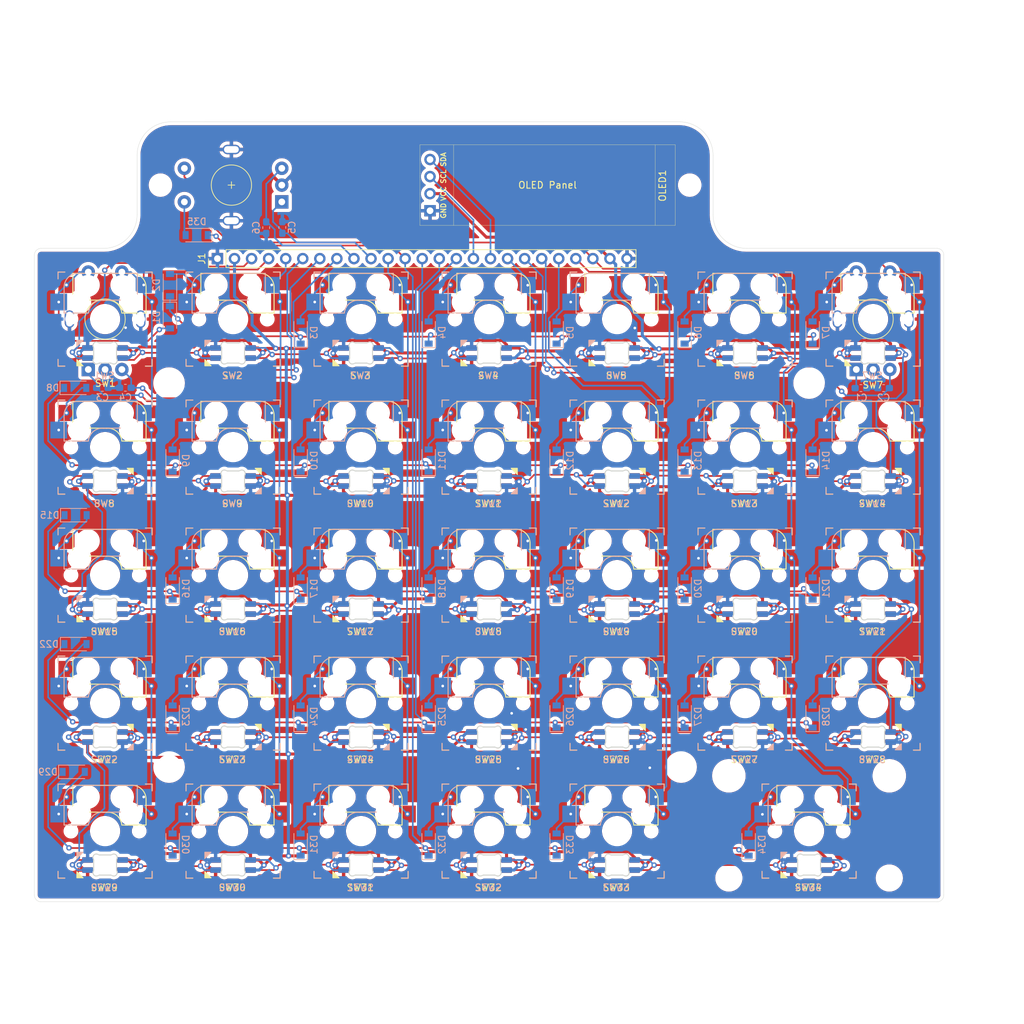
<source format=kicad_pcb>
(kicad_pcb (version 20211014) (generator pcbnew)
  (layers (0 "F.Cu" signal) (31 "B.Cu" signal) (34 "B.Paste" user) (35 "F.Paste" user) (36 "B.SilkS" user "B.Silkscreen") (37 "F.SilkS" user "F.Silkscreen") (38 "B.Mask" user) (39 "F.Mask" user) (44 "Edge.Cuts" user))
  (net 0 "")
  (net 1 "Row0")
  (net 2 "Net-(D4-Pad2)")
  (net 3 "Row1")
  (net 4 "Net-(D6-Pad2)")
  (net 5 "Net-(D8-Pad2)")
  (net 6 "Row2")
  (net 7 "Net-(D13-Pad2)")
  (net 8 "Net-(D14-Pad2)")
  (net 9 "Row3")
  (net 10 "Net-(D17-Pad2)")
  (net 11 "Net-(D18-Pad2)")
  (net 12 "Row4")
  (net 13 "Net-(D24-Pad2)")
  (net 14 "Net-(D26-Pad2)")
  (net 15 "Net-(D27-Pad2)")
  (net 16 "Net-(D28-Pad2)")
  (net 17 "Net-(D29-Pad2)")
  (net 18 "Net-(D30-Pad2)")
  (net 19 "Net-(D31-Pad2)")
  (net 20 "Net-(D32-Pad2)")
  (net 21 "Net-(D33-Pad2)")
  (net 22 "Net-(D34-Pad2)")
  (net 23 "Col0")
  (net 24 "Col1")
  (net 25 "Col2")
  (net 26 "Col3")
  (net 27 "Col4")
  (net 28 "Col5")
  (net 29 "Col6")
  (net 30 "Net-(D2-Pad2)")
  (net 31 "Net-(D3-Pad2)")
  (net 32 "Net-(D5-Pad2)")
  (net 33 "Net-(D9-Pad2)")
  (net 34 "Net-(D10-Pad2)")
  (net 35 "Net-(D11-Pad2)")
  (net 36 "Net-(D12-Pad2)")
  (net 37 "Net-(D15-Pad2)")
  (net 38 "Net-(D16-Pad2)")
  (net 39 "Net-(D19-Pad2)")
  (net 40 "Net-(D20-Pad2)")
  (net 41 "Net-(D21-Pad2)")
  (net 42 "Net-(D22-Pad2)")
  (net 43 "Net-(D23-Pad2)")
  (net 44 "Net-(D25-Pad2)")
  (net 45 "Enc1")
  (net 46 "Enc2")
  (net 47 "A2")
  (net 48 "B2")
  (net 49 "GND")
  (net 50 "A1")
  (net 51 "B1")
  (net 52 "VCC")
  (net 53 "SDA")
  (net 54 "SCL")
  (net 55 "Enc3")
  (net 56 "A3")
  (net 57 "B3")
  (net 58 "RGB")
  (net 59 "Net-(LED1-Pad2)")
  (net 60 "Net-(LED2-Pad2)")
  (net 61 "Net-(LED3-Pad2)")
  (net 62 "Net-(LED4-Pad2)")
  (net 63 "Net-(LED5-Pad2)")
  (net 64 "Net-(LED31-Pad2)")
  (net 65 "Net-(LED10-Pad4)")
  (net 66 "Net-(LED32-Pad2)")
  (net 67 "Net-(LED6-Pad2)")
  (net 68 "Net-(LED33-Pad2)")
  (net 69 "Net-(LED30-Pad2)")
  (net 70 "Net-(LED10-Pad2)")
  (net 71 "Net-(LED15-Pad2)")
  (net 72 "Net-(LED16-Pad2)")
  (net 73 "Net-(LED17-Pad2)")
  (net 74 "Net-(LED18-Pad2)")
  (net 75 "Net-(LED19-Pad2)")
  (net 76 "Net-(LED20-Pad2)")
  (net 77 "Net-(LED22-Pad2)")
  (net 78 "Net-(LED29-Pad2)")
  (net 79 "unconnected-(LED34-Pad2)")
  (net 80 "Net-(LED14-Pad4)")
  (net 81 "Net-(LED15-Pad4)")
  (net 82 "Net-(LED8-Pad4)")
  (net 83 "Net-(LED11-Pad4)")
  (net 84 "Net-(LED12-Pad4)")
  (net 85 "Net-(LED13-Pad4)")
  (net 86 "Net-(LED22-Pad4)")
  (net 87 "Net-(LED23-Pad4)")
  (net 88 "Net-(LED24-Pad4)")
  (net 89 "Net-(LED25-Pad4)")
  (net 90 "Net-(LED26-Pad4)")
  (net 91 "Net-(LED27-Pad4)")
  (net 92 "Net-(LED21-Pad2)")
  (footprint "Keyboard RGB:MX_SK6812MINI-E_REVERSIBLE" (layer "F.Cu") (at 110.89 52.54 180)
    (fp_text reference "LED4" hide)
    (fp_text value "SK6812MINI-E")
    (fp_line (start -1.699999 0.702841) (end -1.699999 -0.702843) (layer "Edge.Cuts") (width 0.15))
    (fp_line (start 0.794452 1.499999) (end -0.794452 1.499999) (layer "Edge.Cuts") (width 0.15))
    (fp_line (start 1.699999 -0.702843) (end 1.699999 0.702841) (layer "Edge.Cuts") (width 0.15))
    (fp_line (start -0.794452 -1.5) (end 0.794453 -1.5) (layer "Edge.Cuts") (width 0.15))
    (fp_arc (start 1.046711 -1.568299) (mid 1.638071 -1.504036) (end 1.749484 -0.919721) (layer "Edge.Cuts") (width 0.15))
    (fp_arc (start -1.749484 -0.919721) (mid -1.712527 -0.814069) (end -1.699999 -0.702843) (layer "Edge.Cuts") (width 0.15))
    (fp_arc (start 0.794452 1.499999) (mid 0.925123 1.517376) (end 1.046711 1.568298) (layer "Edge.Cuts") (width 0.15))
    (fp_arc (start 1.699999 -0.702844) (mid 1.712526 -0.81407) (end 1.749484 -0.919721) (layer "Edge.Cuts") (width 0.15))
    (fp_arc (start -1.046711 1.568296) (mid -1.63807 1.504033) (end -1.749484 0.919719) (layer "Edge.Cuts") (width 0.15))
    (fp_arc (start -1.04671 1.568298) (mid -0.925122 1.517376) (end -0.794452 1.499999) (layer "Edge.Cuts") (width 0.15))
    (fp_arc (start -1.699999 0.702842) (mid -1.712527 0.814067) (end -1.749484 0.919719) (layer "Edge.Cuts") (width 0.15))
    (fp_arc (start 1.749484 0.919718) (mid 1.638072 1.504034) (end 1.046711 1.568298) (layer "Edge.Cuts") (width 0.15))
    (fp_arc (start -1.749484 -0.919721) (mid -1.638071 -1.504036) (end -1.046711 -1.5683) (layer "Edge.Cuts") (width 0.15))
    (fp_arc (start 1.046711 -1.568299) (mid 0.925123 -1.517377) (end 0.794453 -1.5) (layer "Edge.Cuts") (width 0.15))
    (fp_arc (start 1.749484 0.919719) (mid 1.712511 0.81407) (end 1.699999 0.702841) (layer "Edge.Cuts") (width 0.15))
    (fp_arc (start -0.794453 -1.500001) (mid -0.925123 -1.517378) (end -1.046711 -1.5683) (layer "Edge.Cuts") (width 0.15))
  )
  (footprint "Keyboard Common:Spacer PCB hole" (layer "F.Cu") (at 158.515 57.015)
    (fp_text reference "H3" hide)
    (fp_text value "Spacer_PCB" hide)
  )
  (footprint "Keyboard Switches:SW_MX_HotSwap_Reversible" (layer "F.Cu") (at 129.94 123.69)
    (fp_text reference "SW33" hide)
    (fp_text value "SW_Push" hide)
  )
  (footprint "Keyboard Switches:SW_MX_HotSwap_Reversible" (layer "F.Cu") (at 110.89 66.54)
    (fp_text reference "SW11" hide)
    (fp_text value "SW_Push" hide)
  )
  (footprint "Keyboard Switches:SW_MX_HotSwap_Reversible" (layer "F.Cu") (at 72.79 123.69)
    (fp_text reference "SW30" hide)
    (fp_text value "SW_Push" hide)
  )
  (footprint "Keyboard RGB:MX_SK6812MINI-E_REVERSIBLE" (layer "F.Cu") (at 91.84 109.69)
    (fp_text reference "LED24" hide)
    (fp_text value "SK6812MINI-E")
    (fp_line (start 0.794452 1.499999) (end -0.794452 1.499999) (layer "Edge.Cuts") (width 0.15))
    (fp_line (start 1.699999 -0.702843) (end 1.699999 0.702841) (layer "Edge.Cuts") (width 0.15))
    (fp_line (start -0.794452 -1.5) (end 0.794453 -1.5) (layer "Edge.Cuts") (width 0.15))
    (fp_line (start -1.699999 0.702841) (end -1.699999 -0.702843) (layer "Edge.Cuts") (width 0.15))
    (fp_arc (start 1.046711 -1.568299) (mid 1.638071 -1.504036) (end 1.749484 -0.919721) (layer "Edge.Cuts") (width 0.15))
    (fp_arc (start -1.749484 -0.919721) (mid -1.712527 -0.814069) (end -1.699999 -0.702843) (layer "Edge.Cuts") (width 0.15))
    (fp_arc (start -1.749484 -0.919721) (mid -1.638071 -1.504036) (end -1.046711 -1.5683) (layer "Edge.Cuts") (width 0.15))
    (fp_arc (start 1.749484 0.919718) (mid 1.638072 1.504034) (end 1.046711 1.568298) (layer "Edge.Cuts") (width 0.15))
    (fp_arc (start 1.046711 -1.568299) (mid 0.925123 -1.517377) (end 0.794453 -1.5) (layer "Edge.Cuts") (width 0.15))
    (fp_arc (start -1.699999 0.702842) (mid -1.712527 0.814067) (end -1.749484 0.919719) (layer "Edge.Cuts") (width 0.15))
    (fp_arc (start -1.04671 1.568298) (mid -0.925122 1.517376) (end -0.794452 1.499999) (layer "Edge.Cuts") (width 0.15))
    (fp_arc (start -1.046711 1.568296) (mid -1.63807 1.504033) (end -1.749484 0.919719) (layer "Edge.Cuts") (width 0.15))
    (fp_arc (start 0.794452 1.499999) (mid 0.925123 1.517376) (end 1.046711 1.568298) (layer "Edge.Cuts") (width 0.15))
    (fp_arc (start 1.699999 -0.702844) (mid 1.712526 -0.81407) (end 1.749484 -0.919721) (layer "Edge.Cuts") (width 0.15))
    (fp_arc (start -0.794453 -1.500001) (mid -0.925123 -1.517378) (end -1.046711 -1.5683) (layer "Edge.Cuts") (width 0.15))
    (fp_arc (start 1.749484 0.919719) (mid 1.712511 0.81407) (end 1.699999 0.702841) (layer "Edge.Cuts") (width 0.15))
  )
  (footprint "Keyboard Switches:SW_MX_HotSwap_Reversible" (layer "F.Cu") (at 110.89 123.69)
    (fp_text reference "SW32" hide)
    (fp_text value "SW_Push" hide)
  )
  (footprint "Keyboard RGB:MX_SK6812MINI-E_REVERSIBLE" (layer "F.Cu") (at 53.74 71.59)
    (fp_text reference "LED8" hide)
    (fp_text value "SK6812MINI-E")
    (fp_line (start -0.794452 -1.5) (end 0.794453 -1.5) (layer "Edge.Cuts") (width 0.15))
    (fp_line (start 1.699999 -0.702843) (end 1.699999 0.702841) (layer "Edge.Cuts") (width 0.15))
    (fp_line (start 0.794452 1.499999) (end -0.794452 1.499999) (layer "Edge.Cuts") (width 0.15))
    (fp_line (start -1.699999 0.702841) (end -1.699999 -0.702843) (layer "Edge.Cuts") (width 0.15))
    (fp_arc (start -0.794453 -1.500001) (mid -0.925123 -1.517378) (end -1.046711 -1.5683) (layer "Edge.Cuts") (width 0.15))
    (fp_arc (start 0.794452 1.499999) (mid 0.925123 1.517376) (end 1.046711 1.568298) (layer "Edge.Cuts") (width 0.15))
    (fp_arc (start 1.046711 -1.568299) (mid 1.638071 -1.504036) (end 1.749484 -0.919721) (layer "Edge.Cuts") (width 0.15))
    (fp_arc (start 1.046711 -1.568299) (mid 0.925123 -1.517377) (end 0.794453 -1.5) (layer "Edge.Cuts") (width 0.15))
    (fp_arc (start -1.046711 1.568296) (mid -1.63807 1.504033) (end -1.749484 0.919719) (layer "Edge.Cuts") (width 0.15))
    (fp_arc (start -1.699999 0.702842) (mid -1.712527 0.814067) (end -1.749484 0.919719) (layer "Edge.Cuts") (width 0.15))
    (fp_arc (start -1.04671 1.568298) (mid -0.925122 1.517376) (end -0.794452 1.499999) (layer "Edge.Cuts") (width 0.15))
    (fp_arc (start -1.749484 -0.919721) (mid -1.712527 -0.814069) (end -1.699999 -0.702843) (layer "Edge.Cuts") (width 0.15))
    (fp_arc (start 1.749484 0.919718) (mid 1.638072 1.504034) (end 1.046711 1.568298) (layer "Edge.Cuts") (width 0.15))
    (fp_arc (start 1.699999 -0.702844) (mid 1.712526 -0.81407) (end 1.749484 -0.919721) (layer "Edge.Cuts") (width 0.15))
    (fp_arc (start 1.749484 0.919719) (mid 1.712511 0.81407) (end 1.699999 0.702841) (layer "Edge.Cuts") (width 0.15))
    (fp_arc (start -1.749484 -0.919721) (mid -1.638071 -1.504036) (end -1.046711 -1.5683) (layer "Edge.Cuts") (width 0.15))
  )
  (footprint "Keyboard RGB:MX_SK6812MINI-E_REVERSIBLE" (layer "F.Cu") (at 129.94 90.64 180)
    (fp_text reference "LED19" hide)
    (fp_text value "SK6812MINI-E")
    (fp_line (start -0.794452 -1.5) (end 0.794453 -1.5) (layer "Edge.Cuts") (width 0.15))
    (fp_line (start -1.699999 0.702841) (end -1.699999 -0.702843) (layer "Edge.Cuts") (width 0.15))
    (fp_line (start 1.699999 -0.702843) (end 1.699999 0.702841) (layer "Edge.Cuts") (width 0.15))
    (fp_line (start 0.794452 1.499999) (end -0.794452 1.499999) (layer "Edge.Cuts") (width 0.15))
    (fp_arc (start 1.749484 0.919718) (mid 1.638072 1.504034) (end 1.046711 1.568298) (layer "Edge.Cuts") (width 0.15))
    (fp_arc (start -1.699999 0.702842) (mid -1.712527 0.814067) (end -1.749484 0.919719) (layer "Edge.Cuts") (width 0.15))
    (fp_arc (start 1.699999 -0.702844) (mid 1.712526 -0.81407) (end 1.749484 -0.919721) (layer "Edge.Cuts") (width 0.15))
    (fp_arc (start 0.794452 1.499999) (mid 0.925123 1.517376) (end 1.046711 1.568298) (layer "Edge.Cuts") (width 0.15))
    (fp_arc (start 1.046711 -1.568299) (mid 1.638071 -1.504036) (end 1.749484 -0.919721) (layer "Edge.Cuts") (width 0.15))
    (fp_arc (start -1.749484 -0.919721) (mid -1.712527 -0.814069) (end -1.699999 -0.702843) (layer "Edge.Cuts") (width 0.15))
    (fp_arc (start -1.749484 -0.919721) (mid -1.638071 -1.504036) (end -1.046711 -1.5683) (layer "Edge.Cuts") (width 0.15))
    (fp_arc (start -1.04671 1.568298) (mid -0.925122 1.517376) (end -0.794452 1.499999) (layer "Edge.Cuts") (width 0.15))
    (fp_arc (start 1.749484 0.919719) (mid 1.712511 0.81407) (end 1.699999 0.702841) (layer "Edge.Cuts") (width 0.15))
    (fp_arc (start -0.794453 -1.500001) (mid -0.925123 -1.517378) (end -1.046711 -1.5683) (layer "Edge.Cuts") (width 0.15))
    (fp_arc (start -1.046711 1.568296) (mid -1.63807 1.504033) (end -1.749484 0.919719) (layer "Edge.Cuts") (width 0.15))
    (fp_arc (start 1.046711 -1.568299) (mid 0.925123 -1.517377) (end 0.794453 -1.5) (layer "Edge.Cuts") (width 0.15))
  )
  (footprint "Keyboard Switches:SW_MX_HotSwap_Reversible" (layer "F.Cu") (at 91.84 47.49)
    (fp_text reference "SW3" hide)
    (fp_text value "SW_Push" hide)
  )
  (footprint "Keyboard Common:Spacer PCB hole" (layer "F.Cu") (at 139.465 114.165)
    (fp_text reference "H4" hide)
    (fp_text value "Spacer_PCB" hide)
  )
  (footprint "Keyboard RGB:MX_SK6812MINI-E_REVERSIBLE" (layer "F.Cu") (at 72.79 52.54 180)
    (fp_text reference "LED2" hide)
    (fp_text value "SK6812MINI-E")
    (fp_line (start 1.699999 -0.702843) (end 1.699999 0.702841) (layer "Edge.Cuts") (width 0.15))
    (fp_line (start 0.794452 1.499999) (end -0.794452 1.499999) (layer "Edge.Cuts") (width 0.15))
    (fp_line (start -0.794452 -1.5) (end 0.794453 -1.5) (layer "Edge.Cuts") (width 0.15))
    (fp_line (start -1.699999 0.702841) (end -1.699999 -0.702843) (layer "Edge.Cuts") (width 0.15))
    (fp_arc (start 1.046711 -1.568299) (mid 1.638071 -1.504036) (end 1.749484 -0.919721) (layer "Edge.Cuts") (width 0.15))
    (fp_arc (start -0.794453 -1.500001) (mid -0.925123 -1.517378) (end -1.046711 -1.5683) (layer "Edge.Cuts") (width 0.15))
    (fp_arc (start -1.749484 -0.919721) (mid -1.712527 -0.814069) (end -1.699999 -0.702843) (layer "Edge.Cuts") (width 0.15))
    (fp_arc (start 1.046711 -1.568299) (mid 0.925123 -1.517377) (end 0.794453 -1.5) (layer "Edge.Cuts") (width 0.15))
    (fp_arc (start -1.04671 1.568298) (mid -0.925122 1.517376) (end -0.794452 1.499999) (layer "Edge.Cuts") (width 0.15))
    (fp_arc (start 1.749484 0.919719) (mid 1.712511 0.81407) (end 1.699999 0.702841) (layer "Edge.Cuts") (width 0.15))
    (fp_arc (start 0.794452 1.499999) (mid 0.925123 1.517376) (end 1.046711 1.568298) (layer "Edge.Cuts") (width 0.15))
    (fp_arc (start -1.699999 0.702842) (mid -1.712527 0.814067) (end -1.749484 0.919719) (layer "Edge.Cuts") (width 0.15))
    (fp_arc (start 1.699999 -0.702844) (mid 1.712526 -0.81407) (end 1.749484 -0.919721) (layer "Edge.Cuts") (width 0.15))
    (fp_arc (start -1.749484 -0.919721) (mid -1.638071 -1.504036) (end -1.046711 -1.5683) (layer "Edge.Cuts") (width 0.15))
    (fp_arc (start -1.046711 1.568296) (mid -1.63807 1.504033) (end -1.749484 0.919719) (layer "Edge.Cuts") (width 0.15))
    (fp_arc (start 1.749484 0.919718) (mid 1.638072 1.504034) (end 1.046711 1.568298) (layer "Edge.Cuts") (width 0.15))
  )
  (footprint "Keyboard RGB:MX_SK6812MINI-E_REVERSIBLE" (layer "F.Cu") (at 168.04 52.54 180)
    (fp_text reference "LED7" hide)
    (fp_text value "SK6812MINI-E")
    (fp_line (start -0.794452 -1.5) (end 0.794453 -1.5) (layer "Edge.Cuts") (width 0.15))
    (fp_line (start 1.699999 -0.702843) (end 1.699999 0.702841) (layer "Edge.Cuts") (width 0.15))
    (fp_line (start -1.699999 0.702841) (end -1.699999 -0.702843) (layer "Edge.Cuts") (width 0.15))
    (fp_line (start 0.794452 1.499999) (end -0.794452 1.499999) (layer "Edge.Cuts") (width 0.15))
    (fp_arc (start -1.046711 1.568296) (mid -1.63807 1.504033) (end -1.749484 0.919719) (layer "Edge.Cuts") (width 0.15))
    (fp_arc (start 1.046711 -1.568299) (mid 0.925123 -1.517377) (end 0.794453 -1.5) (layer "Edge.Cuts") (width 0.15))
    (fp_arc (start 1.749484 0.919718) (mid 1.638072 1.504034) (end 1.046711 1.568298) (layer "Edge.Cuts") (width 0.15))
    (fp_arc (start -1.04671 1.568298) (mid -0.925122 1.517376) (end -0.794452 1.499999) (layer "Edge.Cuts") (width 0.15))
    (fp_arc (start -0.794453 -1.500001) (mid -0.925123 -1.517378) (end -1.046711 -1.5683) (layer "Edge.Cuts") (width 0.15))
    (fp_arc (start 1.749484 0.919719) (mid 1.712511 0.81407) (end 1.699999 0.702841) (layer "Edge.Cuts") (width 0.15))
    (fp_arc (start 1.699999 -0.702844) (mid 1.712526 -0.81407) (end 1.749484 -0.919721) (layer "Edge.Cuts") (width 0.15))
    (fp_arc (start -1.749484 -0.919721) (mid -1.638071 -1.504036) (end -1.046711 -1.5683) (layer "Edge.Cuts") (width 0.15))
    (fp_arc (start -1.699999 0.702842) (mid -1.712527 0.814067) (end -1.749484 0.919719) (layer "Edge.Cuts") (width 0.15))
    (fp_arc (start -1.749484 -0.919721) (mid -1.712527 -0.814069) (end -1.699999 -0.702843) (layer "Edge.Cuts") (width 0.15))
    (fp_arc (start 1.046711 -1.568299) (mid 1.638071 -1.504036) (end 1.749484 -0.919721) (layer "Edge.Cuts") (width 0.15))
    (fp_arc (start 0.794452 1.499999) (mid 0.925123 1.517376) (end 1.046711 1.568298) (layer "Edge.Cuts") (width 0.15))
  )
  (footprint "Keyboard Switches:SW_MX_HotSwap_Reversible" (layer "F.Cu") (at 148.99 104.64)
    (fp_text reference "SW27" hide)
    (fp_text value "SW_Push" hide)
  )
  (footprint "Keyboard Switches:SW_MX_HotSwap_Reversible" (layer "F.Cu") (at 91.84 123.69)
    (fp_text reference "SW31" hide)
    (fp_text value "SW_Push" hide)
  )
  (footprint "Keyboard Switches:SW_MX_HotSwap_Reversible" (layer "F.Cu") (at 148.99 66.54)
    (fp_text reference "SW13" hide)
    (fp_text value "SW_Push" hide)
  )
  (footprint "Keyboard RGB:MX_SK6812MINI-E_REVERSIBLE" (layer "F.Cu") (at 168.04 71.59)
    (fp_text reference "LED14" hide)
    (fp_text value "SK6812MINI-E")
    (fp_line (start 0.794452 1.499999) (end -0.794452 1.499999) (layer "Edge.Cuts") (width 0.15))
    (fp_line (start 1.699999 -0.702843) (end 1.699999 0.702841) (layer "Edge.Cuts") (width 0.15))
    (fp_line (start -1.699999 0.702841) (end -1.699999 -0.702843) (layer "Edge.Cuts") (width 0.15))
    (fp_line (start -0.794452 -1.5) (end 0.794453 -1.5) (layer "Edge.Cuts") (width 0.15))
    (fp_arc (start 1.046711 -1.568299) (mid 0.925123 -1.517377) (end 0.794453 -1.5) (layer "Edge.Cuts") (width 0.15))
    (fp_arc (start 1.046711 -1.568299) (mid 1.638071 -1.504036) (end 1.749484 -0.919721) (layer "Edge.Cuts") (width 0.15))
    (fp_arc (start -1.04671 1.568298) (mid -0.925122 1.517376) (end -0.794452 1.499999) (layer "Edge.Cuts") (width 0.15))
    (fp_arc (start -1.699999 0.702842) (mid -1.712527 0.814067) (end -1.749484 0.919719) (layer "Edge.Cuts") (width 0.15))
    (fp_arc (start 1.749484 0.919718) (mid 1.638072 1.504034) (end 1.046711 1.568298) (layer "Edge.Cuts") (width 0.15))
    (fp_arc (start 1.749484 0.919719) (mid 1.712511 0.81407) (end 1.699999 0.702841) (layer "Edge.Cuts") (width 0.15))
    (fp_arc (start -1.749484 -0.919721) (mid -1.638071 -1.504036) (end -1.046711 -1.5683) (layer "Edge.Cuts") (width 0.15))
    (fp_arc (start -0.794453 -1.500001) (mid -0.925123 -1.517378) (end -1.046711 -1.5683) (layer "Edge.Cuts") (width 0.15))
    (fp_arc (start 1.699999 -0.702844) (mid 1.712526 -0.81407) (end 1.749484 -0.919721) (layer "Edge.Cuts") (width 0.15))
    (fp_arc (start -1.749484 -0.919721) (mid -1.712527 -0.814069) (end -1.699999 -0.702843) (layer "Edge.Cuts") (width 0.15))
    (fp_arc (start 0.794452 1.499999) (mid 0.925123 1.517376) (end 1.046711 1.568298) (layer "Edge.Cuts") (width 0.15))
    (fp_arc (start -1.046711 1.568296) (mid -1.63807 1.504033) (end -1.749484 0.919719) (layer "Edge.Cuts") (width 0.15))
  )
  (footprint "Keyboard RGB:MX_SK6812MINI-E_REVERSIBLE" (layer "F.Cu") (at 53.74 128.74 180)
    (fp_text reference "LED29" hide)
    (fp_text value "SK6812MINI-E")
    (fp_line (start -1.699999 0.702841) (end -1.699999 -0.702843) (layer "Edge.Cuts") (width 0.15))
    (fp_line (start 1.699999 -0.702843) (end 1.699999 0.702841) (layer "Edge.Cuts") (width 0.15))
    (fp_line (start 0.794452 1.499999) (end -0.794452 1.499999) (layer "Edge.Cuts") (width 0.15))
    (fp_line (start -0.794452 -1.5) (end 0.794453 -1.5) (layer "Edge.Cuts") (width 0.15))
    (fp_arc (start 1.046711 -1.568299) (mid 1.638071 -1.504036) (end 1.749484 -0.919721) (layer "Edge.Cuts") (width 0.15))
    (fp_arc (start -1.699999 0.702842) (mid -1.712527 0.814067) (end -1.749484 0.919719) (layer "Edge.Cuts") (width 0.15))
    (fp_arc (start -0.794453 -1.500001) (mid -0.925123 -1.517378) (end -1.046711 -1.5683) (layer "Edge.Cuts") (width 0.15))
    (fp_arc (start 1.749484 0.919719) (mid 1.712511 0.81407) (end 1.699999 0.702841) (layer "Edge.Cuts") (width 0.15))
    (fp_arc (start 0.794452 1.499999) (mid 0.925123 1.517376) (end 1.046711 1.568298) (layer "Edge.Cuts") (width 0.15))
    (fp_arc (start -1.749484 -0.919721) (mid -1.712527 -0.814069) (end -1.699999 -0.702843) (layer "Edge.Cuts") (width 0.15))
    (fp_arc (start -1.749484 -0.919721) (mid -1.638071 -1.504036) (end -1.046711 -1.5683) (layer "Edge.Cuts") (width 0.15))
    (fp_arc (start -1.046711 1.568296) (mid -1.63807 1.504033) (end -1.749484 0.919719) (layer "Edge.Cuts") (width 0.15))
    (fp_arc (start 1.749484 0.919718) (mid 1.638072 1.504034) (end 1.046711 1.568298) (layer "Edge.Cuts") (width 0.15))
    (fp_arc (start 1.046711 -1.568299) (mid 0.925123 -1.517377) (end 0.794453 -1.5) (layer "Edge.Cuts") (width 0.15))
    (fp_arc (start -1.04671 1.568298) (mid -0.925122 1.517376) (end -0.794452 1.499999) (layer "Edge.Cuts") (width 0.15))
    (fp_arc (start 1.699999 -0.702844) (mid 1.712526 -0.81407) (end 1.749484 -0.919721) (layer "Edge.Cuts") (width 0.15))
  )
  (footprint "Keyboard RGB:MX_SK6812MINI-E_REVERSIBLE" (layer "F.Cu") (at 72.79 109.69)
    (fp_text reference "LED23" hide)
    (fp_text value "SK6812MINI-E")
    (fp_line (start 1.699999 -0.702843) (end 1.699999 0.702841) (layer "Edge.Cuts") (width 0.15))
    (fp_line (start -1.699999 0.702841) (end -1.699999 -0.702843) (layer "Edge.Cuts") (width 0.15))
    (fp_line (start -0.794452 -1.5) (end 0.794453 -1.5) (layer "Edge.Cuts") (width 0.15))
    (fp_line (start 0.794452 1.499999) (end -0.794452 1.499999) (layer "Edge.Cuts") (width 0.15))
    (fp_arc (start 0.794452 1.499999) (mid 0.925123 1.517376) (end 1.046711 1.568298) (layer "Edge.Cuts") (width 0.15))
    (fp_arc (start 1.046711 -1.568299) (mid 0.925123 -1.517377) (end 0.794453 -1.5) (layer "Edge.Cuts") (width 0.15))
    (fp_arc (start -1.749484 -0.919721) (mid -1.638071 -1.504036) (end -1.046711 -1.5683) (layer "Edge.Cuts") (width 0.15))
    (fp_arc (start 1.699999 -0.702844) (mid 1.712526 -0.81407) (end 1.749484 -0.919721) (layer "Edge.Cuts") (width 0.15))
    (fp_arc (start -0.794453 -1.500001) (mid -0.925123 -1.517378) (end -1.046711 -1.5683) (layer "Edge.Cuts") (width 0.15))
    (fp_arc (start -1.046711 1.568296) (mid -1.63807 1.504033) (end -1.749484 0.919719) (layer "Edge.Cuts") (width 0.15))
    (fp_arc (start -1.699999 0.702842) (mid -1.712527 0.814067) (end -1.749484 0.919719) (layer "Edge.Cuts") (width 0.15))
    (fp_arc (start 1.046711 -1.568299) (mid 1.638071 -1.504036) (end 1.749484 -0.919721) (layer "Edge.Cuts") (width 0.15))
    (fp_arc (start 1.749484 0.919719) (mid 1.712511 0.81407) (end 1.699999 0.702841) (layer "Edge.Cuts") (width 0.15))
    (fp_arc (start 1.749484 0.919718) (mid 1.638072 1.504034) (end 1.046711 1.568298) (layer "Edge.Cuts") (width 0.15))
    (fp_arc (start -1.749484 -0.919721) (mid -1.712527 -0.814069) (end -1.699999 -0.702843) (layer "Edge.Cuts") (width 0.15))
    (fp_arc (start -1.04671 1.568298) (mid -0.925122 1.517376) (end -0.794452 1.499999) (layer "Edge.Cuts") (width 0.15))
  )
  (footprint "Keyboard Switches:SW_MX_HotSwap_Reversible" (layer "F.Cu") (at 53.74 66.54)
    (fp_text reference "SW8" hide)
    (fp_text value "SW_Push" hide)
  )
  (footprint "Keyboard RGB:MX_SK6812MINI-E_REVERSIBLE" (layer "F.Cu") (at 129.94 128.74 180)
    (fp_text reference "LED33" hide)
    (fp_text value "SK6812MINI-E")
    (fp_line (start -1.699999 0.702841) (end -1.699999 -0.702843) (layer "Edge.Cuts") (width 0.15))
    (fp_line (start -0.794452 -1.5) (end 0.794453 -1.5) (layer "Edge.Cuts") (width 0.15))
    (fp_line (start 0.794452 1.499999) (end -0.794452 1.499999) (layer "Edge.Cuts") (width 0.15))
    (fp_line (start 1.699999 -0.702843) (end 1.699999 0.702841) (layer "Edge.Cuts") (width 0.15))
    (fp_arc (start -1.04671 1.568298) (mid -0.925122 1.517376) (end -0.794452 1.499999) (layer "Edge.Cuts") (width 0.15))
    (fp_arc (start -1.046711 1.568296) (mid -1.63807 1.504033) (end -1.749484 0.919719) (layer "Edge.Cuts") (width 0.15))
    (fp_arc (start 1.046711 -1.568299) (mid 1.638071 -1.504036) (end 1.749484 -0.919721) (layer "Edge.Cuts") (width 0.15))
    (fp_arc (start -1.749484 -0.919721) (mid -1.712527 -0.814069) (end -1.699999 -0.702843) (layer "Edge.Cuts") (width 0.15))
    (fp_arc (start 1.749484 0.919718) (mid 1.638072 1.504034) (end 1.046711 1.568298) (layer "Edge.Cuts") (width 0.15))
    (fp_arc (start 1.699999 -0.702844) (mid 1.712526 -0.81407) (end 1.749484 -0.919721) (layer "Edge.Cuts") (width 0.15))
    (fp_arc (start 0.794452 1.499999) (mid 0.925123 1.517376) (end 1.046711 1.568298) (layer "Edge.Cuts") (width 0.15))
    (fp_arc (start 1.046711 -1.568299) (mid 0.925123 -1.517377) (end 0.794453 -1.5) (layer "Edge.Cuts") (width 0.15))
    (fp_arc (start -0.794453 -1.500001) (mid -0.925123 -1.517378) (end -1.046711 -1.5683) (layer "Edge.Cuts") (width 0.15))
    (fp_arc (start 1.749484 0.919719) (mid 1.712511 0.81407) (end 1.699999 0.702841) (layer "Edge.Cuts") (width 0.15))
    (fp_arc (start -1.699999 0.702842) (mid -1.712527 0.814067) (end -1.749484 0.919719) (layer "Edge.Cuts") (width 0.15))
    (fp_arc (start -1.749484 -0.919721) (mid -1.638071 -1.504036) (end -1.046711 -1.5683) (layer "Edge.Cuts") (width 0.15))
  )
  (footprint "Keyboard Switches:SW_MX_HotSwap_Reversible" (layer "F.Cu") (at 72.79 66.54)
    (fp_text reference "SW9" hide)
    (fp_text value "SW_Push" hide)
  )
  (footprint "Keyboard RGB:MX_SK6812MINI-E_REVERSIBLE" (layer "F.Cu") (at 148.99 52.54 180)
    (fp_text reference "LED6" hide)
    (fp_text value "SK6812MINI-E")
    (fp_line (start -0.794452 -1.5) (end 0.794453 -1.5) (layer "Edge.Cuts") (width 0.15))
    (fp_line (start 0.794452 1.499999) (end -0.794452 1.499999) (layer "Edge.Cuts") (width 0.15))
    (fp_line (start 1.699999 -0.702843) (end 1.699999 0.702841) (layer "Edge.Cuts") (width 0.15))
    (fp_line (start -1.699999 0.702841) (end -1.699999 -0.702843) (layer "Edge.Cuts") (width 0.15))
    (fp_arc (start -0.794453 -1.500001) (mid -0.925123 -1.517378) (end -1.046711 -1.5683) (layer "Edge.Cuts") (width 0.15))
    (fp_arc (start 1.749484 0.919719) (mid 1.712511 0.81407) (end 1.699999 0.702841) (layer "Edge.Cuts") (width 0.15))
    (fp_arc (start -1.749484 -0.919721) (mid -1.712527 -0.814069) (end -1.699999 -0.702843) (layer "Edge.Cuts") (width 0.15))
    (fp_arc (start -1.04671 1.568298) (mid -0.925122 1.517376) (end -0.794452 1.499999) (layer "Edge.Cuts") (width 0.15))
    (fp_arc (start 1.046711 -1.568299) (mid 1.638071 -1.504036) (end 1.749484 -0.919721) (layer "Edge.Cuts") (width 0.15))
    (fp_arc (start -1.699999 0.702842) (mid -1.712527 0.814067) (end -1.749484 0.919719) (layer "Edge.Cuts") (width 0.15))
    (fp_arc (start 1.699999 -0.702844) (mid 1.712526 -0.81407) (end 1.749484 -0.919721) (layer "Edge.Cuts") (width 0.15))
    (fp_arc (start 1.749484 0.919718) (mid 1.638072 1.504034) (end 1.046711 1.568298) (layer "Edge.Cuts") (width 0.15))
    (fp_arc (start -1.046711 1.568296) (mid -1.63807 1.504033) (end -1.749484 0.919719) (layer "Edge.Cuts") (width 0.15))
    (fp_arc (start 1.046711 -1.568299) (mid 0.925123 -1.517377) (end 0.794453 -1.5) (layer "Edge.Cuts") (width 0.15))
    (fp_arc (start 0.794452 1.499999) (mid 0.925123 1.517376) (end 1.046711 1.568298) (layer "Edge.Cuts") (width 0.15))
    (fp_arc (start -1.749484 -0.919721) (mid -1.638071 -1.504036) (end -1.046711 -1.5683) (layer "Edge.Cuts") (width 0.15))
  )
  (footprint "Keyboard Switches:SW_MX_HotSwap_Reversible" (layer "F.Cu") (at 148.99 85.59)
    (fp_text reference "SW20" hide)
    (fp_text value "SW_Push" hide)
  )
  (footprint "Keyboard Switches:SW_MX_HotSwap_Reversible" (layer "F.Cu") (at 110.89 85.59)
    (fp_text reference "SW18" hide)
    (fp_text value "SW_Push" hide)
  )
  (footprint "Keyboard Switches:SW_MX_HotSwap_Reversible" (layer "F.Cu") (at 129.94 66.54)
    (fp_text reference "SW12" hide)
    (fp_text value "SW_Push" hide)
  )
  (footprint "Keyboard Common:Spacer PCB hole" (layer "F.Cu") (at 63.265 57.015)
    (fp_text reference "H1" hide)
    (fp_text value "Spacer_PCB" hide)
  )
  (footprint "Keyboard RGB:MX_SK6812MINI-E_REVERSIBLE" (layer "F.Cu") (at 168.04 109.69)
    (fp_text reference "LED28" hide)
    (fp_text value "SK6812MINI-E")
    (fp_line (start -0.794452 -1.5) (end 0.794453 -1.5) (layer "Edge.Cuts") (width 0.15))
    (fp_line (start 1.699999 -0.702843) (end 1.699999 0.702841) (layer "Edge.Cuts") (width 0.15))
    (fp_line (start -1.699999 0.702841) (end -1.699999 -0.702843) (layer "Edge.Cuts") (width 0.15))
    (fp_line (start 0.794452 1.499999) (end -0.794452 1.499999) (layer "Edge.Cuts") (width 0.15))
    (fp_arc (start 1.749484 0.919719) (mid 1.712511 0.81407) (end 1.699999 0.702841) (layer "Edge.Cuts") (width 0.15))
    (fp_arc (start -0.794453 -1.500001) (mid -0.925123 -1.517378) (end -1.046711 -1.5683) (layer "Edge.Cuts") (width 0.15))
    (fp_arc (start 1.699999 -0.702844) (mid 1.712526 -0.81407) (end 1.749484 -0.919721) (layer "Edge.Cuts") (width 0.15))
    (fp_arc (start -1.699999 0.702842) (mid -1.712527 0.814067) (end -1.749484 0.919719) (layer "Edge.Cuts") (width 0.15))
    (fp_arc (start 1.046711 -1.568299) (mid 1.638071 -1.504036) (end 1.749484 -0.919721) (layer "Edge.Cuts") (width 0.15))
    (fp_arc (start -1.749484 -0.919721) (mid -1.712527 -0.814069) (end -1.699999 -0.702843) (layer "Edge.Cuts") (width 0.15))
    (fp_arc (start -1.749484 -0.919721) (mid -1.638071 -1.504036) (end -1.046711 -1.5683) (layer "Edge.Cuts") (width 0.15))
    (fp_arc (start -1.046711 1.568296) (mid -1.63807 1.504033) (end -1.749484 0.919719) (layer "Edge.Cuts") (width 0.15))
    (fp_arc (start -1.04671 1.568298) (mid -0.925122 1.517376) (end -0.794452 1.499999) (layer "Edge.Cuts") (width 0.15))
    (fp_arc (start 1.749484 0.919718) (mid 1.638072 1.504034) (end 1.046711 1.568298) (layer "Edge.Cuts") (width 0.15))
    (fp_arc (start 0.794452 1.499999) (mid 0.925123 1.517376) (end 1.046711 1.568298) (layer "Edge.Cuts") (width 0.15))
    (fp_arc (start 1.046711 -1.568299) (mid 0.925123 -1.517377) (end 0.794453 -1.5) (layer "Edge.Cuts") (width 0.15))
  )
  (footprint "Keyboard Switches:SW_MX_HotSwap_Reversible" (layer "F.Cu") (at 110.89 47.49)
    (fp_text reference "SW4" hide)
    (fp_text value "SW_Push" hide)
  )
  (footprint "Keyboard RGB:MX_SK6812MINI-E_REVERSIBLE" (layer "F.Cu") (at 148.99 90.64 180)
    (fp_text reference "LED20" hide)
    (fp_text value "SK6812MINI-E")
    (fp_line (start 0.794452 1.499999) (end -0.794452 1.499999) (layer "Edge.Cuts") (width 0.15))
    (fp_line (start -1.699999 0.702841) (end -1.699999 -0.702843) (layer "Edge.Cuts") (width 0.15))
    (fp_line (start 1.699999 -0.702843) (end 1.699999 0.702841) (layer "Edge.Cuts") (width 0.15))
    (fp_line (start -0.794452 -1.5) (end 0.794453 -1.5) (layer "Edge.Cuts") (width 0.15))
    (fp_arc (start -1.04671 1.568298) (mid -0.925122 1.517376) (end -0.794452 1.499999) (layer "Edge.Cuts") (width 0.15))
    (fp_arc (start -1.749484 -0.919721) (mid -1.712527 -0.814069) (end -1.699999 -0.702843) (layer "Edge.Cuts") (width 0.15))
    (fp_arc (start 1.046711 -1.568299) (mid 1.638071 -1.504036) (end 1.749484 -0.919721) (layer "Edge.Cuts") (width 0.15))
    (fp_arc (start -0.794453 -1.500001) (mid -0.925123 -1.517378) (end -1.046711 -1.5683) (layer "Edge.Cuts") (width 0.15))
    (fp_arc (start -1.749484 -0.919721) (mid -1.638071 -1.504036) (end -1.046711 -1.5683) (layer "Edge.Cuts") (width 0.15))
    (fp_arc (start 1.046711 -1.568299) (mid 0.925123 -1.517377) (end 0.794453 -1.5) (layer "Edge.Cuts") (width 0.15))
    (fp_arc (start 0.794452 1.499999) (mid 0.925123 1.517376) (end 1.046711 1.568298) (layer "Edge.Cuts") (width 0.15))
    (fp_arc (start 1.749484 0.919719) (mid 1.712511 0.81407) (end 1.699999 0.702841) (layer "Edge.Cuts") (width 0.15))
    (fp_arc (start -1.699999 0.702842) (mid -1.712527 0.814067) (end -1.749484 0.919719) (layer "Edge.Cuts") (width 0.15))
    (fp_arc (start 1.699999 -0.702844) (mid 1.712526 -0.81407) (end 1.749484 -0.919721) (layer "Edge.Cuts") (width 0.15))
    (fp_arc (start -1.046711 1.568296) (mid -1.63807 1.504033) (end -1.749484 0.919719) (layer "Edge.Cuts") (width 0.15))
    (fp_arc (start 1.749484 0.919718) (mid 1.638072 1.504034) (end 1.046711 1.568298) (layer "Edge.Cuts") (width 0.15))
  )
  (footprint "Keyboard RGB:MX_SK6812MINI-E_REVERSIBLE" (layer "F.Cu") (at 72.79 90.64 180)
    (fp_text reference "LED16" hide)
    (fp_text value "SK6812MINI-E")
    (fp_line (start 0.794452 1.499999) (end -0.794452 1.499999) (layer "Edge.Cuts") (width 0.15))
    (fp_line (start -1.699999 0.702841) (end -1.699999 -0.702843) (layer "Edge.Cuts") (width 0.15))
    (fp_line (start 1.699999 -0.702843) (end 1.699999 0.702841) (layer "Edge.Cuts") (width 0.15))
    (fp_line (start -0.794452 -1.5) (end 0.794453 -1.5) (layer "Edge.Cuts") (width 0.15))
    (fp_arc (start 1.749484 0.919718) (mid 1.638072 1.504034) (end 1.046711 1.568298) (layer "Edge.Cuts") (width 0.15))
    (fp_arc (start -1.749484 -0.919721) (mid -1.712527 -0.814069) (end -1.699999 -0.702843) (layer "Edge.Cuts") (width 0.15))
    (fp_arc (start -1.046711 1.568296) (mid -1.63807 1.504033) (end -1.749484 0.919719) (layer "Edge.Cuts") (width 0.15))
    (fp_arc (start 1.046711 -1.568299) (mid 1.638071 -1.504036) (end 1.749484 -0.919721) (layer "Edge.Cuts") (width 0.15))
    (fp_arc (start 0.794452 1.499999) (mid 0.925123 1.517376) (end 1.046711 1.568298) (layer "Edge.Cuts") (width 0.15))
    (fp_arc (start -1.749484 -0.919721) (mid -1.638071 -1.504036) (end -1.046711 -1.5683) (layer "Edge.Cuts") (width 0.15))
    (fp_arc (start -0.794453 -1.500001) (mid -0.925123 -1.517378) (end -1.046711 -1.5683) (layer "Edge.Cuts") (width 0.15))
    (fp_arc (start 1.699999 -0.702844) (mid 1.712526 -0.81407) (end 1.749484 -0.919721) (layer "Edge.Cuts") (width 0.15))
    (fp_arc (start 1.749484 0.919719) (mid 1.712511 0.81407) (end 1.699999 0.702841) (layer "Edge.Cuts") (width 0.15))
    (fp_arc (start 1.046711 -1.568299) (mid 0.925123 -1.517377) (end 0.794453 -1.5) (layer "Edge.Cuts") (width 0.15))
    (fp_arc (start -1.699999 0.702842) (mid -1.712527 0.814067) (end -1.749484 0.919719) (layer "Edge.Cuts") (width 0.15))
    (fp_arc (start -1.04671 1.568298) (mid -0.925122 1.517376) (end -0.794452 1.499999) (layer "Edge.Cuts") (width 0.15))
  )
  (footprint "Keyboard RGB:MX_SK6812MINI-E_REVERSIBLE" (layer "F.Cu") (at 91.84 128.74 180)
    (fp_text reference "LED31" hide)
    (fp_text value "SK6812MINI-E")
    (fp_line (start 1.699999 -0.702843) (end 1.699999 0.702841) (layer "Edge.Cuts") (width 0.15))
    (fp_line (start 0.794452 1.499999) (end -0.794452 1.499999) (layer "Edge.Cuts") (width 0.15))
    (fp_line (start -1.699999 0.702841) (end -1.699999 -0.702843) (layer "Edge.Cuts") (width 0.15))
    (fp_line (start -0.794452 -1.5) (end 0.794453 -1.5) (layer "Edge.Cuts") (width 0.15))
    (fp_arc (start 1.699999 -0.702844) (mid 1.712526 -0.81407) (end 1.749484 -0.919721) (layer "Edge.Cuts") (width 0.15))
    (fp_arc (start 1.046711 -1.568299) (mid 1.638071 -1.504036) (end 1.749484 -0.919721) (layer "Edge.Cuts") (width 0.15))
    (fp_arc (start 1.046711 -1.568299) (mid 0.925123 -1.517377) (end 0.794453 -1.5) (layer "Edge.Cuts") (width 0.15))
    (fp_arc (start -1.699999 0.702842) (mid -1.712527 0.814067) (end -1.749484 0.919719) (layer "Edge.Cuts") (width 0.15))
    (fp_arc (start -1.04671 1.568298) (mid -0.925122 1.517376) (end -0.794452 1.499999) (layer "Edge.Cuts") (width 0.15))
    (fp_arc (start -1.749484 -0.919721) (mid -1.638071 -1.504036) (end -1.046711 -1.5683) (layer "Edge.Cuts") (width 0.15))
    (fp_arc (start 1.749484 0.919718) (mid 1.638072 1.504034) (end 1.046711 1.568298) (layer "Edge.Cuts") (width 0.15))
    (fp_arc (start 1.749484 0.919719) (mid 1.712511 0.81407) (end 1.699999 0.702841) (layer "Edge.Cuts") (width 0.15))
    (fp_arc (start -1.749484 -0.919721) (mid -1.712527 -0.814069) (end -1.699999 -0.702843) (layer "Edge.Cuts") (width 0.15))
    (fp_arc (start 0.794452 1.499999) (mid 0.925123 1.517376) (end 1.046711 1.568298) (layer "Edge.Cuts") (width 0.15))
    (fp_arc (start -0.794453 -1.500001) (mid -0.925123 -1.517378) (end -1.046711 -1.5683) (layer "Edge.Cuts") (width 0.15))
    (fp_arc (start -1.046711 1.568296) (mid -1.63807 1.504033) (end -1.749484 0.919719) (layer "Edge.Cuts") (width 0.15))
  )
  (footprint "Keyboard_Plate:Spacer Plate hole" (layer "F.Cu") (at 61.98 27.55)
    (fp_text reference "H5" hide)
    (fp_text value "Spacer_Plate")
  )
  (footprint "Keyboard Switches:SW_MX_HotSwap_Reversible" (layer "F.Cu") (at 72.79 85.59)
    (fp_text reference "SW16" hide)
    (fp_text value "SW_Push" hide)
  )
  (footprint "Keyboard_Plate:Spacer Plate hole" (layer "F.Cu") (at 140.7505 27.55)
    (fp_text reference "H6" hide)
    (fp_text value "Spacer_Plate")
  )
  (footprint "Keyboard RGB:MX_SK6812MINI-E_REVERSIBLE" (layer "F.Cu") (at 91.84 71.59)
    (fp_text reference "LED10" hide)
    (fp_text value "SK6812MINI-E")
    (fp_line (start -1.699999 0.702841) (end -1.699999 -0.702843) (layer "Edge.Cuts") (width 0.15))
    (fp_line (start 1.699999 -0.702843) (end 1.699999 0.702841) (layer "Edge.Cuts") (width 0.15))
    (fp_line (start 0.794452 1.499999) (end -0.794452 1.499999) (layer "Edge.Cuts") (width 0.15))
    (fp_line (start -0.794452 -1.5) (end 0.794453 -1.5) (layer "Edge.Cuts") (width 0.15))
    (fp_arc (start -0.794453 -1.500001) (mid -0.925123 -1.517378) (end -1.046711 -1.5683) (layer "Edge.Cuts") (width 0.15))
    (fp_arc (start 0.794452 1.499999) (mid 0.925123 1.517376) (end 1.046711 1.568298) (layer "Edge.Cuts") (width 0.15))
    (fp_arc (start 1.046711 -1.568299) (mid 1.638071 -1.504036) (end 1.749484 -0.919721) (layer "Edge.Cuts") (width 0.15))
    (fp_arc (start -1.046711 1.568296) (mid -1.63807 1.504033) (end -1.749484 0.919719) (layer "Edge.Cuts") (width 0.15))
    (fp_arc (start -1.749484 -0.919721) (mid -1.638071 -1.504036) (end -1.046711 -1.5683) (layer "Edge.Cuts") (width 0.15))
    (fp_arc (start 1.046711 -1.568299) (mid 0.925123 -1.517377) (end 0.794453 -1.5) (layer "Edge.Cuts") (width 0.15))
    (fp_arc (start 1.749484 0.919718) (mid 1.638072 1.504034) (end 1.046711 1.568298) (layer "Edge.Cuts") (width 0.15))
    (fp_arc (start -1.749484 -0.919721) (mid -1.712527 -0.814069) (end -1.699999 -0.702843) (layer "Edge.Cuts") (width 0.15))
    (fp_arc (start -1.699999 0.702842) (mid -1.712527 0.814067) (end -1.749484 0.919719) (layer "Edge.Cuts") (width 0.15))
    (fp_arc (start -1.04671 1.568298) (mid -0.925122 1.517376) (end -0.794452 1.499999) (layer "Edge.Cuts") (width 0.15))
    (fp_arc (start 1.749484 0.919719) (mid 1.712511 0.81407) (end 1.699999 0.702841) (layer "Edge.Cuts") (width 0.15))
    (fp_arc (start 1.699999 -0.702844) (mid 1.712526 -0.81407) (end 1.749484 -0.919721) (layer "Edge.Cuts") (width 0.15))
  )
  (footprint "Keyboard Switches:SW_MX_HotSwap_Reversible" (layer "F.Cu") (at 91.84 85.59)
    (fp_text reference "SW17" hide)
    (fp_text value "SW_Push" hide)
  )
  (footprint "Keyboard RGB:MX_SK6812MINI-E_REVERSIBLE" (layer "F.Cu") (at 110.89 109.69)
    (fp_text reference "LED25" hide)
    (fp_text value "SK6812MINI-E")
    (fp_line (start 1.699999 -0.702843) (end 1.699999 0.702841) (layer "Edge.Cuts") (width 0.15))
    (fp_line (start 0.794452 1.499999) (end -0.794452 1.499999) (layer "Edge.Cuts") (width 0.15))
    (fp_line (start -1.699999 0.702841) (end -1.699999 -0.702843) (layer "Edge.Cuts") (width 0.15))
    (fp_line (start -0.794452 -1.5) (end 0.794453 -1.5) (layer "Edge.Cuts") (width 0.15))
    (fp_arc (start -1.04671 1.568298) (mid -0.925122 1.517376) (end -0.794452 1.499999) (layer "Edge.Cuts") (width 0.15))
    (fp_arc (start 1.046711 -1.568299) (mid 0.925123 -1.517377) (end 0.794453 -1.5) (layer "Edge.Cuts") (width 0.15))
    (fp_arc (start -0.794453 -1.500001) (mid -0.925123 -1.517378) (end -1.046711 -1.5683) (layer "Edge.Cuts") (width 0.15))
    (fp_arc (start 1.699999 -0.702844) (mid 1.712526 -0.81407) (end 1.749484 -0.919721) (layer "Edge.Cuts") (width 0.15))
    (fp_arc (start 1.749484 0.919718) (mid 1.638072 1.504034) (end 1.046711 1.568298) (layer "Edge.Cuts") (width 0.15))
    (fp_arc (start -1.749484 -0.919721) (mid -1.638071 -1.504036) (end -1.046711 -1.5683) (layer "Edge.Cuts") (width 0.15))
    (fp_arc (start 1.749484 0.919719) (mid 1.712511 0.81407) (end 1.699999 0.702841) (layer "Edge.Cuts") (width 0.15))
    (fp_arc (start 1.046711 -1.568299) (mid 1.638071 -1.504036) (end 1.749484 -0.919721) (layer "Edge.Cuts") (width 0.15))
    (fp_arc (start -1.046711 1.568296) (mid -1.63807 1.504033) (end -1.749484 0.919719) (layer "Edge.Cuts") (width 0.15))
    (fp_arc (start 0.794452 1.499999) (mid 0.925123 1.517376) (end 1.046711 1.568298) (layer "Edge.Cuts") (width 0.15))
    (fp_arc (start -1.699999 0.702842) (mid -1.712527 0.814067) (end -1.749484 0.919719) (layer "Edge.Cuts") (width 0.15))
    (fp_arc (start -1.749484 -0.919721) (mid -1.712527 -0.814069) (end -1.699999 -0.702843) (layer "Edge.Cuts") (width 0.15))
  )
  (footprint "Keyboard RGB:MX_SK6812MINI-E_REVERSIBLE" (layer "F.Cu") (at 53.74 109.69)
    (fp_text reference "LED22" hide)
    (fp_text value "SK6812MINI-E")
    (fp_line (start -0.794452 -1.5) (end 0.794453 -1.5) (layer "Edge.Cuts") (width 0.15))
    (fp_line (start 0.794452 1.499999) (end -0.794452 1.499999) (layer "Edge.Cuts") (width 0.15))
    (fp_line (start 1.699999 -0.702843) (end 1.699999 0.702841) (layer "Edge.Cuts") (width 0.15))
    (fp_line (start -1.699999 0.702841) (end -1.699999 -0.702843) (layer "Edge.Cuts") (width 0.15))
    (fp_arc (start -0.794453 -1.500001) (mid -0.925123 -1.517378) (end -1.046711 -1.5683) (layer "Edge.Cuts") (width 0.15))
    (fp_arc (start 1.749484 0.919718) (mid 1.638072 1.504034) (end 1.046711 1.568298) (layer "Edge.Cuts") (width 0.15))
    (fp_arc (start 1.046711 -1.568299) (mid 1.638071 -1.504036) (end 1.749484 -0.919721) (layer "Edge.Cuts") (width 0.15))
    (fp_arc (start 0.794452 1.499999) (mid 0.925123 1.517376) (end 1.046711 1.568298) (layer "Edge.Cuts") (width 0.15))
    (fp_arc (start -1.046711 1.568296) (mid -1.63807 1.504033) (end -1.749484 0.919719) (layer "Edge.Cuts") (width 0.15))
    (fp_arc (start 1.749484 0.919719) (mid 1.712511 0.81407) (end 1.699999 0.702841) (layer "Edge.Cuts") (width 0.15))
    (fp_arc (start -1.749484 -0.919721) (mid -1.712527 -0.814069) (end -1.699999 -0.702843) (layer "Edge.Cuts") (width 0.15))
    (fp_arc (start -1.04671 1.568298) (mid -0.925122 1.517376) (end -0.794452 1.499999) (layer "Edge.Cuts") (width 0.15))
    (fp_arc (start -1.699999 0.702842) (mid -1.712527 0.814067) (end -1.749484 0.919719) (layer "Edge.Cuts") (width 0.15))
    (fp_arc (start -1.749484 -0.919721) (mid -1.638071 -1.504036) (end -1.046711 -1.5683) (layer "Edge.Cuts") (width 0.15))
    (fp_arc (start 1.699999 -0.702844) (mid 1.712526 -0.81407) (end 1.749484 -0.919721) (layer "Edge.Cuts") (width 0.15))
    (fp_arc (start 1.046711 -1.568299) (mid 0.925123 -1.517377) (end 0.794453 -1.5) (layer "Edge.Cuts") (width 0.15))
  )
  (footprint "Keyboard Switches:SW_MX_HotSwap_Reversible" (layer "F.Cu") (at 53.74 85.59)
    (fp_text reference "SW15" hide)
    (fp_text value "SW_Push" hide)
  )
  (footprint "Keyboard Switches:SW_MX_HotSwap_Reversible" (layer "F.Cu") (at 158.515 123.69)
    (fp_text reference "SW34" hide)
    (fp_text value "SW_Push" hide)
  )
  (footprint "Keyboard RGB:MX_SK6812MINI-E_REVERSIBLE" (layer "F.Cu") (at 110.89 90.64 180)
    (fp_text reference "LED18" hide)
    (fp_text value "SK6812MINI-E")
    (fp_line (start 0.794452 1.499999) (end -0.794452 1.499999) (layer "Edge.Cuts") (width 0.15))
    (fp_line (start 1.699999 -0.702843) (end 1.699999 0.702841) (layer "Edge.Cuts") (width 0.15))
    (fp_line (start -0.794452 -1.5) (end 0.794453 -1.5) (layer "Edge.Cuts") (width 0.15))
    (fp_line (start -1.699999 0.702841) (end -1.699999 -0.702843) (layer "Edge.Cuts") (width 0.15))
    (fp_arc (start -1.749484 -0.919721) (mid -1.638071 -1.504036) (end -1.046711 -1.5683) (layer "Edge.Cuts") (width 0.15))
    (fp_arc (start 0.794452 1.499999) (mid 0.925123 1.517376) (end 1.046711 1.568298) (layer "Edge.Cuts") (width 0.15))
    (fp_arc (start 1.749484 0.919719) (mid 1.712511 0.81407) (end 1.699999 0.702841) (layer "Edge.Cuts") (width 0.15))
    (fp_arc (start -1.699999 0.702842) (mid -1.712527 0.814067) (end -1.749484 0.919719) (layer "Edge.Cuts") (width 0.15))
    (fp_arc (start 1.046711 -1.568299) (mid 1.638071 -1.504036) (end 1.749484 -0.919721) (layer "Edge.Cuts") (width 0.15))
    (fp_arc (start -1.046711 1.568296) (mid -1.63807 1.504033) (end -1.749484 0.919719) (layer "Edge.Cuts") (width 0.15))
    (fp_arc (start 1.749484 0.919718) (mid 1.638072 1.504034) (end 1.046711 1.568298) (layer "Edge.Cuts") (width 0.15))
    (fp_arc (start -0.794453 -1.500001) (mid -0.925123 -1.517378) (end -1.046711 -1.5683) (layer "Edge.Cuts") (width 0.15))
    (fp_arc (start -1.749484 -0.919721) (mid -1.712527 -0.814069) (end -1.699999 -0.702843) (layer "Edge.Cuts") (width 0.15))
    (fp_arc (start 1.699999 -0.702844) (mid 1.712526 -0.81407) (end 1.749484 -0.919721) (layer "Edge.Cuts") (width 0.15))
    (fp_arc (start -1.04671 1.568298) (mid -0.925122 1.517376) (end -0.794452 1.499999) (layer "Edge.Cuts") (width 0.15))
    (fp_arc (start 1.046711 -1.568299) (mid 0.925123 -1.517377) (end 0.794453 -1.5) (layer "Edge.Cuts") (width 0.15))
  )
  (footprint "Keyboard RGB:MX_SK6812MINI-E_REVERSIBLE" (layer "F.Cu") (at 53.74 90.64 180)
    (fp_text reference "LED15" hide)
    (fp_text value "SK6812MINI-E")
    (fp_line (start -0.794452 -1.5) (end 0.794453 -1.5) (layer "Edge.Cuts") (width 0.15))
    (fp_line (start -1.699999 0.702841) (end -1.699999 -0.702843) (layer "Edge.Cuts") (width 0.15))
    (fp_line (start 0.794452 1.499999) (end -0.794452 1.499999) (layer "Edge.Cuts") (width 0.15))
    (fp_line (start 1.699999 -0.702843) (end 1.699999 0.702841) (layer "Edge.Cuts") (width 0.15))
    (fp_arc (start -1.046711 1.568296) (mid -1.63807 1.504033) (end -1.749484 0.919719) (layer "Edge.Cuts") (width 0.15))
    (fp_arc (start -1.04671 1.568298) (mid -0.925122 1.517376) (end -0.794452 1.499999) (layer "Edge.Cuts") (width 0.15))
    (fp_arc (start -1.749484 -0.919721) (mid -1.638071 -1.504036) (end -1.046711 -1.5683) (layer "Edge.Cuts") (width 0.15))
    (fp_arc (start 1.749484 0.919719) (mid 1.712511 0.81407) (end 1.699999 0.702841) (layer "Edge.Cuts") (width 0.15))
    (fp_arc (start 1.699999 -0.702844) (mid 1.712526 -0.81407) (end 1.749484 -0.919721) (layer "Edge.Cuts") (width 0.15))
    (fp_arc (start -1.749484 -0.919721) (mid -1.712527 -0.814069) (end -1.699999 -0.702843) (layer "Edge.Cuts") (width 0.15))
    (fp_arc (start 1.046711 -1.568299) (mid 0.925123 -1.517377) (end 0.794453 -1.5) (layer "Edge.Cuts") (width 0.15))
    (fp_arc (start -1.699999 0.702842) (mid -1.712527 0.814067) (end -1.749484 0.919719) (layer "Edge.Cuts") (width 0.15))
    (fp_arc (start 1.749484 0.919718) (mid 1.638072 1.504034) (end 1.046711 1.568298) (layer "Edge.Cuts") (width 0.15))
    (fp_arc (start -0.794453 -1.500001) (mid -0.925123 -1.517378) (end -1.046711 -1.5683) (layer "Edge.Cuts") (width 0.15))
    (fp_arc (start 1.046711 -1.568299) (mid 1.638071 -1.504036) (end 1.749484 -0.919721) (layer "Edge.Cuts") (width 0.15))
    (fp_arc (start 0.794452 1.499999) (mid 0.925123 1.517376) (end 1.046711 1.568298) (layer "Edge.Cuts") (width 0.15))
  )
  (footprint "Keyboard RGB:MX_SK6812MINI-E_REVERSIBLE" (layer "F.Cu") (at 129.94 71.59)
    (fp_text reference "LED12" hide)
    (fp_text value "SK6812MINI-E")
    (fp_line (start -1.699999 0.702841) (end -1.699999 -0.702843) (layer "Edge.Cuts") (width 0.15))
    (fp_line (start -0.794452 -1.5) (end 0.794453 -1.5) (layer "Edge.Cuts") (width 0.15))
    (fp_line (start 0.794452 1.499999) (end -0.794452 1.499999) (layer "Edge.Cuts") (width 0.15))
    (fp_line (start 1.699999 -0.702843) (end 1.699999 0.702841) (layer "Edge.Cuts") (width 0.15))
    (fp_arc (start -1.046711 1.568296) (mid -1.63807 1.504033) (end -1.749484 0.919719) (layer "Edge.Cuts") (width 0.15))
    (fp_arc (start -1.699999 0.702842) (mid -1.712527 0.814067) (end -1.749484 0.919719) (layer "Edge.Cuts") (width 0.15))
    (fp_arc (start -1.749484 -0.919721) (mid -1.712527 -0.814069) (end -1.699999 -0.702843) (layer "Edge.Cuts") (width 0.15))
    (fp_arc (start -1.749484 -0.919721) (mid -1.638071 -1.504036) (end -1.046711 -1.5683) (layer "Edge.Cuts") (width 0.15))
    (fp_arc (start 1.046711 -1.568299) (mid 1.638071 -1.504036) (end 1.749484 -0.919721) (layer "Edge.Cuts") (width 0.15))
    (fp_arc (start -0.794453 -1.500001) (mid -0.925123 -1.517378) (end -1.046711 -1.5683) (layer "Edge.Cuts") (width 0.15))
    (fp_arc (start 1.699999 -0.702844) (mid 1.712526 -0.81407) (end 1.749484 -0.919721) (layer "Edge.Cuts") (width 0.15))
    (fp_arc (start 1.749484 0.919719) (mid 1.712511 0.81407) (end 1.699999 0.702841) (layer "Edge.Cuts") (width 0.15))
    (fp_arc (start 1.749484 0.919718) (mid 1.638072 1.504034) (end 1.046711 1.568298) (layer "Edge.Cuts") (width 0.15))
    (fp_arc (start 0.794452 1.499999) (mid 0.925123 1.517376) (end 1.046711 1.568298) (layer "Edge.Cuts") (width 0.15))
    (fp_arc (start -1.04671 1.568298) (mid -0.925122 1.517376) (end -0.794452 1.499999) (layer "Edge.Cuts") (width 0.15))
    (fp_arc (start 1.046711 -1.568299) (mid 0.925123 -1.517377) (end 0.794453 -1.5) (layer "Edge.Cuts") (width 0.15))
  )
  (footprint "Keyboard Switches:SW_MX_HotSwap_Reversible" (layer "F.Cu") (at 168.04 104.64)
    (fp_text reference "SW28" hide)
    (fp_text value "SW_Push" hide)
  )
  (footprint "Keyboard RGB:MX_SK6812MINI-E_REVERSIBLE" (layer "F.Cu") (at 158.515 128.74 180)
    (fp_text reference "LED34" hide)
    (fp_text value "SK6812MINI-E")
    (fp_line (start 0.794452 1.499999) (end -0.794452 1.499999) (layer "Edge.Cuts") (width 0.15))
    (fp_line (start 1.699999 -0.702843) (end 1.699999 0.702841) (layer "Edge.Cuts") (width 0.15))
    (fp_line (start -0.794452 -1.5) (end 0.794453 -1.5) (layer "Edge.Cuts") (width 0.15))
    (fp_line (start -1.699999 0.702841) (end -1.699999 -0.702843) (layer "Edge.Cuts") (width 0.15))
    (fp_arc (start -1.04671 1.568298) (mid -0.925122 1.517376) (end -0.794452 1.499999) (layer "Edge.Cuts") (width 0.15))
    (fp_arc (start 0.794452 1.499999) (mid 0.925123 1.517376) (end 1.046711 1.568298) (layer "Edge.Cuts") (width 0.15))
    (fp_arc (start 1.749484 0.919719) (mid 1.712511 0.81407) (end 1.699999 0.702841) (layer "Edge.Cuts") (width 0.15))
    (fp_arc (start 1.046711 -1.568299) (mid 0.925123 -1.517377) (end 0.794453 -1.5) (layer "Edge.Cuts") (width 0.15))
    (fp_arc (start -1.749484 -0.919721) (mid -1.638071 -1.504036) (end -1.046711 -1.5683) (layer "Edge.Cuts") (width 0.15))
    (fp_arc (start -1.749484 -0.919721) (mid -1.712527 -0.814069) (end -1.699999 -0.702843) (layer "Edge.Cuts") (width 0.15))
    (fp_arc (start 1.046711 -1.568299) (mid 1.638071 -1.504036) (end 1.749484 -0.919721) (layer "Edge.Cuts") (width 0.15))
    (fp_arc (start -1.699999 0.702842) (mid -1.712527 0.814067) (end -1.749484 0.919719) (layer "Edge.Cuts") (width 0.15))
    (fp_arc (start 1.749484 0.919718) (mid 1.638072 1.504034) (end 1.046711 1.568298) (layer "Edge.Cuts") (width 0.15))
    (fp_arc (start -0.794453 -1.500001) (mid -0.925123 -1.517378) (end -1.046711 -1.5683) (layer "Edge.Cuts") (width 0.15))
    (fp_arc (start -1.046711 1.568296) (mid -1.63807 1.504033) (end -1.749484 0.919719) (layer "Edge.Cuts") (width 0.15))
    (fp_arc (start 1.699999 -0.702844) (mid 1.712526 -0.81407) (end 1.749484 -0.919721) (layer "Edge.Cuts") (width 0.15))
  )
  (footprint "Keyboard Switches:SW_MX_HotSwap_Reversible" (layer "F.Cu") (at 72.79 104.64)
    (fp_text reference "SW23" hide)
    (fp_text value "SW_Push" hide)
  )
  (footprint "Keyboard RGB:MX_SK6812MINI-E_REVERSIBLE" (layer "F.Cu") (at 129.94 109.69)
    (fp_text reference "LED26" hide)
    (fp_text value "SK6812MINI-E")
    (fp_line (start -1.699999 0.702841) (end -1.699999 -0.702843) (layer "Edge.Cuts") (width 0.15))
    (fp_line (start 0.794452 1.499999) (end -0.794452 1.499999) (layer "Edge.Cuts") (width 0.15))
    (fp_line (start -0.794452 -1.5) (end 0.794453 -1.5) (layer "Edge.Cuts") (width 0.15))
    (fp_line (start 1.699999 -0.702843) (end 1.699999 0.702841) (layer "Edge.Cuts") (width 0.15))
    (fp_arc (start 1.699999 -0.702844) (mid 1.712526 -0.81407) (end 1.749484 -0.919721) (layer "Edge.Cuts") (width 0.15))
    (fp_arc (start 1.046711 -1.568299) (mid 1.638071 -1.504036) (end 1.749484 -0.919721) (layer "Edge.Cuts") (width 0.15))
    (fp_arc (start 0.794452 1.499999) (mid 0.925123 1.517376) (end 1.046711 1.568298) (layer "Edge.Cuts") (width 0.15))
    (fp_arc (start -1.699999 0.702842) (mid -1.712527 0.814067) (end -1.749484 0.919719) (layer "Edge.Cuts") (width 0.15))
    (fp_arc (start 1.749484 0.919719) (mid 1.712511 0.81407) (end 1.699999 0.702841) (layer "Edge.Cuts") (width 0.15))
    (fp_arc (start 1.749484 0.919718) (mid 1.638072 1.504034) (end 1.046711 1.568298) (layer "Edge.Cuts") (width 0.15))
    (fp_arc (start 1.046711 -1.568299) (mid 0.925123 -1.517377) (end 0.794453 -1.5) (layer "Edge.Cuts") (width 0.15))
    (fp_arc (start -0.794453 -1.500001) (mid -0.925123 -1.517378) (end -1.046711 -1.5683) (layer "Edge.Cuts") (width 0.15))
    (fp_arc (start -1.749484 -0.919721) (mid -1.712527 -0.814069) (end -1.699999 -0.702843) (layer "Edge.Cuts") (width 0.15))
    (fp_arc (start -1.749484 -0.919721) (mid -1.638071 -1.504036) (end -1.046711 -1.5683) (layer "Edge.Cuts") (width 0.15))
    (fp_arc (start -1.04671 1.568298) (mid -0.925122 1.517376) (end -0.794452 1.499999) (layer "Edge.Cuts") (width 0.15))
    (fp_arc (start -1.046711 1.568296) (mid -1.63807 1.504033) (end -1.749484 0.919719) (layer "Edge.Cuts") (width 0.15))
  )
  (footprint "Keyboard Switches:SW_MX_HotSwap_Reversible" (layer "F.Cu") (at 168.04 66.54)
    (fp_text reference "SW14" hide)
    (fp_text value "SW_Push" hide)
  )
  (footprint "Keyboard RGB:MX_SK6812MINI-E_REVERSIBLE" (layer "F.Cu") (at 72.79 71.59)
    (fp_text reference "LED9" hide)
    (fp_text value "SK6812MINI-E")
    (fp_line (start 1.699999 -0.702843) (end 1.699999 0.702841) (layer "Edge.Cuts") (width 0.15))
    (fp_line (start -1.699999 0.702841) (end -1.699999 -0.702843) (layer "Edge.Cuts") (width 0.15))
    (fp_line (start -0.794452 -1.5) (end 0.794453 -1.5) (layer "Edge.Cuts") (width 0.15))
    (fp_line (start 0.794452 1.499999) (end -0.794452 1.499999) (layer "Edge.Cuts") (width 0.15))
    (fp_arc (start -0.794453 -1.500001) (mid -0.925123 -1.517378) (end -1.046711 -1.5683) (layer "Edge.Cuts") (width 0.15))
    (fp_arc (start -1.699999 0.702842) (mid -1.712527 0.814067) (end -1.749484 0.919719) (layer "Edge.Cuts") (width 0.15))
    (fp_arc (start 1.046711 -1.568299) (mid 1.638071 -1.504036) (end 1.749484 -0.919721) (layer "Edge.Cuts") (width 0.15))
    (fp_arc (start -1.749484 -0.919721) (mid -1.638071 -1.504036) (end -1.046711 -1.5683) (layer "Edge.Cuts") (width 0.15))
    (fp_arc (start -1.749484 -0.919721) (mid -1.712527 -0.814069) (end -1.699999 -0.702843) (layer "Edge.Cuts") (width 0.15))
    (fp_arc (start 1.749484 0.919718) (mid 1.638072 1.504034) (end 1.046711 1.568298) (layer "Edge.Cuts") (width 0.15))
    (fp_arc (start 1.699999 -0.702844) (mid 1.712526 -0.81407) (end 1.749484 -0.919721) (layer "Edge.Cuts") (width 0.15))
    (fp_arc (start -1.04671 1.568298) (mid -0.925122 1.517376) (end -0.794452 1.499999) (layer "Edge.Cuts") (width 0.15))
    (fp_arc (start -1.046711 1.568296) (mid -1.63807 1.504033) (end -1.749484 0.919719) (layer "Edge.Cuts") (width 0.15))
    (fp_arc (start 0.794452 1.499999) (mid 0.925123 1.517376) (end 1.046711 1.568298) (layer "Edge.Cuts") (width 0.15))
    (fp_arc (start 1.749484 0.919719) (mid 1.712511 0.81407) (end 1.699999 0.702841) (layer "Edge.Cuts") (width 0.15))
    (fp_arc (start 1.046711 -1.568299) (mid 0.925123 -1.517377) (end 0.794453 -1.5) (layer "Edge.Cuts") (width 0.15))
  )
  (footprint "Keyboard Switches:SW_MX_HotSwap_Reversible" (layer "F.Cu") (at 129.94 85.59)
    (fp_text reference "SW19" hide)
    (fp_text value "SW_Push" hide)
  )
  (footprint "Keyboard Switches:SW_MX_HotSwap_Reversible" (layer "F.Cu") (at 72.79 47.49)
    (fp_text reference "SW2" hide)
    (fp_text value "SW_Push" hide)
  )
  (footprint "Keyboard RGB:MX_SK6812MINI-E_REVERSIBLE" (layer "F.Cu") (at 53.74 52.54 180)
    (fp_text reference "LED1" hide)
    (fp_text value "SK6812MINI-E")
    (fp_line (start -0.794452 -1.5) (end 0.794453 -1.5) (layer "Edge.Cuts") (width 0.15))
    (fp_line (start 0.794452 1.499999) (end -0.794452 1.499999) (layer "Edge.Cuts") (width 0.15))
    (fp_line (start -1.699999 0.702841) (end -1.699999 -0.702843) (layer "Edge.Cuts") (width 0.15))
    (fp_line (start 1.699999 -0.702843) (end 1.699999 0.702841) (layer "Edge.Cuts") (width 0.15))
    (fp_arc (start 1.046711 -1.568299) (mid 1.638071 -1.504036) (end 1.749484 -0.919721) (layer "Edge.Cuts") (width 0.15))
    (fp_arc (start -1.699999 0.702842) (mid -1.712527 0.814067) (end -1.749484 0.919719) (layer "Edge.Cuts") (width 0.15))
    (fp_arc (start 0.794452 1.499999) (mid 0.925123 1.517376) (end 1.046711 1.568298) (layer "Edge.Cuts") (width 0.15))
    (fp_arc (start 1.749484 0.919718) (mid 1.638072 1.504034) (end 1.046711 1.568298) (layer "Edge.Cuts") (width 0.15))
    (fp_arc (start -1.046711 1.568296) (mid -1.63807 1.504033) (end -1.749484 0.919719) (layer "Edge.Cuts") (width 0.15))
    (fp_arc (start -1.749484 -0.919721) (mid -1.638071 -1.504036) (end -1.046711 -1.5683) (layer "Edge.Cuts") (width 0.15))
    (fp_arc (start -1.04671 1.568298) (mid -0.925122 1.517376) (end -0.794452 1.499999) (layer "Edge.Cuts") (width 0.15))
    (fp_arc (start 1.046711 -1.568299) (mid 0.925123 -1.517377) (end 0.794453 -1.5) (layer "Edge.Cuts") (width 0.15))
    (fp_arc (start 1.699999 -0.702844) (mid 1.712526 -0.81407) (end 1.749484 -0.919721) (layer "Edge.Cuts") (width 0.15))
    (fp_arc (start -0.794453 -1.500001) (mid -0.925123 -1.517378) (end -1.046711 -1.5683) (layer "Edge.Cuts") (width 0.15))
    (fp_arc (start 1.749484 0.919719) (mid 1.712511 0.81407) (end 1.699999 0.702841) (layer "Edge.Cuts") (width 0.15))
    (fp_arc (start -1.749484 -0.919721) (mid -1.712527 -0.814069) (end -1.699999 -0.702843) (layer "Edge.Cuts") (width 0.15))
  )
  (footprint "Keyboard RGB:MX_SK6812MINI-E_REVERSIBLE" (layer "F.Cu") (at 91.84 52.54 180)
    (fp_text reference "LED3" hide)
    (fp_text value "SK6812MINI-E")
    (fp_line (start -0.794452 -1.5) (end 0.794453 -1.5) (layer "Edge.Cuts") (width 0.15))
    (fp_line (start -1.699999 0.702841) (end -1.699999 -0.702843) (layer "Edge.Cuts") (width 0.15))
    (fp_line (start 1.699999 -0.702843) (end 1.699999 0.702841) (layer "Edge.Cuts") (width 0.15))
    (fp_line (start 0.794452 1.499999) (end -0.794452 1.499999) (layer "Edge.Cuts") (width 0.15))
    (fp_arc (start -1.699999 0.702842) (mid -1.712527 0.814067) (end -1.749484 0.919719) (layer "Edge.Cuts") (width 0.15))
    (fp_arc (start -1.046711 1.568296) (mid -1.63807 1.504033) (end -1.749484 0.919719) (layer "Edge.Cuts") (width 0.15))
    (fp_arc (start 1.749484 0.919718) (mid 1.638072 1.504034) (end 1.046711 1.568298) (layer "Edge.Cuts") (width 0.15))
    (fp_arc (start -0.794453 -1.500001) (mid -0.925123 -1.517378) (end -1.046711 -1.5683) (layer "Edge.Cuts") (width 0.15))
    (fp_arc (start 1.699999 -0.702844) (mid 1.712526 -0.81407) (end 1.749484 -0.919721) (layer "Edge.Cuts") (width 0.15))
    (fp_arc (start 1.749484 0.919719) (mid 1.712511 0.81407) (end 1.699999 0.702841) (layer "Edge.Cuts") (width 0.15))
    (fp_arc (start 1.046711 -1.568299) (mid 0.925123 -1.517377) (end 0.794453 -1.5) (layer "Edge.Cuts") (width 0.15))
    (fp_arc (start 1.046711 -1.568299) (mid 1.638071 -1.504036) (end 1.749484 -0.919721) (layer "Edge.Cuts") (width 0.15))
    (fp_arc (start 0.794452 1.499999) (mid 0.925123 1.517376) (end 1.046711 1.568298) (layer "Edge.Cuts") (width 0.15))
    (fp_arc (start -1.04671 1.568298) (mid -0.925122 1.517376) (end -0.794452 1.499999) (layer "Edge.Cuts") (width 0.15))
    (fp_arc (start -1.749484 -0.919721) (mid -1.638071 -1.504036) (end -1.046711 -1.5683) (layer "Edge.Cuts") (width 0.15))
    (fp_arc (start -1.749484 -0.919721) (mid -1.712527 -0.814069) (end -1.699999 -0.702843) (layer "Edge.Cuts") (width 0.15))
  )
  (footprint "Keyboard Switches:SW_MX_HotSwap_Reversible" (layer "F.Cu") (at 110.89 104.64)
    (fp_text reference "SW25" hide)
    (fp_text value "SW_Push" hide)
  )
  (footprint "Keyboard Switches:SW_MX_HotSwap_Reversible" (layer "F.Cu") (at 168.04 47.49)
    (fp_text reference "SW7" hide)
    (fp_text value "SW_Push" hide)
  )
  (footprint "Keyboard RGB:MX_SK6812MINI-E_REVERSIBLE" (layer "F.Cu") (at 148.99 109.69)
    (fp_text reference "LED27" hide)
    (fp_text value "SK6812MINI-E")
    (fp_line (start -0.794452 -1.5) (end 0.794453 -1.5) (layer "Edge.Cuts") (width 0.15))
    (fp_line (start 1.699999 -0.702843) (end 1.699999 0.702841) (layer "Edge.Cuts") (width 0.15))
    (fp_line (start -1.699999 0.702841) (end -1.699999 -0.702843) (layer "Edge.Cuts") (width 0.15))
    (fp_line (start 0.794452 1.499999) (end -0.794452 1.499999) (layer "Edge.Cuts") (width 0.15))
    (fp_arc (start -1.04671 1.568298) (mid -0.925122 1.517376) (end -0.794452 1.499999) (layer "Edge.Cuts") (width 0.15))
    (fp_arc (start 1.046711 -1.568299) (mid 1.638071 -1.504036) (end 1.749484 -0.919721) (layer "Edge.Cuts") (width 0.15))
    (fp_arc (start -1.046711 1.568296) (mid -1.63807 1.504033) (end -1.749484 0.919719) (layer "Edge.Cuts") (width 0.15))
    (fp_arc (start -1.699999 0.702842) (mid -1.712527 0.814067) (end -1.749484 0.919719) (layer "Edge.Cuts") (width 0.15))
    (fp_arc (start -1.749484 -0.919721) (mid -1.712527 -0.814069) (end -1.699999 -0.702843) (layer "Edge.Cuts") (width 0.15))
    (fp_arc (start 0.794452 1.499999) (mid 0.925123 1.517376) (end 1.046711 1.568298) (layer "Edge.Cuts") (width 0.15))
    (fp_arc (start 1.749484 0.919718) (mid 1.638072 1.504034) (end 1.046711 1.568298) (layer "Edge.Cuts") (width 0.15))
    (fp_arc (start 1.046711 -1.568299) (mid 0.925123 -1.517377) (end 0.794453 -1.5) (layer "Edge.Cuts") (width 0.15))
    (fp_arc (start 1.749484 0.919719) (mid 1.712511 0.81407) (end 1.699999 0.702841) (layer "Edge.Cuts") (width 0.15))
    (fp_arc (start -0.794453 -1.500001) (mid -0.925123 -1.517378) (end -1.046711 -1.5683) (layer "Edge.Cuts") (width 0.15))
    (fp_arc (start 1.699999 -0.702844) (mid 1.712526 -0.81407) (end 1.749484 -0.919721) (layer "Edge.Cuts") (width 0.15))
    (fp_arc (start -1.749484 -0.919721) (mid -1.638071 -1.504036) (end -1.046711 -1.5683) (layer "Edge.Cuts") (width 0.15))
  )
  (footprint "Keyboard Stabilizer:Stabilizer_Cherry_MX_2.00u" (layer "F.Cu") (at 158.515 123.69 180)
    (fp_text reference "ST1" hide)
    (fp_text value "Stabilizer_2u_MX")
  )
  (footprint "Keyboard Encoders:Encoder_Alps_EC11E_Small" (layer "F.Cu") (at 168.04 47.49 90)
    (fp_text reference "ENC1" hide)
    (fp_text value "Rotary_Encoder_Click" hide)
  )
  (footprint "Keyboard Common:Spacer PCB hole" (layer "F.Cu") (at 63.265 114.165)
    (fp_text reference "H2" hide)
    (fp_text value "Spacer_PCB" hide)
  )
  (footprint "Keyboard RGB:MX_SK6812MINI-E_REVERSIBLE" (layer "F.Cu") (at 72.79 128.74 180)
    (fp_text reference "LED30" hide)
    (fp_text value "SK6812MINI-E")
    (fp_line (start 1.699999 -0.702843) (end 1.699999 0.702841) (layer "Edge.Cuts") (width 0.15))
    (fp_line (start -1.699999 0.702841) (end -1.699999 -0.702843) (layer "Edge.Cuts") (width 0.15))
    (fp_line (start 0.794452 1.499999) (end -0.794452 1.499999) (layer "Edge.Cuts") (width 0.15))
    (fp_line (start -0.794452 -1.5) (end 0.794453 -1.5) (layer "Edge.Cuts") (width 0.15))
    (fp_arc (start 1.046711 -1.568299) (mid 1.638071 -1.504036) (end 1.749484 -0.919721) (layer "Edge.Cuts") (width 0.15))
    (fp_arc (start 1.749484 0.919719) (mid 1.712511 0.81407) (end 1.699999 0.702841) (layer "Edge.Cuts") (width 0.15))
    (fp_arc (start -1.046711 1.568296) (mid -1.63807 1.504033) (end -1.749484 0.919719) (layer "Edge.Cuts") (width 0.15))
    (fp_arc (start 1.046711 -1.568299) (mid 0.925123 -1.517377) (end 0.794453 -1.5) (layer "Edge.Cuts") (width 0.15))
    (fp_arc (start 1.699999 -0.702844) (mid 1.712526 -0.81407) (end 1.749484 -0.919721) (layer "Edge.Cuts") (width 0.15))
    (fp_arc (start 1.749484 0.919718) (mid 1.638072 1.504034) (end 1.046711 1.568298) (layer "Edge.Cuts") (width 0.15))
    (fp_arc (start -1.699999 0.702842) (mid -1.712527 0.814067) (end -1.749484 0.919719) (layer "Edge.Cuts") (width 0.15))
    (fp_arc (start -1.749484 -0.919721) (mid -1.638071 -1.504036) (end -1.046711 -1.5683) (layer "Edge.Cuts") (width 0.15))
    (fp_arc (start 0.794452 1.499999) (mid 0.925123 1.517376) (end 1.046711 1.568298) (layer "Edge.Cuts") (width 0.15))
    (fp_arc (start -1.04671 1.568298) (mid -0.925122 1.517376) (end -0.794452 1.499999) (layer "Edge.Cuts") (width 0.15))
    (fp_arc (start -0.794453 -1.500001) (mid -0.925123 -1.517378) (end -1.046711 -1.5683) (layer "Edge.Cuts") (width 0.15))
    (fp_arc (start -1.749484 -0.919721) (mid -1.712527 -0.814069) (end -1.699999 -0.702843) (layer "Edge.Cuts") (width 0.15))
  )
  (footprint "Keyboard Switches:SW_MX_HotSwap_Reversible" (layer "F.Cu") (at 53.74 47.49)
    (fp_text reference "SW1" hide)
    (fp_text value "SW_Push" hide)
  )
  (footprint "Keyboard Switches:SW_MX_HotSwap_Reversible" (layer "F.Cu") (at 53.74 104.64)
    (fp_text reference "SW22" hide)
    (fp_text value "SW_Push" hide)
  )
  (footprint "Keyboard RGB:MX_SK6812MINI-E_REVERSIBLE" (layer "F.Cu") (at 91.84 90.64 180)
    (fp_text reference "LED17" hide)
    (fp_text value "SK6812MINI-E")
    (fp_line (start 1.699999 -0.702843) (end 1.699999 0.702841) (layer "Edge.Cuts") (width 0.15))
    (fp_line (start -1.699999 0.702841) (end -1.699999 -0.702843) (layer "Edge.Cuts") (width 0.15))
    (fp_line (start 0.794452 1.499999) (end -0.794452 1.499999) (layer "Edge.Cuts") (width 0.15))
    (fp_line (start -0.794452 -1.5) (end 0.794453 -1.5) (layer "Edge.Cuts") (width 0.15))
    (fp_arc (start 1.046711 -1.568299) (mid 1.638071 -1.504036) (end 1.749484 -0.919721) (layer "Edge.Cuts") (width 0.15))
    (fp_arc (start -1.04671 1.568298) (mid -0.925122 1.517376) (end -0.794452 1.499999) (layer "Edge.Cuts") (width 0.15))
    (fp_arc (start 1.046711 -1.568299) (mid 0.925123 -1.517377) (end 0.794453 -1.5) (layer "Edge.Cuts") (width 0.15))
    (fp_arc (start 1.749484 0.919719) (mid 1.712511 0.81407) (end 1.699999 0.702841) (layer "Edge.Cuts") (width 0.15))
    (fp_arc (start 0.794452 1.499999) (mid 0.925123 1.517376) (end 1.046711 1.568298) (layer "Edge.Cuts") (width 0.15))
    (fp_arc (start 1.749484 0.919718) (mid 1.638072 1.504034) (end 1.046711 1.568298) (layer "Edge.Cuts") (width 0.15))
    (fp_arc (start -1.699999 0.702842) (mid -1.712527 0.814067) (end -1.749484 0.919719) (layer "Edge.Cuts") (width 0.15))
    (fp_arc (start -1.749484 -0.919721) (mid -1.712527 -0.814069) (end -1.699999 -0.702843) (layer "Edge.Cuts") (width 0.15))
    (fp_arc (start 1.699999 -0.702844) (mid 1.712526 -0.81407) (end 1.749484 -0.919721) (layer "Edge.Cuts") (width 0.15))
    (fp_arc (start -1.046711 1.568296) (mid -1.63807 1.504033) (end -1.749484 0.919719) (layer "Edge.Cuts") (width 0.15))
    (fp_arc (start -0.794453 -1.500001) (mid -0.925123 -1.517378) (end -1.046711 -1.5683) (layer "Edge.Cuts") (width 0.15))
    (fp_arc (start -1.749484 -0.919721) (mid -1.638071 -1.504036) (end -1.046711 -1.5683) (layer "Edge.Cuts") (width 0.15))
  )
  (footprint "Keyboard Switches:SW_MX_HotSwap_Reversible" (layer "F.Cu") (at 91.84 104.64)
    (fp_text reference "SW24" hide)
    (fp_text value "SW_Push" hide)
  )
  (footprint "Keyboard RGB:MX_SK6812MINI-E_REVERSIBLE" (layer "F.Cu") (at 168.04 90.64 180)
    (fp_text reference "LED21" hide)
    (fp_text value "SK6812MINI-E")
    (fp_line (start 1.699999 -0.702843) (end 1.699999 0.702841) (layer "Edge.Cuts") (width 0.15))
    (fp_line (start -0.794452 -1.5) (end 0.794453 -1.5) (layer "Edge.Cuts") (width 0.15))
    (fp_line (start -1.699999 0.702841) (end -1.699999 -0.702843) (layer "Edge.Cuts") (width 0.15))
    (fp_line (start 0.794452 1.499999) (end -0.794452 1.499999) (layer "Edge.Cuts") (width 0.15))
    (fp_arc (start 1.046711 -1.568299) (mid 0.925123 -1.517377) (end 0.794453 -1.5) (layer "Edge.Cuts") (width 0.15))
    (fp_arc (start -1.749484 -0.919721) (mid -1.638071 -1.504036) (end -1.046711 -1.5683) (layer "Edge.Cuts") (width 0.15))
    (fp_arc (start -1.699999 0.702842) (mid -1.712527 0.814067) (end -1.749484 0.919719) (layer "Edge.Cuts") (width 0.15))
    (fp_arc (start 1.699999 -0.702844) (mid 1.712526 -0.81407) (end 1.749484 -0.919721) (layer "Edge.Cuts") (width 0.15))
    (fp_arc (start 0.794452 1.499999) (mid 0.925123 1.517376) (end 1.046711 1.568298) (layer "Edge.Cuts") (width 0.15))
    (fp_arc (start 1.749484 0.919719) (mid 1.712511 0.81407) (end 1.699999 0.702841) (layer "Edge.Cuts") (width 0.15))
    (fp_arc (start 1.046711 -1.568299) (mid 1.638071 -1.504036) (end 1.749484 -0.919721) (layer "Edge.Cuts") (width 0.15))
    (fp_arc (start 1.749484 0.919718) (mid 1.638072 1.504034) (end 1.046711 1.568298) (layer "Edge.Cuts") (width 0.15))
    (fp_arc (start -0.794453 -1.500001) (mid -0.925123 -1.517378) (end -1.046711 -1.5683) (layer "Edge.Cuts") (width 0.15))
    (fp_arc (start -1.04671 1.568298) (mid -0.925122 1.517376) (end -0.794452 1.499999) (layer "Edge.Cuts") (width 0.15))
    (fp_arc (start -1.749484 -0.919721) (mid -1.712527 -0.814069) (end -1.699999 -0.702843) (layer "Edge.Cuts") (width 0.15))
    (fp_arc (start -1.046711 1.568296) (mid -1.63807 1.504033) (end -1.749484 0.919719) (layer "Edge.Cuts") (width 0.15))
  )
  (footprint "Connector_PinHeader_2.54mm:PinHeader_1x25_P2.54mm_Vertical" (layer "F.Cu") (at 70.46 38.49 90)
    (fp_text reference "J1")
    (fp_text value "Conn_01x25")
  )
  (footprint "Keyboard Encoders:Encoder_Alps_EC11E_Small" (layer "F.Cu") (at 53.74 47.49 90)
    (fp_text reference "ENC2" hide)
    (fp_text value "Rotary_Encoder_Click" hide)
  )
  (footprint "Keyboard Switches:SW_MX_HotSwap_Reversible" (layer "F.Cu") (at 148.99 47.49)
    (fp_text reference "SW6" hide)
    (fp_text value "SW_Push" hide)
  )
  (footprint "Keyboard Switches:SW_MX_HotSwap_Reversible" (layer "F.Cu") (at 129.94 47.49)
    (fp_text reference "SW5" hide)
    (fp_text value "SW_Push" hide)
  )
  (footprint "Keyboard Switches:SW_MX_HotSwap_Reversible" (layer "F.Cu") (at 129.94 104.64)
    (fp_text reference "SW26" hide)
    (fp_text value "SW_Push" hide)
  )
  (footprint "Keyboard RGB:MX_SK6812MINI-E_REVERSIBLE" (layer "F.Cu") (at 148.99 71.59)
    (fp_text reference "LED13" hide)
    (fp_text value "SK6812MINI-E")
    (fp_line (start 1.699999 -0.702843) (end 1.699999 0.702841) (layer "Edge.Cuts") (width 0.15))
    (fp_line (start 0.794452 1.499999) (end -0.794452 1.499999) (layer "Edge.Cuts") (width 0.15))
    (fp_line (start -1.699999 0.702841) (end -1.699999 -0.702843) (layer "Edge.Cuts") (width 0.15))
    (fp_line (start -0.794452 -1.5) (end 0.794453 -1.5) (layer "Edge.Cuts") (width 0.15))
    (fp_arc (start -0.794453 -1.500001) (mid -0.925123 -1.517378) (end -1.046711 -1.5683) (layer "Edge.Cuts") (width 0.15))
    (fp_arc (start -1.749484 -0.919721) (mid -1.712527 -0.814069) (end -1.699999 -0.702843) (layer "Edge.Cuts") (width 0.15))
    (fp_arc (start 1.046711 -1.568299) (mid 1.638071 -1.504036) (end 1.749484 -0.919721) (layer "Edge.Cuts") (width 0.15))
    (fp_arc (start 0.794452 1.499999) (mid 0.925123 1.517376) (end 1.046711 1.568298) (layer "Edge.Cuts") (width 0.15))
    (fp_arc (start 1.046711 -1.568299) (mid 0.925123 -1.517377) (end 0.794453 -1.5) (layer "Edge.Cuts") (width 0.15))
    (fp_arc (start -1.749484 -0.919721) (mid -1.638071 -1.504036) (end -1.046711 -1.5683) (layer "Edge.Cuts") (width 0.15))
    (fp_arc (start 1.749484 0.919719) (mid 1.712511 0.81407) (end 1.699999 0.702841) (layer "Edge.Cuts") (width 0.15))
    (fp_arc (start -1.04671 1.568298) (mid -0.925122 1.517376) (end -0.794452 1.499999) (layer "Edge.Cuts") (width 0.15))
    (fp_arc (start -1.699999 0.702842) (mid -1.712527 0.814067) (end -1.749484 0.919719) (layer "Edge.Cuts") (width 0.15))
    (fp_arc (start 1.749484 0.919718) (mid 1.638072 1.504034) (end 1.046711 1.568298) (layer "Edge.Cuts") (width 0.15))
    (fp_arc (start -1.046711 1.568296) (mid -1.63807 1.504033) (end -1.749484 0.919719) (layer "Edge.Cuts") (width 0.15))
    (fp_arc (start 1.699999 -0.702844) (mid 1.712526 -0.81407) (end 1.749484 -0.919721) (layer "Edge.Cuts") (width 0.15))
  )
  (footprint "Keyboard RGB:MX_SK6812MINI-E_REVERSIBLE" (layer "F.Cu") (at 129.94 52.54 180)
    (fp_text reference "LED5" hide)
    (fp_text value "SK6812MINI-E")
    (fp_line (start -1.699999 0.702841) (end -1.699999 -0.702843) (layer "Edge.Cuts") (width 0.15))
    (fp_line (start -0.794452 -1.5) (end 0.794453 -1.5) (layer "Edge.Cuts") (width 0.15))
    (fp_line (start 1.699999 -0.702843) (end 1.699999 0.702841) (layer "Edge.Cuts") (width 0.15))
    (fp_line (start 0.794452 1.499999) (end -0.794452 1.499999) (layer "Edge.Cuts") (width 0.15))
    (fp_arc (start -0.794453 -1.500001) (mid -0.925123 -1.517378) (end -1.046711 -1.5683) (layer "Edge.Cuts") (width 0.15))
    (fp_arc (start 1.749484 0.919719) (mid 1.712511 0.81407) (end 1.699999 0.702841) (layer "Edge.Cuts") (width 0.15))
    (fp_arc (start -1.04671 1.568298) (mid -0.925122 1.517376) (end -0.794452 1.499999) (layer "Edge.Cuts") (width 0.15))
    (fp_arc (start 1.046711 -1.568299) (mid 1.638071 -1.504036) (end 1.749484 -0.919721) (layer "Edge.Cuts") (width 0.15))
    (fp_arc (start 0.794452 1.499999) (mid 0.925123 1.517376) (end 1.046711 1.568298) (layer "Edge.Cuts") (width 0.15))
    (fp_arc (start 1.699999 -0.702844) (mid 1.712526 -0.81407) (end 1.749484 -0.919721) (layer "Edge.Cuts") (width 0.15))
    (fp_arc (start 1.046711 -1.568299) (mid 0.925123 -1.517377) (end 0.794453 -1.5) (layer "Edge.Cuts") (width 0.15))
    (fp_arc (start -1.046711 1.568296) (mid -1.63807 1.504033) (end -1.749484 0.919719) (layer "Edge.Cuts") (width 0.15))
    (fp_arc (start -1.749484 -0.919721) (mid -1.638071 -1.504036) (end -1.046711 -1.5683) (layer "Edge.Cuts") (width 0.15))
    (fp_arc (start -1.699999 0.702842) (mid -1.712527 0.814067) (end -1.749484 0.919719) (layer "Edge.Cuts") (width 0.15))
    (fp_arc (start -1.749484 -0.919721) (mid -1.712527 -0.814069) (end -1.699999 -0.702843) (layer "Edge.Cuts") (width 0.15))
    (fp_arc (start 1.749484 0.919718) (mid 1.638072 1.504034) (end 1.046711 1.568298) (layer "Edge.Cuts") (width 0.15))
  )
  (footprint "Keyboard Encoders:Encoder_Alps_EC11E_Small" (layer "F.Cu") (at 72.54 27.55 180)
    (fp_text reference "ENC3" hide)
    (fp_text value "Rotary_Encoder_Click" hide)
  )
  (footprint "Keyboard Switches:SW_MX_HotSwap_Reversible" (layer "F.Cu") (at 53.74 123.69)
    (fp_text reference "SW29" hide)
    (fp_text value "SW_Push" hide)
  )
  (footprint "Keyboard Common:SSD1306-0.91-OLED-4pin-128x32" (layer "F.Cu") (at 120.6 27.55 180)
    (fp_text reference "OLED1")
    (fp_text value "OLED_4pin")
  )
  (footprint "Keyboard Switches:SW_MX_HotSwap_Reversible" (layer "F.Cu") (at 168.04 85.59)
    (fp_text reference "SW21" hide)
    (fp_text value "SW_Push" hide)
  )
  (footprint "Keyboard RGB:MX_SK6812MINI-E_REVERSIBLE" (layer "F.Cu") (at 110.89 128.74 180)
    (fp_text reference "LED32" hide)
    (fp_text value "SK6812MINI-E")
    (fp_line (start -0.794452 -1.5) (end 0.794453 -1.5) (layer "Edge.Cuts") (width 0.15))
    (fp_line (start -1.699999 0.702841) (end -1.699999 -0.702843) (layer "Edge.Cuts") (width 0.15))
    (fp_line (start 1.699999 -0.702843) (end 1.699999 0.702841) (layer "Edge.Cuts") (width 0.15))
    (fp_line (start 0.794452 1.499999) (end -0.794452 1.499999) (layer "Edge.Cuts") (width 0.15))
    (fp_arc (start 0.794452 1.499999) (mid 0.925123 1.517376) (end 1.046711 1.568298) (layer "Edge.Cuts") (width 0.15))
    (fp_arc (start -1.749484 -0.919721) (mid -1.638071 -1.504036) (end -1.046711 -1.5683) (layer "Edge.Cuts") (width 0.15))
    (fp_arc (start 1.749484 0.919718) (mid 1.638072 1.504034) (end 1.046711 1.568298) (layer "Edge.Cuts") (width 0.15))
    (fp_arc (start -1.749484 -0.919721) (mid -1.712527 -0.814069) (end -1.699999 -0.702843) (layer "Edge.Cuts") (width 0.15))
    (fp_arc (start 1.046711 -1.568299) (mid 0.925123 -1.517377) (end 0.794453 -1.5) (layer "Edge.Cuts") (width 0.15))
    (fp_arc (start 1.046711 -1.568299) (mid 1.638071 -1.504036) (end 1.749484 -0.919721) (layer "Edge.Cuts") (width 0.15))
    (fp_arc (start 1.699999 -0.702844) (mid 1.712526 -0.81407) (end 1.749484 -0.919721) (layer "Edge.Cuts") (width 0.15))
    (fp_arc (start 1.749484 0.919719) (mid 1.712511 0.81407) (end 1.699999 0.702841) (layer "Edge.Cuts") (width 0.15))
    (fp_arc (start -1.04671 1.568298) (mid -0.925122 1.517376) (end -0.794452 1.499999) (layer "Edge.Cuts") (width 0.15))
    (fp_arc (start -1.046711 1.568296) (mid -1.63807 1.504033) (end -1.749484 0.919719) (layer "Edge.Cuts") (width 0.15))
    (fp_arc (start -0.794453 -1.500001) (mid -0.925123 -1.517378) (end -1.046711 -1.5683) (layer "Edge.Cuts") (width 0.15))
    (fp_arc (start -1.699999 0.702842) (mid -1.712527 0.814067) (end -1.749484 0.919719) (layer "Edge.Cuts") (width 0.15))
  )
  (footprint "Keyboard RGB:MX_SK6812MINI-E_REVERSIBLE" (layer "F.Cu") (at 110.89 71.59)
    (fp_text reference "LED11" hide)
    (fp_text value "SK6812MINI-E")
    (fp_line (start 1.699999 -0.702843) (end 1.699999 0.702841) (layer "Edge.Cuts") (width 0.15))
    (fp_line (start 0.794452 1.499999) (end -0.794452 1.499999) (layer "Edge.Cuts") (width 0.15))
    (fp_line (start -1.699999 0.702841) (end -1.699999 -0.702843) (layer "Edge.Cuts") (width 0.15))
    (fp_line (start -0.794452 -1.5) (end 0.794453 -1.5) (layer "Edge.Cuts") (width 0.15))
    (fp_arc (start -1.749484 -0.919721) (mid -1.638071 -1.504036) (end -1.046711 -1.5683) (layer "Edge.Cuts") (width 0.15))
    (fp_arc (start 1.749484 0.919719) (mid 1.712511 0.81407) (end 1.699999 0.702841) (layer "Edge.Cuts") (width 0.15))
    (fp_arc (start -1.04671 1.568298) (mid -0.925122 1.517376) (end -0.794452 1.499999) (layer "Edge.Cuts") (width 0.15))
    (fp_arc (start 1.046711 -1.568299) (mid 0.925123 -1.517377) (end 0.794453 -1.5) (layer "Edge.Cuts") (width 0.15))
    (fp_arc (start -0.794453 -1.500001) (mid -0.925123 -1.517378) (end -1.046711 -1.5683) (layer "Edge.Cuts") (width 0.15))
    (fp_arc (start -1.749484 -0.919721) (mid -1.712527 -0.814069) (end -1.699999 -0.702843) (layer "Edge.Cuts") (width 0.15))
    (fp_arc (start 1.699999 -0.702844) (mid 1.712526 -0.81407) (end 1.749484 -0.919721) (layer "Edge.Cuts") (width 0.15))
    (fp_arc (start -1.046711 1.568296) (mid -1.63807 1.504033) (end -1.749484 0.919719) (layer "Edge.Cuts") (width 0.15))
    (fp_arc (start 1.046711 -1.568299) (mid 1.638071 -1.504036) (end 1.749484 -0.919721) (layer "Edge.Cuts") (width 0.15))
    (fp_arc (start 0.794452 1.499999) (mid 0.925123 1.517376) (end 1.046711 1.568298) (layer "Edge.Cuts") (width 0.15))
    (fp_arc (start -1.699999 0.702842) (mid -1.712527 0.814067) (end -1.749484 0.919719) (layer "Edge.Cuts") (width 0.15))
    (fp_arc (start 1.749484 0.919718) (mid 1.638072 1.504034) (end 1.046711 1.568298) (layer "Edge.Cuts") (width 0.15))
  )
  (footprint "Keyboard Switches:SW_MX_HotSwap_Reversible" (layer "F.Cu") (at 91.84 66.54)
    (fp_text reference "SW10" hide)
    (fp_text value "SW_Push" hide)
  )
  (footprint "Diode_SMD:D_SOD-123" (layer "B.Cu") (at 101.89 49.49 90)
    (fp_text reference "D4")
    (fp_text value "1N4148W")
  )
  (footprint "Diode_SMD:D_SOD-123" (layer "B.Cu") (at 139.99 68.54 90)
    (fp_text reference "D13")
    (fp_text value "1N4148W")
  )
  (footprint "Diode_SMD:D_SOD-123" (layer "B.Cu") (at 159.04 49.49 90)
    (fp_text reference "D7")
    (fp_text value "1N4148W")
  )
  (footprint "Diode_SMD:D_SOD-123" (layer "B.Cu") (at 49.28 57.73)
    (fp_text reference "D8")
    (fp_text value "1N4148W")
  )
  (footprint "Diode_SMD:D_SOD-123" (layer "B.Cu") (at 139.99 106.64 90)
    (fp_text reference "D27")
    (fp_text value "1N4148W")
  )
  (footprint "Diode_SMD:D_SOD-123" (layer "B.Cu") (at 159.04 106.64 90)
    (fp_text reference "D28")
    (fp_text value "1N4148W")
  )
  (footprint "Diode_SMD:D_SOD-123" (layer "B.Cu") (at 63.79 106.64 90)
    (fp_text reference "D23")
    (fp_text value "1N4148W")
  )
  (footprint "Diode_SMD:D_SOD-123" (layer "B.Cu") (at 139.99 87.59 90)
    (fp_text reference "D20")
    (fp_text value "1N4148W")
  )
  (footprint "Diode_SMD:D_SOD-123" (layer "B.Cu") (at 101.89 106.64 90)
    (fp_text reference "D25")
    (fp_text value "1N4148W")
  )
  (footprint "Diode_SMD:D_SOD-123" (layer "B.Cu") (at 120.94 106.64 90)
    (fp_text reference "D26")
    (fp_text value "1N4148W")
  )
  (footprint "Diode_SMD:D_SOD-123" (layer "B.Cu") (at 82.84 106.64 90)
    (fp_text reference "D24")
    (fp_text value "1N4148W")
  )
  (footprint "Diode_SMD:D_SOD-123" (layer "B.Cu") (at 159.04 87.59 90)
    (fp_text reference "D21")
    (fp_text value "1N4148W")
  )
  (footprint "Diode_SMD:D_SOD-123" (layer "B.Cu") (at 101.89 125.69 90)
    (fp_text reference "D32")
    (fp_text value "1N4148W")
  )
  (footprint "Capacitor_SMD:C_0603_1608Metric_Pad1.08x0.95mm_HandSolder" (layer "B.Cu") (at 169.6 57.76)
    (fp_text reference "C2")
    (fp_text value "100nF")
  )
  (footprint "Diode_SMD:D_SOD-123" (layer "B.Cu") (at 82.84 87.59 90)
    (fp_text reference "D17")
    (fp_text value "1N4148W")
  )
  (footprint "Capacitor_SMD:C_0603_1608Metric_Pad1.08x0.95mm_HandSolder" (layer "B.Cu") (at 77.72 33.88 90)
    (fp_text reference "C6")
    (fp_text value "100nF")
  )
  (footprint "Diode_SMD:D_SOD-123" (layer "B.Cu") (at 63.79 87.59 90)
    (fp_text reference "D16")
    (fp_text value "1N4148W")
  )
  (footprint "Diode_SMD:D_SOD-123" (layer "B.Cu") (at 120.94 125.69 90)
    (fp_text reference "D33")
    (fp_text value "1N4148W")
  )
  (footprint "Diode_SMD:D_SOD-123" (layer "B.Cu") (at 67.38 34.99 180)
    (fp_text reference "D35")
    (fp_text value "1N4148W")
  )
  (footprint "Diode_SMD:D_SOD-123" (layer "B.Cu") (at 120.94 49.49 90)
    (fp_text reference "D5")
    (fp_text value "1N4148W")
  )
  (footprint "Diode_SMD:D_SOD-123" (layer "B.Cu") (at 63.39 47.22 -90)
    (fp_text reference "D1")
    (fp_text value "1N4148W")
  )
  (footprint "Diode_SMD:D_SOD-123" (layer "B.Cu") (at 120.94 87.59 90)
    (fp_text reference "D19")
    (fp_text value "1N4148W")
  )
  (footprint "Diode_SMD:D_SOD-123" (layer "B.Cu") (at 49.35 76.67)
    (fp_text reference "D15")
    (fp_text value "1N4148W")
  )
  (footprint "Diode_SMD:D_SOD-123" (layer "B.Cu") (at 82.84 68.54 90)
    (fp_text reference "D10")
    (fp_text value "1N4148W")
  )
  (footprint "Diode_SMD:D_SOD-123" (layer "B.Cu") (at 159.04 68.54 90)
    (fp_text reference "D14")
    (fp_text value "1N4148W")
  )
  (footprint "Diode_SMD:D_SOD-123" (layer "B.Cu") (at 82.84 125.69 90)
    (fp_text reference "D31")
    (fp_text value "1N4148W")
  )
  (footprint "Diode_SMD:D_SOD-123" (layer "B.Cu") (at 120.94 68.54 90)
    (fp_text reference "D12")
    (fp_text value "1N4148W")
  )
  (footprint "Capacitor_SMD:C_0603_1608Metric_Pad1.08x0.95mm_HandSolder" (layer "B.Cu") (at 80.12 33.85 90)
    (fp_text reference "C5")
    (fp_text value "100nF")
  )
  (footprint "Diode_SMD:D_SOD-123" (layer "B.Cu") (at 82.84 49.49 90)
    (fp_text reference "D3")
    (fp_text value "1N4148W")
  )
  (footprint "Diode_SMD:D_SOD-123" (layer "B.Cu") (at 101.89 87.59 90)
    (fp_text reference "D18")
    (fp_text value "1N4148W")
  )
  (footprint "Capacitor_SMD:C_0603_1608Metric_Pad1.08x0.95mm_HandSolder" (layer "B.Cu") (at 53.34 57.72)
    (fp_text reference "C3")
    (fp_text value "100nF")
  )
  (footprint "Diode_SMD:D_SOD-123" (layer "B.Cu") (at 49.07 114.88)
    (fp_text reference "D29")
    (fp_text value "1N4148W")
  )
  (footprint "Capacitor_SMD:C_0603_1608Metric_Pad1.08x0.95mm_HandSolder" (layer "B.Cu") (at 56.76 57.71)
    (fp_text reference "C4")
    (fp_text value "100nF")
  )
  (footprint "Diode_SMD:D_SOD-123" (layer "B.Cu") (at 63.79 68.54 90)
    (fp_text reference "D9")
    (fp_text value "1N4148W")
  )
  (footprint "Diode_SMD:D_SOD-123" (layer "B.Cu") (at 139.99 49.49 90)
    (fp_text reference "D6")
    (fp_text value "1N4148W")
  )
  (footprint "Capacitor_SMD:C_0603_1608Metric_Pad1.08x0.95mm_HandSolder" (layer "B.Cu") (at 166.23 57.76)
    (fp_text reference "C1")
    (fp_text value "100nF")
  )
  (footprint "Diode_SMD:D_SOD-123" (layer "B.Cu") (at 149.515 125.69 90)
    (fp_text reference "D34")
    (fp_text value "1N4148W")
  )
  (footprint "Diode_SMD:D_SOD-123" (layer "B.Cu") (at 101.89 68.54 90)
    (fp_text reference "D11")
    (fp_text value "1N4148W")
  )
  (footprint "Diode_SMD:D_SOD-123" (layer "B.Cu") (at 49.33 95.86)
    (fp_text reference "D22")
    (fp_text value "1N4148W")
  )
  (footprint "Diode_SMD:D_SOD-123" (layer "B.Cu") (at 63.4 42.43 90)
    (fp_text reference "D2")
    (fp_text value "1N4148W")
  )
  (footprint "Diode_SMD:D_SOD-123" (layer "B.Cu") (at 63.79 125.69 90)
    (fp_text reference "D30")
    (fp_text value "1N4148W")
  )
  (gr_arc (start 178.565025 133.214576) (mid 178.272 133.922) (end 177.564576 134.215025) (layer "Edge.Cuts") (width 0.05))
  (gr_arc (start 177.564551 36.964551) (mid 178.271975 37.257576) (end 178.565 37.965) (layer "Edge.Cuts") (width 0.05))
  (gr_line (start 63.503 18.135) (end 139.227011 18.134511) (layer "Edge.Cuts") (width 0.05))
  (gr_arc (start 44.215424 134.215025) (mid 43.508 133.922) (end 43.214975 133.214576) (layer "Edge.Cuts") (width 0.05))
  (gr_line (start 53.502011 36.965489) (end 44.215424 36.965) (layer "Edge.Cuts") (width 0.05))
  (gr_line (start 43.214975 37.965449) (end 43.214975 133.214576) (layer "Edge.Cuts") (width 0.05))
  (gr_line (start 178.565025 133.214576) (end 178.565 37.965) (layer "Edge.Cuts") (width 0.05))
  (gr_line (start 58.502511 23.135489) (end 58.5025 31.965) (layer "Edge.Cuts") (width 0.05))
  (gr_line (start 149.227489 36.964489) (end 177.564551 36.964551) (layer "Edge.Cuts") (width 0.05))
  (gr_line (start 144.2275 23.135) (end 144.227 31.964) (layer "Edge.Cuts") (width 0.05))
  (gr_arc (start 58.502511 23.135489) (mid 59.96712 19.599609) (end 63.503 18.135) (layer "Edge.Cuts") (width 0.05))
  (gr_arc (start 43.214975 37.965449) (mid 43.508 37.258025) (end 44.215424 36.965) (layer "Edge.Cuts") (width 0.05))
  (gr_arc (start 139.227011 18.134511) (mid 142.762891 19.59912) (end 144.2275 23.135) (layer "Edge.Cuts") (width 0.05))
  (gr_arc (start 149.227489 36.964489) (mid 145.691609 35.49988) (end 144.227 31.964) (layer "Edge.Cuts") (width 0.05))
  (gr_line (start 44.215424 134.215025) (end 177.564576 134.215025) (layer "Edge.Cuts") (width 0.05))
  (gr_arc (start 58.5025 31.965) (mid 57.037891 35.50088) (end 53.502011 36.965489) (layer "Edge.Cuts") (width 0.05))
  (segment (start 102.441341 50.084153) (end 121.616817 50.084153) (width 0.25) (layer "F.Cu") (net 1))
  (segment (start 121.616817 50.084153) (end 121.739486 50.206822) (width 0.25) (layer "F.Cu") (net 1))
  (segment (start 141.07 50.36) (end 140.760499 50.050499) (width 0.25) (layer "F.Cu") (net 1))
  (segment (start 64.58 47.46) (end 67.168479 50.048479) (width 0.25) (layer "F.Cu") (net 1))
  (segment (start 82.871386 50.108614) (end 82.82 50.16) (width 0.25) (layer "F.Cu") (net 1))
  (segment (start 141.07 50.36) (end 141.307026 50.122974) (width 0.25) (layer "F.Cu") (net 1))
  (segment (start 102.205163 49.847975) (end 102.441341 50.084153) (width 0.25) (layer "F.Cu") (net 1))
  (segment (start 121.895809 50.050499) (end 121.739486 50.206822) (width 0.25) (layer "F.Cu") (net 1))
  (segment (start 102.205163 49.847975) (end 101.944524 50.108614) (width 0.25) (layer "F.Cu") (net 1))
  (segment (start 82.708479 50.048479) (end 82.82 50.16) (width 0.25) (layer "F.Cu") (net 1))
  (segment (start 140.760499 50.050499) (end 121.895809 50.050499) (width 0.25) (layer "F.Cu") (net 1))
  (segment (start 67.168479 50.048479) (end 82.708479 50.048479) (width 0.25) (layer "F.Cu") (net 1))
  (segment (start 141.307026 50.122974) (end 158.900221 50.122974) (width 0.25) (layer "F.Cu") (net 1))
  (segment (start 101.944524 50.108614) (end 82.871386 50.108614) (width 0.25) (layer "F.Cu") (net 1))
  (segment (start 158.900221 50.122974) (end 159.17518 49.848015) (width 0.25) (layer "F.Cu") (net 1))
  (via (at 82.82 50.16) (size 0.8) (drill 0.4) (layers "F.Cu" "B.Cu") (net 1))
  (via (at 121.739486 50.206822) (size 0.8) (drill 0.4) (layers "F.Cu" "B.Cu") (net 1))
  (via (at 141.07 50.36) (size 0.8) (drill 0.4) (layers "F.Cu" "B.Cu") (net 1))
  (via (at 102.205163 49.847975) (size 0.8) (drill 0.4) (layers "F.Cu" "B.Cu") (net 1))
  (via (at 64.58 47.46) (size 0.8) (drill 0.4) (layers "F.Cu" "B.Cu") (net 1))
  (via (at 159.17518 49.848015) (size 0.8) (drill 0.4) (layers "F.Cu" "B.Cu") (net 1))
  (segment (start 159.04 51.14) (end 159.04 49.983195) (width 0.25) (layer "B.Cu") (net 1))
  (segment (start 139.99 51.14) (end 140.29 51.14) (width 0.25) (layer "B.Cu") (net 1))
  (segment (start 159.04 49.983195) (end 159.17518 49.848015) (width 0.25) (layer "B.Cu") (net 1))
  (segment (start 82.84 51.14) (end 82.84 50.18) (width 0.25) (layer "B.Cu") (net 1))
  (segment (start 82.84 50.18) (end 82.82 50.16) (width 0.25) (layer "B.Cu") (net 1))
  (segment (start 101.89 51.14) (end 101.89 50.163138) (width 0.25) (layer "B.Cu") (net 1))
  (segment (start 63.4 44.08) (end 63.4 45.56) (width 0.25) (layer "B.Cu") (net 1))
  (segment (start 63.4 45.56) (end 63.39 45.57) (width 0.25) (layer "B.Cu") (net 1))
  (segment (start 63.39 46.27) (end 64.58 47.46) (width 0.25) (layer "B.Cu") (net 1))
  (segment (start 101.89 50.163138) (end 102.205163 49.847975) (width 0.25) (layer "B.Cu") (net 1))
  (segment (start 63.39 45.57) (end 63.39 46.27) (width 0.25) (layer "B.Cu") (net 1))
  (segment (start 81.77431 44.95569) (end 81.77431 49.11431) (width 0.25) (layer "B.Cu") (net 1))
  (segment (start 120.94 51.14) (end 121.739486 50.340514) (width 0.25) (layer "B.Cu") (net 1))
  (segment (start 140.29 51.14) (end 141.07 50.36) (width 0.25) (layer "B.Cu") (net 1))
  (segment (start 121.739486 50.340514) (end 121.739486 50.206822) (width 0.25) (layer "B.Cu") (net 1))
  (segment (start 81.77431 49.11431) (end 82.82 50.16) (width 0.25) (layer "B.Cu") (net 1))
  (segment (start 88.24 38.49) (end 81.77431 44.95569) (width 0.25) (layer "B.Cu") (net 1))
  (via (at 105.14 42.41) (size 0.8) (drill 0.4) (layers "F.Cu" "B.Cu") (net 2))
  (via (at 103.99 44.95) (size 0.8) (drill 0.4) (layers "F.Cu" "B.Cu") (net 2))
  (segment (start 103.99 43.56) (end 105.14 42.41) (width 0.25) (layer "B.Cu") (net 2))
  (segment (start 101.89 47.84) (end 101.89 47.05) (width 0.25) (layer "B.Cu") (net 2))
  (segment (start 101.89 47.05) (end 103.99 44.95) (width 0.25) (layer "B.Cu") (net 2))
  (segment (start 103.99 44.95) (end 103.99 43.56) (width 0.25) (layer "B.Cu") (net 2))
  (segment (start 83.44 69.24) (end 101.26 69.24) (width 0.25) (layer "F.Cu") (net 3))
  (segment (start 83.44 69.24) (end 64.21 69.24) (width 0.25) (layer "F.Cu") (net 3))
  (segment (start 140.48 69.24) (end 121.53 69.24) (width 0.25) (layer "F.Cu") (net 3))
  (segment (start 64.21 69.24) (end 48.89 69.24) (width 0.25) (layer "F.Cu") (net 3))
  (segment (start 158.94 69.24) (end 140.48 69.24) (width 0.25) (layer "F.Cu") (net 3))
  (segment (start 101.66 69.24) (end 101.46 69.04) (width 0.25) (layer "F.Cu") (net 3))
  (segment (start 121.53 69.24) (end 101.66 69.24) (width 0.25) (layer "F.Cu") (net 3))
  (segment (start 48.89 69.24) (end 48.84 69.19) (width 0.25) (layer "F.Cu") (net 3))
  (segment (start 101.26 69.24) (end 101.46 69.04) (width 0.25) (layer "F.Cu") (net 3))
  (via (at 83.44 69.24) (size 0.8) (drill 0.4) (layers "F.Cu" "B.Cu") (net 3))
  (via (at 158.94 69.24) (size 0.8) (drill 0.4) (layers "F.Cu" "B.Cu") (net 3))
  (via (at 121.53 69.24) (size 0.8) (drill 0.4) (layers "F.Cu" "B.Cu") (net 3))
  (via (at 101.46 69.04) (size 0.8) (drill 0.4) (layers "F.Cu" "B.Cu") (net 3))
  (via (at 140.48 69.24) (size 0.8) (drill 0.4) (layers "F.Cu" "B.Cu") (net 3))
  (via (at 64.21 69.24) (size 0.8) (drill 0.4) (layers "F.Cu" "B.Cu") (net 3))
  (via (at 48.84 69.19) (size 0.8) (drill 0.4) (layers "F.Cu" "B.Cu") (net 3))
  (segment (start 63.79 69.66) (end 64.21 69.24) (width 0.25) (layer "B.Cu") (net 3))
  (segment (start 139.99 69.73) (end 140.48 69.24) (width 0.25) (layer "B.Cu") (net 3))
  (segment (start 82.84 70.19) (end 82.84 69.84) (width 0.25) (layer "B.Cu") (net 3))
  (segment (start 45.265 65.615) (end 48.84 69.19) (width 0.25) (layer "B.Cu") (net 3))
  (segment (start 101.46 69.04) (end 100.948503 68.528503) (width 0.25) (layer "B.Cu") (net 3))
  (segment (start 47.63 57.73) (end 45.265 60.095) (width 0.25) (layer "B.Cu") (net 3))
  (segment (start 101.89 70.19) (end 101.89 69.47) (width 0.25) (layer "B.Cu") (net 3))
  (segment (start 45.265 60.095) (end 45.265 65.615) (width 0.25) (layer "B.Cu") (net 3))
  (segment (start 139.99 70.19) (end 139.99 69.73) (width 0.25) (layer "B.Cu") (net 3))
  (segment (start 120.94 70.19) (end 120.94 69.83) (width 0.25) (layer "B.Cu") (net 3))
  (segment (start 63.79 70.19) (end 63.79 69.66) (width 0.25) (layer "B.Cu") (net 3))
  (segment (start 100.948503 68.528503) (end 100.948503 43.561497) (width 0.25) (layer "B.Cu") (net 3))
  (segment (start 101.89 69.47) (end 101.46 69.04) (width 0.25) (layer "B.Cu") (net 3))
  (segment (start 159.04 70.19) (end 159.04 69.34) (width 0.25) (layer "B.Cu") (net 3))
  (segment (start 82.84 69.84) (end 83.44 69.24) (width 0.25) (layer "B.Cu") (net 3))
  (segment (start 120.94 69.83) (end 121.53 69.24) (width 0.25) (layer "B.Cu") (net 3))
  (segment (start 159.04 69.34) (end 158.94 69.24) (width 0.25) (layer "B.Cu") (net 3))
  (segment (start 100.948503 43.561497) (end 106.02 38.49) (width 0.25) (layer "B.Cu") (net 3))
  (via (at 142.09 44.95) (size 0.8) (drill 0.4) (layers "F.Cu" "B.Cu") (net 4))
  (via (at 143.24 42.41) (size 0.8) (drill 0.4) (layers "F.Cu" "B.Cu") (net 4))
  (segment (start 142.09 44.95) (end 142.09 43.56) (width 0.25) (layer "B.Cu") (net 4))
  (segment (start 139.99 47.84) (end 139.99 47.05) (width 0.25) (layer "B.Cu") (net 4))
  (segment (start 139.99 47.05) (end 142.09 44.95) (width 0.25) (layer "B.Cu") (net 4))
  (segment (start 142.09 43.56) (end 143.24 42.41) (width 0.25) (layer "B.Cu") (net 4))
  (via (at 47.99 61.46) (size 0.8) (drill 0.4) (layers "F.Cu" "B.Cu") (net 5))
  (via (at 46.84 64) (size 0.8) (drill 0.4) (layers "F.Cu" "B.Cu") (net 5))
  (segment (start 48.01 61.44) (end 47.99 61.46) (width 0.25) (layer "B.Cu") (net 5))
  (segment (start 46.84 64) (end 46.84 62.61) (width 0.25) (layer "B.Cu") (net 5))
  (segment (start 50.93 57.73) (end 50.27 57.73) (width 0.25) (layer "B.Cu") (net 5))
  (segment (start 50.27 57.73) (end 48.01 59.99) (width 0.25) (layer "B.Cu") (net 5))
  (segment (start 48.01 59.99) (end 48.01 61.44) (width 0.25) (layer "B.Cu") (net 5))
  (segment (start 46.84 62.61) (end 47.99 61.46) (width 0.25) (layer "B.Cu") (net 5))
  (segment (start 139.49 88.02) (end 157.31 88.02) (width 0.25) (layer "F.Cu") (net 6))
  (segment (start 82.26 88.02) (end 63.36 88.02) (width 0.25) (layer "F.Cu") (net 6))
  (segment (start 63.33 87.99) (end 63.36 88.02) (width 0.25) (layer "F.Cu") (net 6))
  (segment (start 100.6818 88.02) (end 100.96718 88.30538) (width 0.25) (layer "F.Cu") (net 6))
  (segment (start 82.26 88.02) (end 100.6818 88.02) (width 0.25) (layer "F.Cu") (net 6))
  (segment (start 157.71 87.62) (end 157.31 88.02) (width 0.25) (layer "F.Cu") (net 6))
  (segment (start 101.25256 88.02) (end 100.96718 88.30538) (width 0.25) (layer "F.Cu") (net 6))
  (segment (start 139.49 88.02) (end 120.3 88.02) (width 0.25) (layer "F.Cu") (net 6))
  (segment (start 120.3 88.02) (end 101.25256 88.02) (width 0.25) (layer "F.Cu") (net 6))
  (segment (start 47.79 87.99) (end 63.33 87.99) (width 0.25) (layer "F.Cu") (net 6))
  (via (at 63.36 88.02) (size 0.8) (drill 0.4) (layers "F.Cu" "B.Cu") (net 6))
  (via (at 82.26 88.02) (size 0.8) (drill 0.4) (layers "F.Cu" "B.Cu") (net 6))
  (via (at 100.96718 88.30538) (size 0.8) (drill 0.4) (layers "F.Cu" "B.Cu") (net 6))
  (via (at 47.79 87.99) (size 0.8) (drill 0.4) (layers "F.Cu" "B.Cu") (net 6))
  (via (at 157.71 87.62) (size 0.8) (drill 0.4) (layers "F.Cu" "B.Cu") (net 6))
  (via (at 139.49 88.02) (size 0.8) (drill 0.4) (layers "F.Cu" "B.Cu") (net 6))
  (via (at 120.3 88.02) (size 0.8) (drill 0.4) (layers "F.Cu" "B.Cu") (net 6))
  (segment (start 47.7 76.67) (end 45.265 79.105) (width 0.25) (layer "B.Cu") (net 6))
  (segment (start 82.84 89.24) (end 82.84 88.6) (width 0.25) (layer "B.Cu") (net 6))
  (segment (start 82.84 88.6) (end 82.26 88.02) (width 0.25) (layer "B.Cu") (net 6))
  (segment (start 63.79 88.45) (end 63.36 88.02) (width 0.25) (layer "B.Cu") (net 6))
  (segment (start 101.89 89.24) (end 100.96718 88.31718) (width 0.25) (layer "B.Cu") (net 6))
  (segment (start 159.04 88.95) (end 157.71 87.62) (width 0.25) (layer "B.Cu") (net 6))
  (segment (start 159.04 89.24) (end 159.04 88.95) (width 0.25) (layer "B.Cu") (net 6))
  (segment (start 100.499002 43.226688) (end 100.499002 87.837202) (width 0.25) (layer "B.Cu") (net 6))
  (segment (start 103.48 40.24569) (end 100.499002 43.226688) (width 0.25) (layer "B.Cu") (net 6))
  (segment (start 45.265 79.105) (end 45.265 85.465) (width 0.25) (layer "B.Cu") (net 6))
  (segment (start 139.99 88.52) (end 139.49 88.02) (width 0.25) (layer "B.Cu") (net 6))
  (segment (start 120.94 89.24) (end 120.94 88.66) (width 0.25) (layer "B.Cu") (net 6))
  (segment (start 103.48 38.49) (end 103.48 40.24569) (width 0.25) (layer "B.Cu") (net 6))
  (segment (start 100.499002 87.837202) (end 100.96718 88.30538) (width 0.25) (layer "B.Cu") (net 6))
  (segment (start 100.96718 88.31718) (end 100.96718 88.30538) (width 0.25) (layer "B.Cu") (net 6))
  (segment (start 139.99 89.24) (end 139.99 88.52) (width 0.25) (layer "B.Cu") (net 6))
  (segment (start 45.265 85.465) (end 47.79 87.99) (width 0.25) (layer "B.Cu") (net 6))
  (segment (start 63.79 89.24) (end 63.79 88.45) (width 0.25) (layer "B.Cu") (net 6))
  (segment (start 120.94 88.66) (end 120.3 88.02) (width 0.25) (layer "B.Cu") (net 6))
  (via (at 142.09 64) (size 0.8) (drill 0.4) (layers "F.Cu" "B.Cu") (net 7))
  (via (at 143.24 61.46) (size 0.8) (drill 0.4) (layers "F.Cu" "B.Cu") (net 7))
  (segment (start 142.09 64) (end 142.09 62.61) (width 0.25) (layer "B.Cu") (net 7))
  (segment (start 139.99 66.1) (end 142.09 64) (width 0.25) (layer "B.Cu") (net 7))
  (segment (start 142.09 62.61) (end 143.24 61.46) (width 0.25) (layer "B.Cu") (net 7))
  (segment (start 139.99 66.89) (end 139.99 66.1) (width 0.25) (layer "B.Cu") (net 7))
  (via (at 162.29 61.46) (size 0.8) (drill 0.4) (layers "F.Cu" "B.Cu") (net 8))
  (via (at 161.105 64.035) (size 0.8) (drill 0.4) (layers "F.Cu" "B.Cu") (net 8))
  (segment (start 161.14 64) (end 161.14 62.61) (width 0.25) (layer "B.Cu") (net 8))
  (segment (start 161.14 62.61) (end 162.29 61.46) (width 0.25) (layer "B.Cu") (net 8))
  (segment (start 159.04 66.1) (end 161.105 64.035) (width 0.25) (layer "B.Cu") (net 8))
  (segment (start 161.105 64.035) (end 161.14 64) (width 0.25) (layer "B.Cu") (net 8))
  (segment (start 159.04 66.89) (end 159.04 66.1) (width 0.25) (layer "B.Cu") (net 8))
  (segment (start 120.72 107.52) (end 101.27 107.52) (width 0.25) (layer "F.Cu") (net 9))
  (segment (start 158.03 107.52) (end 139.75 107.52) (width 0.25) (layer "F.Cu") (net 9))
  (segment (start 101.27 107.52) (end 82.47 107.52) (width 0.25) (layer "F.Cu") (net 9))
  (segment (start 82.47 107.52) (end 63.56 107.52) (width 0.25) (layer "F.Cu") (net 9))
  (segment (start 139.75 107.52) (end 120.72 107.52) (width 0.25) (layer "F.Cu") (net 9))
  (segment (start 63.56 107.52) (end 49.01 107.52) (width 0.25) (layer "F.Cu") (net 9))
  (segment (start 49.01 107.52) (end 48.92 107.43) (width 0.25) (layer "F.Cu") (net 9))
  (segment (start 158.07 107.56) (end 158.03 107.52) (width 0.25) (layer "F.Cu") (net 9))
  (via (at 139.75 107.52) (size 0.8) (drill 0.4) (layers "F.Cu" "B.Cu") (net 9))
  (via (at 120.72 107.52) (size 0.8) (drill 0.4) (layers "F.Cu" "B.Cu") (net 9))
  (via (at 63.56 107.52) (size 0.8) (drill 0.4) (layers "F.Cu" "B.Cu") (net 9))
  (via (at 82.47 107.52) (size 0.8) (drill 0.4) (layers "F.Cu" "B.Cu") (net 9))
  (via (at 48.92 107.43) (size 0.8) (drill 0.4) (layers "F.Cu" "B.Cu") (net 9))
  (via (at 101.27 107.52) (size 0.8) (drill 0.4) (layers "F.Cu" "B.Cu") (net 9))
  (via (at 158.07 107.56) (size 0.8) (drill 0.4) (layers "F.Cu" "B.Cu") (net 9))
  (segment (start 45.265 103.775) (end 48.92 107.43) (width 0.25) (layer "B.Cu") (net 9))
  (segment (start 45.265 98.275) (end 45.265 103.775) (width 0.25) (layer "B.Cu") (net 9))
  (segment (start 82.84 108.29) (end 82.84 107.89) (width 0.25) (layer "B.Cu") (net 9))
  (segment (start 99.979501 106.229501) (end 101.27 107.52) (width 0.25) (layer "B.Cu") (net 9))
  (segment (start 63.79 108.29) (end 63.79 107.75) (width 0.25) (layer "B.Cu") (net 9))
  (segment (start 100.94 42.15) (end 99.979501 43.110499) (width 0.25) (layer "B.Cu") (net 9))
  (segment (start 139.99 108.29) (end 139.99 107.76) (width 0.25) (layer "B.Cu") (net 9))
  (segment (start 99.979501 43.110499) (end 99.979501 106.229501) (width 0.25) (layer "B.Cu") (net 9))
  (segment (start 120.94 107.74) (end 120.72 107.52) (width 0.25) (layer "B.Cu") (net 9))
  (segment (start 101.89 108.29) (end 101.89 108.14) (width 0.25) (layer "B.Cu") (net 9))
  (segment (start 82.84 107.89) (end 82.47 107.52) (width 0.25) (layer "B.Cu") (net 9))
  (segment (start 159.04 108.29) (end 158.8 108.29) (width 0.25) (layer "B.Cu") (net 9))
  (segment (start 47.68 95.86) (end 45.265 98.275) (width 0.25) (layer "B.Cu") (net 9))
  (segment (start 158.8 108.29) (end 158.07 107.56) (width 0.25) (layer "B.Cu") (net 9))
  (segment (start 101.89 108.14) (end 101.27 107.52) (width 0.25) (layer "B.Cu") (net 9))
  (segment (start 100.94 38.49) (end 100.94 42.15) (width 0.25) (layer "B.Cu") (net 9))
  (segment (start 139.99 107.76) (end 139.75 107.52) (width 0.25) (layer "B.Cu") (net 9))
  (segment (start 120.94 108.29) (end 120.94 107.74) (width 0.25) (layer "B.Cu") (net 9))
  (segment (start 63.79 107.75) (end 63.56 107.52) (width 0.25) (layer "B.Cu") (net 9))
  (via (at 86.09 80.51) (size 0.8) (drill 0.4) (layers "F.Cu" "B.Cu") (net 10))
  (via (at 84.94 83.05) (size 0.8) (drill 0.4) (layers "F.Cu" "B.Cu") (net 10))
  (segment (start 82.84 85.15) (end 84.94 83.05) (width 0.25) (layer "B.Cu") (net 10))
  (segment (start 82.84 85.94) (end 82.84 85.15) (width 0.25) (layer "B.Cu") (net 10))
  (segment (start 84.94 81.66) (end 86.09 80.51) (width 0.25) (layer "B.Cu") (net 10))
  (segment (start 84.94 83.05) (end 84.94 81.66) (width 0.25) (layer "B.Cu") (net 10))
  (via (at 103.99 83.05) (size 0.8) (drill 0.4) (layers "F.Cu" "B.Cu") (net 11))
  (via (at 105.14 80.51) (size 0.8) (drill 0.4) (layers "F.Cu" "B.Cu") (net 11))
  (segment (start 103.99 81.66) (end 105.14 80.51) (width 0.25) (layer "B.Cu") (net 11))
  (segment (start 101.89 85.94) (end 101.89 85.15) (width 0.25) (layer "B.Cu") (net 11))
  (segment (start 101.89 85.15) (end 103.99 83.05) (width 0.25) (layer "B.Cu") (net 11))
  (segment (start 103.99 83.05) (end 103.99 81.66) (width 0.25) (layer "B.Cu") (net 11))
  (segment (start 98.4 38.49) (end 96.45 36.54) (width 0.25) (layer "F.Cu") (net 12))
  (segment (start 148.08 126.47) (end 147.82 126.21) (width 0.25) (layer "F.Cu") (net 12))
  (segment (start 82.65 126.21) (end 63.45 126.21) (width 0.25) (layer "F.Cu") (net 12))
  (segment (start 71.645402 36.54) (end 70.262701 35.157299) (width 0.25) (layer "F.Cu") (net 12))
  (segment (start 120.7 126.21) (end 147.82 126.21) (width 0.25) (layer "F.Cu") (net 12))
  (segment (start 48.39 126.21) (end 48.37 126.19) (width 0.25) (layer "F.Cu") (net 12))
  (segment (start 101.41 126.21) (end 82.65 126.21) (width 0.25) (layer "F.Cu") (net 12))
  (segment (start 96.45 36.54) (end 96.09 36.54) (width 0.25) (layer "F.Cu") (net 12))
  (segment (start 96.09 36.54) (end 71.645402 36.54) (width 0.25) (layer "F.Cu") (net 12))
  (segment (start 63.45 126.21) (end 48.39 126.21) (width 0.25) (layer "F.Cu") (net 12))
  (segment (start 120.7 126.21) (end 101.41 126.21) (width 0.25) (layer "F.Cu") (net 12))
  (via (at 82.65 126.21) (size 0.8) (drill 0.4) (layers "F.Cu" "B.Cu") (net 12))
  (via (at 101.41 126.21) (size 0.8) (drill 0.4) (layers "F.Cu" "B.Cu") (net 12))
  (via (at 48.37 126.19) (size 0.8) (drill 0.4) (layers "F.Cu" "B.Cu") (net 12))
  (via (at 70.262701 35.157299) (size 0.8) (drill 0.4) (layers "F.Cu" "B.Cu") (net 12))
  (via (at 148.08 126.47) (size 0.8) (drill 0.4) (layers "F.Cu" "B.Cu") (net 12))
  (via (at 63.45 126.21) (size 0.8) (drill 0.4) (layers "F.Cu" "B.Cu") (net 12))
  (via (at 120.7 126.21) (size 0.8) (drill 0.4) (layers "F.Cu" "B.Cu") (net 12))
  (segment (start 120.94 126.45) (end 120.7 126.21) (width 0.25) (layer "B.Cu") (net 12))
  (segment (start 98.4 38.49) (end 98.4 40.06) (width 0.25) (layer "B.Cu") (net 12))
  (segment (start 82.84 127.34) (end 82.84 126.4) (width 0.25) (layer "B.Cu") (net 12))
  (segment (start 69.03 34.99) (end 70.095402 34.99) (width 0.25) (layer "B.Cu") (net 12))
  (segment (start 63.79 126.55) (end 63.45 126.21) (width 0.25) (layer "B.Cu") (net 12))
  (segment (start 63.79 127.34) (end 63.79 126.55) (width 0.25) (layer "B.Cu") (net 12))
  (segment (start 148.95 127.34) (end 148.08 126.47) (width 0.25) (layer "B.Cu") (net 12))
  (segment (start 45.265 123.085) (end 48.37 126.19) (width 0.25) (layer "B.Cu") (net 12))
  (segment (start 82.84 126.4) (end 82.65 126.21) (width 0.25) (layer "B.Cu") (net 12))
  (segment (start 99.53 124.33) (end 101.41 126.21) (width 0.25) (layer "B.Cu") (net 12))
  (segment (start 120.94 127.34) (end 120.94 126.45) (width 0.25) (layer "B.Cu") (net 12))
  (segment (start 101.89 126.69) (end 101.41 126.21) (width 0.25) (layer "B.Cu") (net 12))
  (segment (start 101.89 127.34) (end 101.89 126.69) (width 0.25) (layer "B.Cu") (net 12))
  (segment (start 47.42 114.88) (end 45.265 117.035) (width 0.25) (layer "B.Cu") (net 12))
  (segment (start 45.265 117.035) (end 45.265 123.085) (width 0.25) (layer "B.Cu") (net 12))
  (segment (start 70.095402 34.99) (end 70.262701 35.157299) (width 0.25) (layer "B.Cu") (net 12))
  (segment (start 149.515 127.34) (end 148.95 127.34) (width 0.25) (layer "B.Cu") (net 12))
  (segment (start 99.53 41.19) (end 99.53 124.33) (width 0.25) (layer "B.Cu") (net 12))
  (segment (start 98.4 40.06) (end 99.53 41.19) (width 0.25) (layer "B.Cu") (net 12))
  (via (at 84.94 102.1) (size 0.8) (drill 0.4) (layers "F.Cu" "B.Cu") (net 13))
  (via (at 86.09 99.56) (size 0.8) (drill 0.4) (layers "F.Cu" "B.Cu") (net 13))
  (segment (start 84.94 102.1) (end 84.94 100.71) (width 0.25) (layer "B.Cu") (net 13))
  (segment (start 82.84 104.99) (end 82.84 104.2) (width 0.25) (layer "B.Cu") (net 13))
  (segment (start 82.84 104.2) (end 84.94 102.1) (width 0.25) (layer "B.Cu") (net 13))
  (segment (start 84.94 100.71) (end 86.09 99.56) (width 0.25) (layer "B.Cu") (net 13))
  (via (at 124.19 99.56) (size 0.8) (drill 0.4) (layers "F.Cu" "B.Cu") (net 14))
  (via (at 123.04 102.1) (size 0.8) (drill 0.4) (layers "F.Cu" "B.Cu") (net 14))
  (segment (start 120.94 104.2) (end 123.04 102.1) (width 0.25) (layer "B.Cu") (net 14))
  (segment (start 123.04 100.71) (end 124.19 99.56) (width 0.25) (layer "B.Cu") (net 14))
  (segment (start 123.04 102.1) (end 123.04 100.71) (width 0.25) (layer "B.Cu") (net 14))
  (segment (start 120.94 104.99) (end 120.94 104.2) (width 0.25) (layer "B.Cu") (net 14))
  (via (at 142.09 102.09) (size 0.8) (drill 0.4) (layers "F.Cu" "B.Cu") (net 15))
  (via (at 143.24 99.56) (size 0.8) (drill 0.4) (layers "F.Cu" "B.Cu") (net 15))
  (segment (start 139.99 104.99) (end 139.99 104.2) (width 0.25) (layer "B.Cu") (net 15))
  (segment (start 142.09 102.1) (end 142.09 102.09) (width 0.25) (layer "B.Cu") (net 15))
  (segment (start 139.99 104.2) (end 142.09 102.1) (width 0.25) (layer "B.Cu") (net 15))
  (segment (start 142.09 100.71) (end 143.24 99.56) (width 0.25) (layer "B.Cu") (net 15))
  (segment (start 142.09 102.09) (end 142.09 100.71) (width 0.25) (layer "B.Cu") (net 15))
  (via (at 162.29 99.56) (size 0.8) (drill 0.4) (layers "F.Cu" "B.Cu") (net 16))
  (segment (start 159.04 104.99) (end 159.04 104.2) (width 0.25) (layer "B.Cu") (net 16))
  (segment (start 161.14 100.71) (end 162.29 99.56) (width 0.25) (layer "B.Cu") (net 16))
  (segment (start 161.14 102.1) (end 161.14 100.71) (width 0.25) (layer "B.Cu") (net 16))
  (segment (start 159.04 104.2) (end 161.14 102.1) (width 0.25) (layer "B.Cu") (net 16))
  (via (at 46.84 121.15) (size 0.8) (drill 0.4) (layers "F.Cu" "B.Cu") (net 17))
  (via (at 47.99 118.61) (size 0.8) (drill 0.4) (layers "F.Cu" "B.Cu") (net 17))
  (segment (start 47.98 118.6) (end 47.99 118.61) (width 0.25) (layer "B.Cu") (net 17))
  (segment (start 46.84 119.76) (end 47.99 118.61) (width 0.25) (layer "B.Cu") (net 17))
  (segment (start 50.72 114.88) (end 47.98 117.62) (width 0.25) (layer "B.Cu") (net 17))
  (segment (start 47.98 117.62) (end 47.98 118.6) (width 0.25) (layer "B.Cu") (net 17))
  (segment (start 46.84 121.15) (end 46.84 119.76) (width 0.25) (layer "B.Cu") (net 17))
  (via (at 67.04 118.61) (size 0.8) (drill 0.4) (layers "F.Cu" "B.Cu") (net 18))
  (via (at 65.89 121.15) (size 0.8) (drill 0.4) (layers "F.Cu" "B.Cu") (net 18))
  (segment (start 63.79 124.04) (end 63.79 123.25) (width 0.25) (layer "B.Cu") (net 18))
  (segment (start 65.89 119.76) (end 67.04 118.61) (width 0.25) (layer "B.Cu") (net 18))
  (segment (start 63.79 123.25) (end 65.89 121.15) (width 0.25) (layer "B.Cu") (net 18))
  (segment (start 65.89 121.15) (end 65.89 119.76) (width 0.25) (layer "B.Cu") (net 18))
  (via (at 84.93 121.16) (size 0.8) (drill 0.4) (layers "F.Cu" "B.Cu") (net 19))
  (via (at 86.09 118.61) (size 0.8) (drill 0.4) (layers "F.Cu" "B.Cu") (net 19))
  (segment (start 84.94 119.76) (end 86.09 118.61) (width 0.25) (layer "B.Cu") (net 19))
  (segment (start 84.93 121.16) (end 84.94 121.15) (width 0.25) (layer "B.Cu") (net 19))
  (segment (start 84.94 121.15) (end 84.94 119.76) (width 0.25) (layer "B.Cu") (net 19))
  (segment (start 82.84 124.04) (end 82.84 123.25) (width 0.25) (layer "B.Cu") (net 19))
  (segment (start 82.84 123.25) (end 84.93 121.16) (width 0.25) (layer "B.Cu") (net 19))
  (via (at 105.14 118.61) (size 0.8) (drill 0.4) (layers "F.Cu" "B.Cu") (net 20))
  (via (at 103.99 121.15) (size 0.8) (drill 0.4) (layers "F.Cu" "B.Cu") (net 20))
  (segment (start 103.99 121.15) (end 103.99 119.76) (width 0.25) (layer "B.Cu") (net 20))
  (segment (start 103.99 119.76) (end 105.14 118.61) (width 0.25) (layer "B.Cu") (net 20))
  (segment (start 101.89 124.04) (end 101.89 123.25) (width 0.25) (layer "B.Cu") (net 20))
  (segment (start 101.89 123.25) (end 103.99 121.15) (width 0.25) (layer "B.Cu") (net 20))
  (via (at 124.19 118.61) (size 0.8) (drill 0.4) (layers "F.Cu" "B.Cu") (net 21))
  (via (at 123.04 121.15) (size 0.8) (drill 0.4) (layers "F.Cu" "B.Cu") (net 21))
  (segment (start 123.04 121.15) (end 123.04 119.76) (width 0.25) (layer "B.Cu") (net 21))
  (segment (start 123.04 119.76) (end 124.19 118.61) (width 0.25) (layer "B.Cu") (net 21))
  (segment (start 120.94 123.25) (end 123.04 121.15) (width 0.25) (layer "B.Cu") (net 21))
  (segment (start 120.94 124.04) (end 120.94 123.25) (width 0.25) (layer "B.Cu") (net 21))
  (via (at 152.765 118.61) (size 0.8) (drill 0.4) (layers "F.Cu" "B.Cu") (net 22))
  (via (at 151.5675 121.1975) (size 0.8) (drill 0.4) (layers "F.Cu" "B.Cu") (net 22))
  (segment (start 151.615 119.76) (end 152.765 118.61) (width 0.25) (layer "B.Cu") (net 22))
  (segment (start 151.5675 121.1975) (end 151.615 121.15) (width 0.25) (layer "B.Cu") (net 22))
  (segment (start 151.615 121.15) (end 151.615 119.76) (width 0.25) (layer "B.Cu") (net 22))
  (segment (start 149.515 124.04) (end 149.515 123.25) (width 0.25) (layer "B.Cu") (net 22))
  (segment (start 149.515 123.25) (end 151.5675 121.1975) (width 0.25) (layer "B.Cu") (net 22))
  (segment (start 76.455499 40.114501) (end 67.158811 40.114501) (width 0.25) (layer "F.Cu") (net 23))
  (segment (start 66.643811 39.599501) (end 60.320499 39.599501) (width 0.25) (layer "F.Cu") (net 23))
  (segment (start 67.158811 40.114501) (end 66.643811 39.599501) (width 0.25) (layer "F.Cu") (net 23))
  (segment (start 78.08 38.49) (end 76.455499 40.114501) (width 0.25) (layer "F.Cu") (net 23))
  (segment (start 59.49 40.43) (end 59.49 42.41) (width 0.25) (layer "F.Cu") (net 23))
  (segment (start 60.320499 39.599501) (end 59.49 40.43) (width 0.25) (layer "F.Cu") (net 23))
  (via (at 59.49 61.46) (size 0.8) (drill 0.4) (layers "F.Cu" "B.Cu") (net 23))
  (via (at 60.64 83.049999) (size 0.8) (drill 0.4) (layers "F.Cu" "B.Cu") (net 23))
  (via (at 60.64 121.149999) (size 0.8) (drill 0.4) (layers "F.Cu" "B.Cu") (net 23))
  (via (at 60.71 44.92) (size 0.8) (drill 0.4) (layers "F.Cu" "B.Cu") (net 23))
  (via (at 59.49 42.41) (size 0.8) (drill 0.4) (layers "F.Cu" "B.Cu") (net 23))
  (via (at 59.49 80.51) (size 0.8) (drill 0.4) (layers "F.Cu" "B.Cu") (net 23))
  (via (at 59.49 99.56) (size 0.8) (drill 0.4) (layers "F.Cu" "B.Cu") (net 23))
  (via (at 60.64 102.099999) (size 0.8) (drill 0.4) (layers "F.Cu" "B.Cu") (net 23))
  (via (at 59.49 118.61) (size 0.8) (drill 0.4) (layers "F.Cu" "B.Cu") (net 23))
  (via (at 60.64 63.999999) (size 0.8) (drill 0.4) (layers "F.Cu" "B.Cu") (net 23))
  (segment (start 59.49 43.7) (end 60.71 44.92) (width 0.25) (layer "B.Cu") (net 23))
  (segment (start 59.49 118.61) (end 59.49 119.999999) (width 0.25) (layer "B.Cu") (net 23))
  (segment (start 59.49 61.46) (end 59.49 62.849999) (width 0.25) (layer "B.Cu") (net 23))
  (segment (start 59.49 42.41) (end 57.57 40.49) (width 0.25) (layer "B.Cu") (net 23))
  (segment (start 59.49 119.999999) (end 60.64 121.149999) (width 0.25) (layer "B.Cu") (net 23))
  (segment (start 60.64 83.049999) (end 60.64 98.41) (width 0.25) (layer "B.Cu") (net 23))
  (segment (start 59.49 61.46) (end 60.71 60.24) (width 0.25) (layer "B.Cu") (net 23))
  (segment (start 59.49 42.41) (end 59.49 43.7) (width 0.25) (layer "B.Cu") (net 23))
  (segment (start 60.64 102.099999) (end 60.64 117.46) (width 0.25) (layer "B.Cu") (net 23))
  (segment (start 60.64 98.41) (end 59.49 99.56) (width 0.25) (layer "B.Cu") (net 23))
  (segment (start 59.49 100.949999) (end 60.64 102.099999) (width 0.25) (layer "B.Cu") (net 23))
  (segment (start 59.49 81.899999) (end 60.64 83.049999) (width 0.25) (layer "B.Cu") (net 23))
  (segment (start 60.64 63.999999) (end 60.64 79.36) (width 0.25) (layer "B.Cu") (net 23))
  (segment (start 57.57 40.49) (end 56.24 40.49) (width 0.25) (layer "B.Cu") (net 23))
  (segment (start 60.64 117.46) (end 59.49 118.61) (width 0.25) (layer "B.Cu") (net 23))
  (segment (start 59.49 62.849999) (end 60.64 63.999999) (width 0.25) (layer "B.Cu") (net 23))
  (segment (start 59.49 80.51) (end 59.49 81.899999) (width 0.25) (layer "B.Cu") (net 23))
  (segment (start 59.49 99.56) (end 59.49 100.949999) (width 0.25) (layer "B.Cu") (net 23))
  (segment (start 60.71 60.24) (end 60.71 44.92) (width 0.25) (layer "B.Cu") (net 23))
  (segment (start 60.64 79.36) (end 59.49 80.51) (width 0.25) (layer "B.Cu") (net 23))
  (via (at 79.69 121.149999) (size 0.8) (drill 0.4) (layers "F.Cu" "B.Cu") (net 24))
  (via (at 78.54 118.61) (size 0.8) (drill 0.4) (layers "F.Cu" "B.Cu") (net 24))
  (via (at 78.54 61.46) (size 0.8) (drill 0.4) (layers "F.Cu" "B.Cu") (net 24))
  (via (at 79.69 83.049999) (size 0.8) (drill 0.4) (layers "F.Cu" "B.Cu") (net 24))
  (via (at 78.54 80.51) (size 0.8) (drill 0.4) (layers "F.Cu" "B.Cu") (net 24))
  (via (at 78.54 42.41) (size 0.8) (drill 0.4) (layers "F.Cu" "B.Cu") (net 24))
  (via (at 79.75 44.88) (size 0.8) (drill 0.4) (layers "F.Cu" "B.Cu") (net 24))
  (via (at 78.54 99.56) (size 0.8) (drill 0.4) (layers "F.Cu" "B.Cu") (net 24))
  (via (at 79.69 102.099999) (size 0.8) (drill 0.4) (layers "F.Cu" "B.Cu") (net 24))
  (via (at 79.69 63.999999) (size 0.8) (drill 0.4) (layers "F.Cu" "B.Cu") (net 24))
  (segment (start 79.6655 83.074499) (end 79.6655 98.4345) (width 0.25) (layer "B.Cu") (net 24))
  (segment (start 79.8545 44.9845) (end 79.75 44.88) (width 0.25) (layer "B.Cu") (net 24))
  (segment (start 78.54 61.46) (end 78.54 62.849999) (width 0.25) (layer "B.Cu") (net 24))
  (segment (start 79.6655 98.4345) (end 78.54 99.56) (width 0.25) (layer "B.Cu") (net 24))
  (segment (start 79.8545 60.1455) (end 79.8545 44.9845) (width 0.25) (layer "B.Cu") (net 24))
  (segment (start 78.54 118.61) (end 78.54 119.999999) (width 0.25) (layer "B.Cu") (net 24))
  (segment (start 79.69 117.46) (end 78.54 118.61) (width 0.25) (layer "B.Cu") (net 24))
  (segment (start 80.62 40.33) (end 78.54 42.41) (width 0.25) (layer "B.Cu") (net 24))
  (segment (start 78.54 99.56) (end 78.54 100.949999) (width 0.25) (layer "B.Cu") (net 24))
  (segment (start 79.75 43.62) (end 79.75 44.88) (width 0.25) (layer "B.Cu") (net 24))
  (segment (start 78.54 42.41) (end 79.75 43.62) (width 0.25) (layer "B.Cu") (net 24))
  (segment (start 78.54 62.849999) (end 79.69 63.999999) (width 0.25) (layer "B.Cu") (net 24))
  (segment (start 78.54 100.949999) (end 79.69 102.099999) (width 0.25) (layer "B.Cu") (net 24))
  (segment (start 78.54 80.51) (end 78.54 81.899999) (width 0.25) (layer "B.Cu") (net 24))
  (segment (start 80.62 38.49) (end 80.62 40.33) (width 0.25) (layer "B.Cu") (net 24))
  (segment (start 79.69 83.049999) (end 79.6655 83.074499) (width 0.25) (layer "B.Cu") (net 24))
  (segment (start 79.69 79.36) (end 78.54 80.51) (width 0.25) (layer "B.Cu") (net 24))
  (segment (start 79.69 102.099999) (end 79.69 117.46) (width 0.25) (layer "B.Cu") (net 24))
  (segment (start 79.69 63.999999) (end 79.69 79.36) (width 0.25) (layer "B.Cu") (net 24))
  (segment (start 78.54 119.999999) (end 79.69 121.149999) (width 0.25) (layer "B.Cu") (net 24))
  (segment (start 78.54 81.899999) (end 79.69 83.049999) (width 0.25) (layer "B.Cu") (net 24))
  (segment (start 78.54 61.46) (end 79.8545 60.1455) (width 0.25) (layer "B.Cu") (net 24))
  (via (at 97.59 99.56) (size 0.8) (drill 0.4) (layers "F.Cu" "B.Cu") (net 25))
  (via (at 97.59 118.61) (size 0.8) (drill 0.4) (layers "F.Cu" "B.Cu") (net 25))
  (via (at 98.8 44.94) (size 0.8) (drill 0.4) (layers "F.Cu" "B.Cu") (net 25))
  (via (at 98.74 121.149999) (size 0.8) (drill 0.4) (layers "F.Cu" "B.Cu") (net 25))
  (via (at 97.59 61.46) (size 0.8) (drill 0.4) (layers "F.Cu" "B.Cu") (net 25))
  (via (at 98.74 63.999999) (size 0.8) (drill 0.4) (layers "F.Cu" "B.Cu") (net 25))
  (via (at 97.59 80.51) (size 0.8) (drill 0.4) (layers "F.Cu" "B.Cu") (net 25))
  (via (at 97.59 42.41) (size 0.8) (drill 0.4) (layers "F.Cu" "B.Cu") (net 25))
  (via (at 98.74 102.099999) (size 0.8) (drill 0.4) (layers "F.Cu" "B.Cu") (net 25))
  (via (at 98.74 83.049999) (size 0.8) (drill 0.4) (layers "F.Cu" "B.Cu") (net 25))
  (segment (start 97.59 42.41) (end 97.59 43.73) (width 0.25) (layer "B.Cu") (net 25))
  (segment (start 97.59 118.61) (end 97.59 119.999999) (width 0.25) (layer "B.Cu") (net 25))
  (segment (start 95.86 40.68) (end 95.86 38.49) (width 0.25) (layer "B.Cu") (net 25))
  (segment (start 98.670499 83.1195) (end 98.670499 98.479501) (width 0.25) (layer "B.Cu") (net 25))
  (segment (start 98.74 79.36) (end 97.59 80.51) (width 0.25) (layer "B.Cu") (net 25))
  (segment (start 97.59 99.56) (end 97.59 100.949999) (width 0.25) (layer "B.Cu") (net 25))
  (segment (start 98.74 117.46) (end 97.59 118.61) (width 0.25) (layer "B.Cu") (net 25))
  (segment (start 98.670499 98.479501) (end 97.59 99.56) (width 0.25) (layer "B.Cu") (net 25))
  (segment (start 97.59 42.41) (end 95.86 40.68) (width 0.25) (layer "B.Cu") (net 25))
  (segment (start 97.59 43.73) (end 98.8 44.94) (width 0.25) (layer "B.Cu") (net 25))
  (segment (start 97.59 62.849999) (end 98.74 63.999999) (width 0.25) (layer "B.Cu") (net 25))
  (segment (start 97.59 81.899999) (end 98.74 83.049999) (width 0.25) (layer "B.Cu") (net 25))
  (segment (start 97.59 61.46) (end 98.8 60.25) (width 0.25) (layer "B.Cu") (net 25))
  (segment (start 98.74 102.099999) (end 98.74 117.46) (width 0.25) (layer "B.Cu") (net 25))
  (segment (start 98.8 60.25) (end 98.8 44.94) (width 0.25) (layer "B.Cu") (net 25))
  (segment (start 97.59 61.46) (end 97.59 62.849999) (width 0.25) (layer "B.Cu") (net 25))
  (segment (start 97.59 80.51) (end 97.59 81.899999) (width 0.25) (layer "B.Cu") (net 25))
  (segment (start 98.74 63.999999) (end 98.74 79.36) (width 0.25) (layer "B.Cu") (net 25))
  (segment (start 97.59 119.999999) (end 98.74 121.149999) (width 0.25) (layer "B.Cu") (net 25))
  (segment (start 97.59 100.949999) (end 98.74 102.099999) (width 0.25) (layer "B.Cu") (net 25))
  (segment (start 98.74 83.049999) (end 98.670499 83.1195) (width 0.25) (layer "B.Cu") (net 25))
  (via (at 117.79 63.999999) (size 0.8) (drill 0.4) (layers "F.Cu" "B.Cu") (net 26))
  (via (at 116.64 118.61) (size 0.8) (drill 0.4) (layers "F.Cu" "B.Cu") (net 26))
  (via (at 117.79 102.099999) (size 0.8) (drill 0.4) (layers "F.Cu" "B.Cu") (net 26))
  (via (at 116.64 99.56) (size 0.8) (drill 0.4) (layers "F.Cu" "B.Cu") (net 26))
  (via (at 117.79 121.149999) (size 0.8) (drill 0.4) (layers "F.Cu" "B.Cu") (net 26))
  (via (at 116.64 80.51) (size 0.8) (drill 0.4) (layers "F.Cu" "B.Cu") (net 26))
  (via (at 117.79 44.949999) (size 0.8) (drill 0.4) (layers "F.Cu" "B.Cu") (net 26))
  (via (at 116.64 42.45) (size 0.8) (drill 0.4) (layers "F.Cu" "B.Cu") (net 26))
  (via (at 116.64 61.46) (size 0.8) (drill 0.4) (layers "F.Cu" "B.Cu") (net 26))
  (via (at 117.79 83.049999) (size 0.8) (drill 0.4) (layers "F.Cu" "B.Cu") (net 26))
  (segment (start 117.79 117.46) (end 116.64 118.61) (width 0.25) (layer "B.Cu") (net 26))
  (segment (start 117.79 63.999999) (end 117.79 79.36) (width 0.25) (layer "B.Cu") (net 26))
  (segment (start 116.64 41.49) (end 116.64 42.41) (width 0.25) (layer "B.Cu") (net 26))
  (segment (start 117.79 44.949999) (end 117.79 60.31) (width 0.25) (layer "B.Cu") (net 26))
  (segment (start 117.79 60.31) (end 116.64 61.46) (width 0.25) (layer "B.Cu") (net 26))
  (segment (start 117.79 102.099999) (end 117.79 117.46) (width 0.25) (layer "B.Cu") (net 26))
  (segment (start 117.79 98.41) (end 116.64 99.56) (width 0.25) (layer "B.Cu") (net 26))
  (segment (start 116.64 118.61) (end 116.64 119.999999) (width 0.25) (layer "B.Cu") (net 26))
  (segment (start 116.64 42.41) (end 116.64 42.45) (width 0.25) (layer "B.Cu") (net 26))
  (segment (start 117.79 79.36) (end 116.64 80.51) (width 0.25) (layer "B.Cu") (net 26))
  (segment (start 116.64 99.56) (end 116.64 100.949999) (width 0.25) (layer "B.Cu") (net 26))
  (segment (start 113.64 38.49) (end 116.64 41.49) (width 0.25) (layer "B.Cu") (net 26))
  (segment (start 116.64 61.46) (end 116.64 62.849999) (width 0.25) (layer "B.Cu") (net 26))
  (segment (start 116.64 43.799999) (end 117.79 44.949999) (width 0.25) (layer "B.Cu") (net 26))
  (segment (start 116.64 81.899999) (end 117.79 83.049999) (width 0.25) (layer "B.Cu") (net 26))
  (segment (start 116.64 100.949999) (end 117.79 102.099999) (width 0.25) (layer "B.Cu") (net 26))
  (segment (start 116.64 119.999999) (end 117.79 121.149999) (width 0.25) (layer "B.Cu") (net 26))
  (segment (start 117.79 83.049999) (end 117.79 98.41) (width 0.25) (layer "B.Cu") (net 26))
  (segment (start 116.64 42.45) (end 116.64 43.799999) (width 0.25) (layer "B.Cu") (net 26))
  (segment (start 116.64 80.51) (end 116.64 81.899999) (width 0.25) (layer "B.Cu") (net 26))
  (segment (start 116.64 62.849999) (end 117.79 63.999999) (width 0.25) (layer "B.Cu") (net 26))
  (via (at 136.84 44.949999) (size 0.8) (drill 0.4) (layers "F.Cu" "B.Cu") (net 27))
  (via (at 135.69 42.41) (size 0.8) (drill 0.4) (layers "F.Cu" "B.Cu") (net 27))
  (via (at 136.84 121.149999) (size 0.8) (drill 0.4) (layers "F.Cu" "B.Cu") (net 27))
  (via (at 135.775 80.425) (size 0.8) (drill 0.4) (layers "F.Cu" "B.Cu") (net 27))
  (via (at 135.69 99.56) (size 0.8) (drill 0.4) (layers "F.Cu" "B.Cu") (net 27))
  (via (at 136.84 83.049999) (size 0.8) (drill 0.4) (layers "F.Cu" "B.Cu") (net 27))
  (via (at 136.84 63.999999) (size 0.8) (drill 0.4) (layers "F.Cu" "B.Cu") (net 27))
  (via (at 135.69 118.61) (size 0.8) (drill 0.4) (layers "F.Cu" "B.Cu") (net 27))
  (via (at 136.84 102.099999) (size 0.8) (drill 0.4) (layers "F.Cu" "B.Cu") (net 27))
  (via (at 135.75 61.4) (size 0.8) (drill 0.4) (layers "F.Cu" "B.Cu") (net 27))
  (segment (start 136.84 98.41) (end 135.69 99.56) (width 0.25) (layer "B.Cu") (net 27))
  (segment (start 135.75 61.4) (end 135.69 61.46) (width 0.25) (layer "B.Cu") (net 27))
  (segment (start 136.84 63.999999) (end 136.84 79.36) (width 0.25) (layer "B.Cu") (net 27))
  (segment (start 136.84 83.049999) (end 136.84 98.41) (width 0.25) (layer "B.Cu") (net 27))
  (segment (start 135.69 118.61) (end 135.69 119.999999) (width 0.25) (layer "B.Cu") (net 27))
  (segment (start 119.77 47.38) (end 119.77 52.28) (width 0.25) (layer "B.Cu") (net 27))
  (segment (start 136.84 102.099999) (end 137.268784 102.528783) (width 0.25) (layer "B.Cu") (net 27))
  (segment (start 135.69 99.56) (end 135.69 100.949999) (width 0.25) (layer "B.Cu") (net 27))
  (segment (start 135.69 100.949999) (end 136.84 102.099999) (width 0.25) (layer "B.Cu") (net 27))
  (segment (start 133.62 57.4) (end 135.75 59.53) (width 0.25) (layer "B.Cu") (net 27))
  (segment (start 135.69 119.999999) (end 136.84 121.149999) (width 0.25) (layer "B.Cu") (net 27))
  (segment (start 119.77 52.28) (end 124.89 57.4) (width 0.25) (layer "B.Cu") (net 27))
  (segment (start 135.69 61.46) (end 135.69 62.849999) (width 0.25) (layer "B.Cu") (net 27))
  (segment (start 124.89 57.4) (end 133.62 57.4) (width 0.25) (layer "B.Cu") (net 27))
  (segment (start 135.75 59.53) (end 135.75 61.4) (width 0.25) (layer "B.Cu") (net 27))
  (segment (start 121.26 45.89) (end 119.77 47.38) (width 0.25) (layer "B.Cu") (net 27))
  (segment (start 135.69 81.899999) (end 136.84 83.049999) (width 0.25) (layer "B.Cu") (net 27))
  (segment (start 137.268784 117.031216) (end 135.69 118.61) (width 0.25) (layer "B.Cu") (net 27))
  (segment (start 136.84 43.56) (end 136.84 44.949999) (width 0.25) (layer "B.Cu") (net 27))
  (segment (start 135.69 42.41) (end 136.84 43.56) (width 0.25) (layer "B.Cu") (net 27))
  (segment (start 135.69 62.849999) (end 136.84 63.999999) (width 0.25) (layer "B.Cu") (net 27))
  (segment (start 137.268784 102.528783) (end 137.268784 117.031216) (width 0.25) (layer "B.Cu") (net 27))
  (segment (start 137.7345 59.4155) (end 135.75 61.4) (width 0.25) (layer "B.Cu") (net 27))
  (segment (start 135.69 80.51) (end 135.69 81.899999) (width 0.25) (layer "B.Cu") (net 27))
  (segment (start 135.775 80.425) (end 135.69 80.51) (width 0.25) (layer "B.Cu") (net 27))
  (segment (start 121.26 38.49) (end 121.26 45.89) (width 0.25) (layer "B.Cu") (net 27))
  (segment (start 137.7345 45.844499) (end 137.7345 59.4155) (width 0.25) (layer "B.Cu") (net 27))
  (segment (start 136.84 79.36) (end 135.775 80.425) (width 0.25) (layer "B.Cu") (net 27))
  (segment (start 136.84 44.949999) (end 137.7345 45.844499) (width 0.25) (layer "B.Cu") (net 27))
  (segment (start 125.759501 40.449501) (end 123.8 38.49) (width 0.25) (layer "F.Cu") (net 28))
  (segment (start 154.74 42.41) (end 152.779501 40.449501) (width 0.25) (layer "F.Cu") (net 28))
  (segment (start 152.779501 40.449501) (end 125.759501 40.449501) (width 0.25) (layer "F.Cu") (net 28))
  (via (at 154.74 61.46) (size 0.8) (drill 0.4) (layers "F.Cu" "B.Cu") (net 28))
  (via (at 165.415 121.149999) (size 0.8) (drill 0.4) (layers "F.Cu" "B.Cu") (net 28))
  (via (at 155.89 83.049999) (size 0.8) (drill 0.4) (layers "F.Cu" "B.Cu") (net 28))
  (via (at 155.89 63.999999) (size 0.8) (drill 0.4) (layers "F.Cu" "B.Cu") (net 28))
  (via (at 154.8 80.45) (size 0.8) (drill 0.4) (layers "F.Cu" "B.Cu") (net 28))
  (via (at 154.74 99.56) (size 0.8) (drill 0.4) (layers "F.Cu" "B.Cu") (net 28))
  (via (at 155.89 44.949999) (size 0.8) (drill 0.4) (layers "F.Cu" "B.Cu") (net 28))
  (via (at 154.74 42.41) (size 0.8) (drill 0.4) (layers "F.Cu" "B.Cu") (net 28))
  (via (at 164.265 118.61) (size 0.8) (drill 0.4) (layers "F.Cu" "B.Cu") (net 28))
  (via (at 155.89 102.099999) (size 0.8) (drill 0.4) (layers "F.Cu" "B.Cu") (net 28))
  (segment (start 154.74 99.56) (end 154.74 100.949999) (width 0.25) (layer "B.Cu") (net 28))
  (segment (start 155.89 44.949999) (end 156.404956 45.464955) (width 0.25) (layer "B.Cu") (net 28))
  (segment (start 155.89 109.88) (end 160.7 114.69) (width 0.25) (layer "B.Cu") (net 28))
  (segment (start 156.404956 53.690098) (end 154.74 55.355054) (width 0.25) (layer "B.Cu") (net 28))
  (segment (start 160.7 114.69) (end 162.98 114.69) (width 0.25) (layer "B.Cu") (net 28))
  (segment (start 156.404956 45.464955) (end 156.404956 53.690098) (width 0.25) (layer "B.Cu") (net 28))
  (segment (start 164.265 115.975) (end 164.265 118.61) (width 0.25) (layer "B.Cu") (net 28))
  (segment (start 155.89 102.099999) (end 155.89 109.88) (width 0.25) (layer "B.Cu") (net 28))
  (segment (start 155.89 79.36) (end 154.8 80.45) (width 0.25) (layer "B.Cu") (net 28))
  (segment (start 155.89 63.999999) (end 155.89 79.36) (width 0.25) (layer "B.Cu") (net 28))
  (segment (start 164.265 118.61) (end 164.265 119.999999) (width 0.25) (layer "B.Cu") (net 28))
  (segment (start 155.89 83.049999) (end 156.318784 83.478783) (width 0.25) (layer "B.Cu") (net 28))
  (segment (start 162.98 114.69) (end 164.265 115.975) (width 0.25) (layer "B.Cu") (net 28))
  (segment (start 155.89 44.949999) (end 155.89 43.56) (width 0.25) (layer "B.Cu") (net 28))
  (segment (start 154.74 55.355054) (end 154.74 61.46) (width 0.25) (layer "B.Cu") (net 28))
  (segment (start 154.74 100.949999) (end 155.89 102.099999) (width 0.25) (layer "B.Cu") (net 28))
  (segment (start 154.8 80.45) (end 154.74 80.51) (width 0.25) (layer "B.Cu") (net 28))
  (segment (start 156.318784 97.981216) (end 154.74 99.56) (width 0.25) (layer "B.Cu") (net 28))
  (segment (start 155.89 43.56) (end 154.74 42.41) (width 0.25) (layer "B.Cu") (net 28))
  (segment (start 154.74 80.51) (end 154.74 81.899999) (width 0.25) (layer "B.Cu") (net 28))
  (segment (start 156.318784 83.478783) (end 156.318784 97.981216) (width 0.25) (layer "B.Cu") (net 28))
  (segment (start 154.74 62.849999) (end 155.89 63.999999) (width 0.25) (layer "B.Cu") (net 28))
  (segment (start 164.265 119.999999) (end 165.415 121.149999) (width 0.25) (layer "B.Cu") (net 28))
  (segment (start 154.74 61.46) (end 154.74 62.849999) (width 0.25) (layer "B.Cu") (net 28))
  (segment (start 154.74 81.899999) (end 155.89 83.049999) (width 0.25) (layer "B.Cu") (net 28))
  (segment (start 170.54 40.49) (end 168.91 38.86) (width 0.25) (layer "F.Cu") (net 29))
  (segment (start 126.34 38.49) (end 123.94 36.09) (width 0.25) (layer "F.Cu") (net 29))
  (segment (start 68.25 29.05) (end 65.54 26.34) (width 0.25) (layer "F.Cu") (net 29))
  (segment (start 127.85 40) (end 126.34 38.49) (width 0.25) (layer "F.Cu") (net 29))
  (segment (start 164.14 38.86) (end 163 40) (width 0.25) (layer "F.Cu") (net 29))
  (segment (start 72.22 36.09) (end 68.25 32.12) (width 0.25) (layer "F.Cu") (net 29))
  (segment (start 163 40) (end 127.85 40) (width 0.25) (layer "F.Cu") (net 29))
  (segment (start 65.54 26.34) (end 65.54 25.05) (width 0.25) (layer "F.Cu") (net 29))
  (segment (start 68.25 32.12) (end 68.25 29.05) (width 0.25) (layer "F.Cu") (net 29))
  (segment (start 168.91 38.86) (end 164.14 38.86) (width 0.25) (layer "F.Cu") (net 29))
  (segment (start 123.94 36.09) (end 72.22 36.09) (width 0.25) (layer "F.Cu") (net 29))
  (via (at 173.79 99.56) (size 0.8) (drill 0.4) (layers "F.Cu" "B.Cu") (net 29))
  (via (at 174.94 44.949999) (size 0.8) (drill 0.4) (layers "F.Cu" "B.Cu") (net 29))
  (via (at 174.94 102.099999) (size 0.8) (drill 0.4) (layers "F.Cu" "B.Cu") (net 29))
  (via (at 174.94 63.999999) (size 0.8) (drill 0.4) (layers "F.Cu" "B.Cu") (net 29))
  (via (at 173.79 61.46) (size 0.8) (drill 0.4) (layers "F.Cu" "B.Cu") (net 29))
  (via (at 174.94 83.049999) (size 0.8) (drill 0.4) (layers "F.Cu" "B.Cu") (net 29))
  (via (at 173.79 42.41) (size 0.8) (drill 0.4) (layers "F.Cu" "B.Cu") (net 29))
  (segment (start 173.79 80.51) (end 173.79 81.899999) (width 0.25) (layer "B.Cu") (net 29))
  (segment (start 173.79 99.56) (end 173.79 100.949999) (width 0.25) (layer "B.Cu") (net 29))
  (segment (start 174.94 98.41) (end 173.79 99.56) (width 0.25) (layer "B.Cu") (net 29))
  (segment (start 174.94 79.36) (end 173.79 80.51) (width 0.25) (layer "B.Cu") (net 29))
  (segment (start 174.94 44.949999) (end 174.94 60.31) (width 0.25) (layer "B.Cu") (net 29))
  (segment (start 173.79 42.41) (end 173.79 43.799999) (width 0.25) (layer "B.Cu") (net 29))
  (segment (start 173.79 43.799999) (end 174.94 44.949999) (width 0.25) (layer "B.Cu") (net 29))
  (segment (start 170.54 40.49) (end 171.87 40.49) (width 0.25) (layer "B.Cu") (net 29))
  (segment (start 174.94 60.31) (end 173.79 61.46) (width 0.25) (layer "B.Cu") (net 29))
  (segment (start 174.94 83.049999) (end 174.94 98.41) (width 0.25) (layer "B.Cu") (net 29))
  (segment (start 173.79 100.949999) (end 174.94 102.099999) (width 0.25) (layer "B.Cu") (net 29))
  (segment (start 173.79 61.46) (end 173.79 62.849999) (width 0.25) (layer "B.Cu") (net 29))
  (segment (start 173.79 62.849999) (end 174.94 63.999999) (width 0.25) (layer "B.Cu") (net 29))
  (segment (start 171.87 40.49) (end 173.79 42.41) (width 0.25) (layer "B.Cu") (net 29))
  (segment (start 173.79 81.899999) (end 174.94 83.049999) (width 0.25) (layer "B.Cu") (net 29))
  (segment (start 174.94 63.999999) (end 174.94 79.36) (width 0.25) (layer "B.Cu") (net 29))
  (segment (start 125.705 38.49) (end 126.51 38.49) (width 0.25) (layer "B.Cu") (net 29))
  (via (at 67.04 42.41) (size 0.8) (drill 0.4) (layers "F.Cu" "B.Cu") (net 30))
  (via (at 65.89 44.95) (size 0.8) (drill 0.4) (layers "F.Cu" "B.Cu") (net 30))
  (segment (start 65.41 40.78) (end 67.04 42.41) (width 0.25) (layer "B.Cu") (net 30))
  (segment (start 65.89 43.56) (end 67.04 42.41) (width 0.25) (layer "B.Cu") (net 30))
  (segment (start 63.4 40.78) (end 65.41 40.78) (width 0.25) (layer "B.Cu") (net 30))
  (segment (start 65.89 44.95) (end 65.89 43.56) (width 0.25) (layer "B.Cu") (net 30))
  (via (at 86.09 42.41) (size 0.8) (drill 0.4) (layers "F.Cu" "B.Cu") (net 31))
  (via (at 84.94 44.95) (size 0.8) (drill 0.4) (layers "F.Cu" "B.Cu") (net 31))
  (segment (start 82.84 47.05) (end 84.94 44.95) (width 0.25) (layer "B.Cu") (net 31))
  (segment (start 82.84 47.84) (end 82.84 47.05) (width 0.25) (layer "B.Cu") (net 31))
  (segment (start 84.94 44.95) (end 84.94 43.56) (width 0.25) (layer "B.Cu") (net 31))
  (segment (start 84.94 43.56) (end 86.09 42.41) (width 0.25) (layer "B.Cu") (net 31))
  (via (at 123.04 44.95) (size 0.8) (drill 0.4) (layers "F.Cu" "B.Cu") (net 32))
  (via (at 124.19 42.41) (size 0.8) (drill 0.4) (layers "F.Cu" "B.Cu") (net 32))
  (segment (start 120.94 47.84) (end 120.94 47.05) (width 0.25) (layer "B.Cu") (net 32))
  (segment (start 123.04 43.56) (end 124.19 42.41) (width 0.25) (layer "B.Cu") (net 32))
  (segment (start 120.94 47.05) (end 123.04 44.95) (width 0.25) (layer "B.Cu") (net 32))
  (segment (start 123.04 44.95) (end 123.04 43.56) (width 0.25) (layer "B.Cu") (net 32))
  (via (at 65.89 64) (size 0.8) (drill 0.4) (layers "F.Cu" "B.Cu") (net 33))
  (via (at 67.04 61.46) (size 0.8) (drill 0.4) (layers "F.Cu" "B.Cu") (net 33))
  (segment (start 65.89 64) (end 67.04 62.85) (width 0.25) (layer "B.Cu") (net 33))
  (segment (start 63.79 66.89) (end 63.79 66.1) (width 0.25) (layer "B.Cu") (net 33))
  (segment (start 67.04 62.85) (end 67.04 61.46) (width 0.25) (layer "B.Cu") (net 33))
  (segment (start 63.79 66.1) (end 65.89 64) (width 0.25) (layer "B.Cu") (net 33))
  (via (at 84.94 64) (size 0.8) (drill 0.4) (layers "F.Cu" "B.Cu") (net 34))
  (via (at 86.09 61.46) (size 0.8) (drill 0.4) (layers "F.Cu" "B.Cu") (net 34))
  (segment (start 82.84 66.1) (end 84.94 64) (width 0.25) (layer "B.Cu") (net 34))
  (segment (start 82.84 66.89) (end 82.84 66.1) (width 0.25) (layer "B.Cu") (net 34))
  (segment (start 84.94 62.61) (end 86.09 61.46) (width 0.25) (layer "B.Cu") (net 34))
  (segment (start 84.94 64) (end 84.94 62.61) (width 0.25) (layer "B.Cu") (net 34))
  (via (at 103.99 64) (size 0.8) (drill 0.4) (layers "F.Cu" "B.Cu") (net 35))
  (via (at 105.14 61.46) (size 0.8) (drill 0.4) (layers "F.Cu" "B.Cu") (net 35))
  (segment (start 101.89 66.89) (end 101.89 66.1) (width 0.25) (layer "B.Cu") (net 35))
  (segment (start 103.99 62.61) (end 105.14 61.46) (width 0.25) (layer "B.Cu") (net 35))
  (segment (start 103.99 64) (end 103.99 62.61) (width 0.25) (layer "B.Cu") (net 35))
  (segment (start 101.89 66.1) (end 103.99 64) (width 0.25) (layer "B.Cu") (net 35))
  (via (at 123.04 64) (size 0.8) (drill 0.4) (layers "F.Cu" "B.Cu") (net 36))
  (via (at 124.19 61.46) (size 0.8) (drill 0.4) (layers "F.Cu" "B.Cu") (net 36))
  (segment (start 120.94 66.1) (end 123.04 64) (width 0.25) (layer "B.Cu") (net 36))
  (segment (start 123.04 64) (end 123.04 62.61) (width 0.25) (layer "B.Cu") (net 36))
  (segment (start 123.04 62.61) (end 124.19 61.46) (width 0.25) (layer "B.Cu") (net 36))
  (segment (start 120.94 66.89) (end 120.94 66.1) (width 0.25) (layer "B.Cu") (net 36))
  (via (at 46.84 83.05) (size 0.8) (drill 0.4) (layers "F.Cu" "B.Cu") (net 37))
  (via (at 47.99 80.51) (size 0.8) (drill 0.4) (layers "F.Cu" "B.Cu") (net 37))
  (segment (start 51 77.5) (end 47.99 80.51) (width 0.25) (layer "B.Cu") (net 37))
  (segment (start 51 76.67) (end 51 77.5) (width 0.25) (layer "B.Cu") (net 37))
  (segment (start 46.84 81.66) (end 47.99 80.51) (width 0.25) (layer "B.Cu") (net 37))
  (segment (start 46.84 83.05) (end 46.84 81.66) (width 0.25) (layer "B.Cu") (net 37))
  (via (at 67.04 80.51) (size 0.8) (drill 0.4) (layers "F.Cu" "B.Cu") (net 38))
  (via (at 65.89 83.05) (size 0.8) (drill 0.4) (layers "F.Cu" "B.Cu") (net 38))
  (segment (start 63.79 85.15) (end 65.89 83.05) (width 0.25) (layer "B.Cu") (net 38))
  (segment (start 63.79 85.94) (end 63.79 85.15) (width 0.25) (layer "B.Cu") (net 38))
  (segment (start 65.89 83.05) (end 65.89 81.66) (width 0.25) (layer "B.Cu") (net 38))
  (segment (start 65.89 81.66) (end 67.04 80.51) (width 0.25) (layer "B.Cu") (net 38))
  (via (at 123.04 83.05) (size 0.8) (drill 0.4) (layers "F.Cu" "B.Cu") (net 39))
  (via (at 124.19 80.51) (size 0.8) (drill 0.4) (layers "F.Cu" "B.Cu") (net 39))
  (segment (start 120.94 85.94) (end 120.94 85.15) (width 0.25) (layer "B.Cu") (net 39))
  (segment (start 120.94 85.15) (end 123.04 83.05) (width 0.25) (layer "B.Cu") (net 39))
  (segment (start 123.04 83.05) (end 123.04 81.66) (width 0.25) (layer "B.Cu") (net 39))
  (segment (start 123.04 81.66) (end 124.19 80.51) (width 0.25) (layer "B.Cu") (net 39))
  (via (at 143.24 80.51) (size 0.8) (drill 0.4) (layers "F.Cu" "B.Cu") (net 40))
  (via (at 142.055 83.085) (size 0.8) (drill 0.4) (layers "F.Cu" "B.Cu") (net 40))
  (segment (start 142.09 81.66) (end 143.24 80.51) (width 0.25) (layer "B.Cu") (net 40))
  (segment (start 139.99 85.15) (end 142.055 83.085) (width 0.25) (layer "B.Cu") (net 40))
  (segment (start 142.09 83.05) (end 142.09 81.66) (width 0.25) (layer "B.Cu") (net 40))
  (segment (start 139.99 85.94) (end 139.99 85.15) (width 0.25) (layer "B.Cu") (net 40))
  (segment (start 142.055 83.085) (end 142.09 83.05) (width 0.25) (layer "B.Cu") (net 40))
  (via (at 162.29 80.51) (size 0.8) (drill 0.4) (layers "F.Cu" "B.Cu") (net 41))
  (segment (start 161.14 81.66) (end 162.29 80.51) (width 0.25) (layer "B.Cu") (net 41))
  (segment (start 159.04 85.94) (end 159.04 85.15) (width 0.25) (layer "B.Cu") (net 41))
  (segment (start 161.14 83.05) (end 161.14 81.66) (width 0.25) (layer "B.Cu") (net 41))
  (segment (start 159.04 85.15) (end 161.14 83.05) (width 0.25) (layer "B.Cu") (net 41))
  (via (at 46.84 102.1) (size 0.8) (drill 0.4) (layers "F.Cu" "B.Cu") (net 42))
  (via (at 47.99 99.56) (size 0.8) (drill 0.4) (layers "F.Cu" "B.Cu") (net 42))
  (segment (start 50.98 95.86) (end 50.5 95.86) (width 0.25) (layer "B.Cu") (net 42))
  (segment (start 46.84 102.1) (end 46.84 100.71) (width 0.25) (layer "B.Cu") (net 42))
  (segment (start 47.99 98.37) (end 47.99 99.56) (width 0.25) (layer "B.Cu") (net 42))
  (segment (start 46.84 100.71) (end 47.99 99.56) (width 0.25) (layer "B.Cu") (net 42))
  (segment (start 50.5 95.86) (end 47.99 98.37) (width 0.25) (layer "B.Cu") (net 42))
  (via (at 65.89 102.1) (size 0.8) (drill 0.4) (layers "F.Cu" "B.Cu") (net 43))
  (via (at 67.04 99.56) (size 0.8) (drill 0.4) (layers "F.Cu" "B.Cu") (net 43))
  (segment (start 63.79 104.99) (end 63.79 104.2) (width 0.25) (layer "B.Cu") (net 43))
  (segment (start 65.89 100.71) (end 67.04 99.56) (width 0.25) (layer "B.Cu") (net 43))
  (segment (start 63.79 104.2) (end 65.89 102.1) (width 0.25) (layer "B.Cu") (net 43))
  (segment (start 65.89 102.1) (end 65.89 100.71) (width 0.25) (layer "B.Cu") (net 43))
  (via (at 105.14 99.56) (size 0.8) (drill 0.4) (layers "F.Cu" "B.Cu") (net 44))
  (via (at 103.99 102.1) (size 0.8) (drill 0.4) (layers "F.Cu" "B.Cu") (net 44))
  (segment (start 103.99 102.1) (end 103.99 100.71) (width 0.25) (layer "B.Cu") (net 44))
  (segment (start 103.99 100.71) (end 105.14 99.56) (width 0.25) (layer "B.Cu") (net 44))
  (segment (start 101.89 104.2) (end 103.99 102.1) (width 0.25) (layer "B.Cu") (net 44))
  (segment (start 101.89 104.99) (end 101.89 104.2) (width 0.25) (layer "B.Cu") (net 44))
  (segment (start 46.84 44.95) (end 46.84 49.76) (width 0.25) (layer "F.Cu") (net 45))
  (segment (start 60.14 50.73) (end 61.82 49.05) (width 0.25) (layer "F.Cu") (net 45))
  (segment (start 47.81 50.73) (end 60.14 50.73) (width 0.25) (layer "F.Cu") (net 45))
  (segment (start 46.84 49.76) (end 47.81 50.73) (width 0.25) (layer "F.Cu") (net 45))
  (via (at 47.99 42.41) (size 0.8) (drill 0.4) (layers "F.Cu" "B.Cu") (net 45))
  (via (at 61.82 49.05) (size 0.8) (drill 0.4) (layers "F.Cu" "B.Cu") (net 45))
  (via (at 46.84 44.95) (size 0.8) (drill 0.4) (layers "F.Cu" "B.Cu") (net 45))
  (segment (start 49.91 40.49) (end 51.24 40.49) (width 0.25) (layer "B.Cu") (net 45))
  (segment (start 46.84 44.95) (end 46.84 43.56) (width 0.25) (layer "B.Cu") (net 45))
  (segment (start 63.39 48.87) (end 62 48.87) (width 0.25) (layer "B.Cu") (net 45))
  (segment (start 46.84 43.56) (end 47.99 42.41) (width 0.25) (layer "B.Cu") (net 45))
  (segment (start 47.99 42.41) (end 49.91 40.49) (width 0.25) (layer "B.Cu") (net 45))
  (segment (start 62 48.87) (end 61.82 49.05) (width 0.25) (layer "B.Cu") (net 45))
  (via (at 162.29 42.41) (size 0.8) (drill 0.4) (layers "F.Cu" "B.Cu") (net 46))
  (via (at 161.14 44.95) (size 0.8) (drill 0.4) (layers "F.Cu" "B.Cu") (net 46))
  (segment (start 159.04 47.84) (end 159.04 47.05) (width 0.25) (layer "B.Cu") (net 46))
  (segment (start 164.21 40.49) (end 165.54 40.49) (width 0.25) (layer "B.Cu") (net 46))
  (segment (start 162.29 42.41) (end 164.21 40.49) (width 0.25) (layer "B.Cu") (net 46))
  (segment (start 161.14 44.95) (end 161.14 43.56) (width 0.25) (layer "B.Cu") (net 46))
  (segment (start 161.14 43.56) (end 162.29 42.41) (width 0.25) (layer "B.Cu") (net 46))
  (segment (start 159.04 47.05) (end 161.14 44.95) (width 0.25) (layer "B.Cu") (net 46))
  (segment (start 165.54 54.99) (end 164.660499 54.110499) (width 0.25) (layer "F.Cu") (net 47))
  (segment (start 155.41427 54.68) (end 119.811835 54.68) (width 0.25) (layer "F.Cu") (net 47))
  (segment (start 119.811835 54.68) (end 119.548618 54.943217) (width 0.25) (layer "F.Cu") (net 47))
  (segment (start 155.983771 54.110499) (end 155.41427 54.68) (width 0.25) (layer "F.Cu") (net 47))
  (segment (start 164.660499 54.110499) (end 155.983771 54.110499) (width 0.25) (layer "F.Cu") (net 47))
  (via (at 119.548618 54.943217) (size 0.8) (drill 0.4) (layers "F.Cu" "B.Cu") (net 47))
  (segment (start 115.545 38.49) (end 115.74 38.49) (width 0.25) (layer "B.Cu") (net 47))
  (segment (start 165.54 57.5625) (end 165.54 54.99) (width 0.25) (layer "B.Cu") (net 47))
  (segment (start 118.870998 54.265597) (end 119.548618 54.943217) (width 0.25) (layer "B.Cu") (net 47))
  (segment (start 118.870998 41.180998) (end 118.870998 54.265597) (width 0.25) (layer "B.Cu") (net 47))
  (segment (start 116.18 38.49) (end 118.870998 41.180998) (width 0.25) (layer "B.Cu") (net 47))
  (segment (start 159.68 54.56) (end 156.16996 54.56) (width 0.25) (layer "F.Cu") (net 48))
  (segment (start 155.26996 55.46) (end 120.53 55.46) (width 0.25) (layer "F.Cu") (net 48))
  (segment (start 156.16996 54.56) (end 155.26996 55.46) (width 0.25) (layer "F.Cu") (net 48))
  (segment (start 163.36 58.24) (end 159.68 54.56) (width 0.25) (layer "F.Cu") (net 48))
  (via (at 120.53 55.46) (size 0.8) (drill 0.4) (layers "F.Cu" "B.Cu") (net 48))
  (via (at 163.36 58.24) (size 0.8) (drill 0.4) (layers "F.Cu" "B.Cu") (net 48))
  (segment (start 170.4625 57.76) (end 170.54 57.6825) (width 0.25) (layer "B.Cu") (net 48))
  (segment (start 163.97 58.85) (end 163.36 58.24) (width 0.25) (layer "B.Cu") (net 48))
  (segment (start 120.53 54.9) (end 120.53 55.46) (width 0.25) (layer "B.Cu") (net 48))
  (segment (start 119.320499 39.090499) (end 119.320499 53.690499) (width 0.25) (layer "B.Cu") (net 48))
  (segment (start 170.54 57.6825) (end 170.54 54.99) (width 0.25) (layer "B.Cu") (net 48))
  (segment (start 119.320499 53.690499) (end 120.53 54.9) (width 0.25) (layer "B.Cu") (net 48))
  (segment (start 118.72 38.49) (end 119.320499 39.090499) (width 0.25) (layer "B.Cu") (net 48))
  (segment (start 170.4625 57.76) (end 169.3725 58.85) (width 0.25) (layer "B.Cu") (net 48))
  (segment (start 169.3725 58.85) (end 163.97 58.85) (width 0.25) (layer "B.Cu") (net 48))
  (segment (start 70.19 91.39) (end 69.65179 91.39) (width 0.45) (layer "F.Cu") (net 49))
  (segment (start 153.36 71.67) (end 152.53 70.84) (width 0.45) (layer "F.Cu") (net 49))
  (segment (start 115.34 71.68) (end 114.5 70.84) (width 0.45) (layer "F.Cu") (net 49))
  (segment (start 56.839339 108.94) (end 57.605435 109.706096) (width 0.45) (layer "F.Cu") (net 49))
  (segment (start 94.44 70.84) (end 94.966972 70.84) (width 0.45) (layer "F.Cu") (net 49))
  (segment (start 107.43 53.29) (end 106.72 52.58) (width 0.45) (layer "F.Cu") (net 49))
  (segment (start 87.68 52.57) (end 88.4 53.29) (width 0.45) (layer "F.Cu") (net 49))
  (segment (start 70.19 53.29) (end 69.41 53.29) (width 0.45) (layer "F.Cu") (net 49))
  (segment (start 114.5 70.84) (end 113.49 70.84) (width 0.45) (layer "F.Cu") (net 49))
  (segment (start 152.125273 108.94) (end 152.857024 109.671751) (width 0.45) (layer "F.Cu") (net 49))
  (segment (start 114.024656 108.94) (end 113.49 108.94) (width 0.45) (layer "F.Cu") (net 49))
  (segment (start 50.63737 129.49) (end 51.14 129.49) (width 0.45) (layer "F.Cu") (net 49))
  (segment (start 146.39 91.39) (end 145.61 91.39) (width 0.45) (layer "F.Cu") (net 49))
  (segment (start 132.54 108.94) (end 133.042447 108.94) (width 0.45) (layer "F.Cu") (net 49))
  (segment (start 87.87 90.61) (end 88.65 91.39) (width 0.45) (layer "F.Cu") (net 49))
  (segment (start 133.042447 108.94) (end 133.795587 109.69314) (width 0.45) (layer "F.Cu") (net 49))
  (segment (start 164.172925 90.658317) (end 164.904608 91.39) (width 0.45) (layer "F.Cu") (net 49))
  (segment (start 108.29 129.49) (end 107.789797 129.49) (width 0.45) (layer "F.Cu") (net 49))
  (segment (start 152.53 70.84) (end 151.59 70.84) (width 0.45) (layer "F.Cu") (net 49))
  (segment (start 88.65 91.39) (end 89.24 91.39) (width 0.45) (layer "F.Cu") (net 49))
  (segment (start 164.186147 52.540926) (end 164.935221 53.29) (width 0.45) (layer "F.Cu") (net 49))
  (segment (start 132.54 70.84) (end 133.28 70.84) (width 0.45) (layer "F.Cu") (net 49))
  (segment (start 94.966972 70.84) (end 95.703488 71.576516) (width 0.45) (layer "F.Cu") (net 49))
  (segment (start 57.72 71.68) (end 56.88 70.84) (width 0.45) (layer "F.Cu") (net 49))
  (segment (start 51.14 53.29) (end 50.603905 53.29) (width 0.45) (layer "F.Cu") (net 49))
  (segment (start 126.43 53.29) (end 127.34 53.29) (width 0.45) (layer "F.Cu") (net 49))
  (segment (start 70.19 129.49) (end 69.691585 129.49) (width 0.45) (layer "F.Cu") (net 49))
  (segment (start 88.702016 129.49) (end 89.24 129.49) (width 0.45) (layer "F.Cu") (net 49))
  (segment (start 171.175841 108.94) (end 170.64 108.94) (width 0.45) (layer "F.Cu") (net 49))
  (segment (start 69.691585 129.49) (end 68.921984 128.720399) (width 0.45) (layer "F.Cu") (net 49))
  (segment (start 171.907265 109.671424) (end 171.175841 108.94) (width 0.45) (layer "F.Cu") (net 49))
  (segment (start 69.65179 91.39) (end 68.921734 90.659944) (width 0.45) (layer "F.Cu") (net 49))
  (segment (start 75.892441 108.94) (end 75.39 108.94) (width 0.45) (layer "F.Cu") (net 49))
  (segment (start 87.971829 128.759813) (end 88.702016 129.49) (width 0.45) (layer "F.Cu") (net 49))
  (segment (start 76.645608 109.693167) (end 75.892441 108.94) (width 0.45) (layer "F.Cu") (net 49))
  (segment (start 145.61 91.39) (end 144.96 90.74) (width 0.45) (layer "F.Cu") (net 49))
  (segment (start 75.39 70.84) (end 76.15 70.84) (width 0.45) (layer "F.Cu") (net 49))
  (segment (start 49.885065 128.737695) (end 50.63737 129.49) (width 0.45) (layer "F.Cu") (net 49))
  (segment (start 107.71 91.39) (end 106.96 90.64) (width 0.45) (layer "F.Cu") (net 49))
  (segment (start 49.875214 90.624777) (end 50.640437 91.39) (width 0.45) (layer "F.Cu") (net 49))
  (segment (start 50.603905 53.29) (end 49.872628 52.558723) (width 0.45) (layer "F.Cu") (net 49))
  (segment (start 50.640437 91.39) (end 51.14 91.39) (width 0.45) (layer "F.Cu") (net 49))
  (segment (start 126.085032 128.742349) (end 126.832683 129.49) (width 0.45) (layer "F.Cu") (net 49))
  (segment (start 88.4 53.29) (end 89.24 53.29) (width 0.45) (layer "F.Cu") (net 49))
  (segment (start 155.37989 129.49) (end 154.648045 128.758155) (width 0.45) (layer "F.Cu") (net 49))
  (segment (start 126.07569 90.625418) (end 126.840272 91.39) (width 0.45) (layer "F.Cu") (net 49))
  (segment (start 108.29 91.39) (end 107.71 91.39) (width 0.45) (layer "F.Cu") (net 49))
  (segment (start 164.935221 53.29) (end 165.44 53.29) (width 0.45) (layer "F.Cu") (net 49))
  (segment (start 56.34 108.94) (end 56.839339 108.94) (width 0.45) (layer "F.Cu") (net 49))
  (segment (start 107.789797 129.49) (end 107.027103 128.727306) (width 0.45) (layer "F.Cu") (net 49))
  (segment (start 145.55 53.29) (end 144.91 52.65) (width 0.45) (layer "F.Cu") (net 49))
  (segment (start 146.39 53.29) (end 145.55 53.29) (width 0.45) (layer "F.Cu") (net 49))
  (segment (start 94.951574 108.94) (end 95.696831 109.685257) (width 0.45) (layer "F.Cu") (net 49))
  (segment (start 94.44 108.94) (end 94.951574 108.94) (width 0.45) (layer "F.Cu") (net 49))
  (segment (start 114.756763 109.672107) (end 114.024656 108.94) (width 0.45) (layer "F.Cu") (net 49))
  (segment (start 69.41 53.29) (end 68.64 52.52) (width 0.45) (layer "F.Cu") (net 49))
  (segment (start 155.915 129.49) (end 155.37989 129.49) (width 0.45) (layer "F.Cu") (net 49))
  (segment (start 164.904608 91.39) (end 165.44 91.39) (width 0.45) (layer "F.Cu") (net 49))
  (segment (start 151.59 108.94) (end 152.125273 108.94) (width 0.45) (layer "F.Cu") (net 49))
  (segment (start 125.69 52.55) (end 126.43 53.29) (width 0.45) (layer "F.Cu") (net 49))
  (segment (start 133.28 70.84) (end 134.02 71.58) (width 0.45) (layer "F.Cu") (net 49))
  (segment (start 56.88 70.84) (end 56.34 70.84) (width 0.45) (layer "F.Cu") (net 49))
  (segment (start 170.64 70.84) (end 171.177576 70.84) (width 0.45) (layer "F.Cu") (net 49))
  (segment (start 76.15 70.84) (end 76.85 71.54) (width 0.45) (layer "F.Cu") (net 49))
  (segment (start 108.29 53.29) (end 107.43 53.29) (width 0.45) (layer "F.Cu") (net 49))
  (segment (start 126.832683 129.49) (end 127.34 129.49) (width 0.45) (layer "F.Cu") (net 49))
  (segment (start 126.840272 91.39) (end 127.34 91.39) (width 0.45) (layer "F.Cu") (net 49))
  (segment (start 171.177576 70.84) (end 171.907999 71.570423) (width 0.45) (layer "F.Cu") (net 49))
  (via (at 87.971829 128.759813) (size 0.8) (drill 0.4) (layers "F.Cu" "B.Cu") (net 49))
  (via (at 95.703488 71.576516) (size 0.8) (drill 0.4) (layers "F.Cu" "B.Cu") (net 49))
  (via (at 68.64 52.52) (size 0.8) (drill 0.4) (layers "F.Cu" "B.Cu") (net 49))
  (via (at 114.25 106.16) (size 0.8) (drill 0.4) (layers "F.Cu" "B.Cu") (net 49))
  (via (at 106.72 52.58) (size 0.8) (drill 0.4) (layers "F.Cu" "B.Cu") (net 49))
  (via (at 115.2 114.37) (size 0.8) (drill 0.4) (layers "F.Cu" "B.Cu") (net 49))
  (via (at 107.027103 128.727306) (size 0.8) (drill 0.4) (layers "F.Cu" "B.Cu") (net 49))
  (via (at 87.68 52.57) (size 0.8) (drill 0.4) (layers "F.Cu" "B.Cu") (net 49))
  (via (at 134.81 114.27) (size 0.8) (drill 0.4) (layers "F.Cu" "B.Cu") (net 49))
  (via (at 153.36 71.67) (size 0.8) (drill 0.4) (layers "F.Cu" "B.Cu") (net 49))
  (via (at 152.857024 109.671751) (size 0.8) (drill 0.4) (layers "F.Cu" "B.Cu") (net 49))
  (via (at 125.69 52.55) (size 0.8) (drill 0.4) (layers "F.Cu" "B.Cu") (net 49))
  (via (at 76.85 71.54) (size 0.8) (drill 0.4) (layers "F.Cu" "B.Cu") (net 49))
  (via (at 49.875214 90.624777) (size 0.8) (drill 0.4) (layers "F.Cu" "B.Cu") (net 49))
  (via (at 132.58 48.82) (size 0.8) (drill 0.4) (layers "F.Cu" "B.Cu") (net 49))
  (via (at 115.34 71.68) (size 0.8) (drill 0.4) (layers "F.Cu" "B.Cu") (net 49))
  (via (at 154.648045 128.758155) (size 0.8) (drill 0.4) (layers "F.Cu" "B.Cu") (net 49))
  (via (at 57.72 71.68) (size 0.8) (drill 0.4) (layers "F.Cu" "B.Cu") (net 49))
  (via (at 133.795587 109.69314) (size 0.8) (drill 0.4) (layers "F.Cu" "B.Cu") (net 49))
  (via (at 144.91 52.65) (size 0.8) (drill 0.4) (layers "F.Cu" "B.Cu") (net 49))
  (via (at 87.87 90.61) (size 0.8) (drill 0.4) (layers "F.Cu" "B.Cu") (net 49))
  (via (at 134.02 71.58) (size 0.8) (drill 0.4) (layers "F.Cu" "B.Cu") (net 49))
  (via (at 68.921734 90.659944) (size 0.8) (drill 0.4) (layers "F.Cu" "B.Cu") (net 49))
  (via (at 49.885065 128.737695) (size 0.8) (drill 0.4) (layers "F.Cu" "B.Cu") (net 49))
  (via (at 164.186147 52.540926) (size 0.8) (drill 0.4) (layers "F.Cu" "B.Cu") (net 49))
  (via (at 164.172925 90.658317) (size 0.8) (drill 0.4) (layers "F.Cu" "B.Cu") (net 49))
  (via (at 114.756763 109.672107) (size 0.8) (drill 0.4) (layers "F.Cu" "B.Cu") (net 49))
  (via (at 68.921984 128.720399) (size 0.8) (drill 0.4) (layers "F.Cu" "B.Cu") (net 49))
  (via (at 106.96 90.64) (size 0.8) (drill 0.4) (layers "F.Cu" "B.Cu") (net 49))
  (via (at 126.085032 128.742349) (size 0.8) (drill 0.4) (layers "F.Cu" "B.Cu") (net 49))
  (via (at 49.872628 52.558723) (size 0.8) (drill 0.4) (layers "F.Cu" "B.Cu") (net 49))
  (via (at 57.605435 109.706096) (size 0.8) (drill 0.4) (layers "F.Cu" "B.Cu") (net 49))
  (via (at 95.696831 109.685257) (size 0.8) (drill 0.4) (layers "F.Cu" "B.Cu") (net 49))
  (via (at 76.645608 109.693167) (size 0.8) (drill 0.4) (layers "F.Cu" "B.Cu") (net 49))
  (via (at 171.907999 71.570423) (size 0.8) (drill 0.4) (layers "F.Cu" "B.Cu") (net 49))
  (via (at 171.907265 109.671424) (size 0.8) (drill 0.4) (layers "F.Cu" "B.Cu") (net 49))
  (via (at 116.34 108.57) (size 0.8) (drill 0.4) (layers "F.Cu" "B.Cu") (net 49))
  (via (at 126.07569 90.625418) (size 0.8) (drill 0.4) (layers "F.Cu" "B.Cu") (net 49))
  (via (at 144.96 90.74) (size 0.8) (drill 0.4) (layers "F.Cu" "B.Cu") (net 49))
  (via (at 56.79 48.77) (size 0.8) (drill 0.4) (layers "F.Cu" "B.Cu") (net 49))
  (segment (start 107.764408 127.990001) (end 108.29 127.990001) (width 0.45) (layer "B.Cu") (net 49))
  (segment (start 154.648045 128.758155) (end 155.416199 127.990001) (width 0.45) (layer "B.Cu") (net 49))
  (segment (start 95.696831 109.685257) (end 94.942089 110.439999) (width 0.45) (layer "B.Cu") (net 49))
  (segment (start 151.59 72.339999) (end 152.690001 72.339999) (width 0.45) (layer "B.Cu") (net 49))
  (segment (start 114.680001 72.339999) (end 115.34 71.68) (width 0.45) (layer "B.Cu") (net 49))
  (segment (start 88.589999 89.890001) (end 87.87 90.61) (width 0.45) (layer "B.Cu") (net 49))
  (segment (start 127.34 127.990001) (end 126.83738 127.990001) (width 0.45) (layer "B.Cu") (net 49))
  (segment (start 152.690001 72.339999) (end 153.36 71.67) (width 0.45) (layer "B.Cu") (net 49))
  (segment (start 88.459999 51.790001) (end 87.68 52.57) (width 0.45) (layer "B.Cu") (net 49))
  (segment (start 113.49 110.439999) (end 113.988871 110.439999) (width 0.45) (layer "B.Cu") (net 49))
  (segment (start 107.509999 51.790001) (end 108.29 51.790001) (width 0.45) (layer "B.Cu") (net 49))
  (segment (start 127.34 51.790001) (end 126.449999 51.790001) (width 0.45) (layer "B.Cu") (net 49))
  (segment (start 89.24 89.890001) (end 88.589999 89.890001) (width 0.45) (layer "B.Cu") (net 49))
  (segment (start 133.795587 109.69314) (end 133.048728 110.439999) (width 0.45) (layer "B.Cu") (net 49))
  (segment (start 144.96 90.74) (end 145.809999 89.890001) (width 0.45) (layer "B.Cu") (net 49))
  (segment (start 75.898776 110.439999) (end 76.645608 109.693167) (width 0.45) (layer "B.Cu") (net 49))
  (segment (start 57.605435 109.706096) (end 56.871532 110.439999) (width 0.45) (layer "B.Cu") (net 49))
  (segment (start 95.703488 71.576516) (end 94.940005 72.339999) (width 0.45) (layer "B.Cu") (net 49))
  (segment (start 126.83738 127.990001) (end 126.085032 128.742349) (width 0.45) (layer "B.Cu") (net 49))
  (segment (start 69.369999 51.790001) (end 70.19 51.790001) (width 0.45) (layer "B.Cu") (net 49))
  (segment (start 145.809999 89.890001) (end 146.39 89.890001) (width 0.45) (layer "B.Cu") (net 49))
  (segment (start 165.44 89.890001) (end 164.941241 89.890001) (width 0.45) (layer "B.Cu") (net 49))
  (segment (start 152.088776 110.439999) (end 151.59 110.439999) (width 0.45) (layer "B.Cu") (net 49))
  (segment (start 56.871532 110.439999) (end 56.34 110.439999) (width 0.45) (layer "B.Cu") (net 49))
  (segment (start 134.02 71.58) (end 133.260001 72.339999) (width 0.45) (layer "B.Cu") (net 49))
  (segment (start 155.416199 127.990001) (end 155.915 127.990001) (width 0.45) (layer "B.Cu") (net 49))
  (segment (start 57.060001 72.339999) (end 57.72 71.68) (width 0.45) (layer "B.Cu") (net 49))
  (segment (start 171.907999 71.570423) (end 171.138423 72.339999) (width 0.45) (layer "B.Cu") (net 49))
  (segment (start 164.941241 89.890001) (end 164.172925 90.658317) (width 0.45) (layer "B.Cu") (net 49))
  (segment (start 171.138423 72.339999) (end 170.64 72.339999) (width 0.45) (layer "B.Cu") (net 49))
  (segment (start 76.85 71.54) (end 76.050001 72.339999) (width 0.45) (layer "B.Cu") (net 49))
  (segment (start 75.39 110.439999) (end 75.898776 110.439999) (width 0.45) (layer "B.Cu") (net 49))
  (segment (start 126.449999 51.790001) (end 125.69 52.55) (width 0.45) (layer "B.Cu") (net 49))
  (segment (start 50.64135 51.790001) (end 51.14 51.790001) (width 0.45) (layer "B.Cu") (net 49))
  (segment (start 68.921984 128.720399) (end 69.652382 127.990001) (width 0.45) (layer "B.Cu") (net 49))
  (segment (start 144.91 52.65) (end 145.769999 51.790001) (width 0.45) (layer "B.Cu") (net 49))
  (segment (start 106.72 52.58) (end 107.509999 51.790001) (width 0.45) (layer "B.Cu") (net 49))
  (segment (start 88.741641 127.990001) (end 87.971829 128.759813) (width 0.45) (layer "B.Cu") (net 49))
  (segment (start 170.64 110.439999) (end 171.13869 110.439999) (width 0.45) (layer "B.Cu") (net 49))
  (segment (start 68.64 52.52) (end 69.369999 51.790001) (width 0.45) (layer "B.Cu") (net 49))
  (segment (start 133.048728 110.439999) (end 132.54 110.439999) (width 0.45) (layer "B.Cu") (net 49))
  (segment (start 49.872628 52.558723) (end 50.64135 51.790001) (width 0.45) (layer "B.Cu") (net 49))
  (segment (start 133.260001 72.339999) (end 132.54 72.339999) (width 0.45) (layer "B.Cu") (net 49))
  (segment (start 76.050001 72.339999) (end 75.39 72.339999) (width 0.45) (layer "B.Cu") (net 49))
  (segment (start 165.44 51.790001) (end 164.937072 51.790001) (width 0.45) (layer "B.Cu") (net 49))
  (segment (start 107.027103 128.727306) (end 107.764408 127.990001) (width 0.45) (layer "B.Cu") (net 49))
  (segment (start 94.942089 110.439999) (end 94.44 110.439999) (width 0.45) (layer "B.Cu") (net 49))
  (segment (start 113.988871 110.439999) (end 114.756763 109.672107) (width 0.45) (layer "B.Cu") (net 49))
  (segment (start 50.632759 127.990001) (end 49.885065 128.737695) (width 0.45) (layer "B.Cu") (net 49))
  (segment (start 126.811107 89.890001) (end 126.07569 90.625418) (width 0.45) (layer "B.Cu") (net 49))
  (segment (start 127.34 89.890001) (end 126.811107 89.890001) (width 0.45) (layer "B.Cu") (net 49))
  (segment (start 50.60999 89.890001) (end 49.875214 90.624777) (width 0.45) (layer "B.Cu") (net 49))
  (segment (start 68.921734 90.659944) (end 69.691677 89.890001) (width 0.45) (layer "B.Cu") (net 49))
  (segment (start 145.769999 51.790001) (end 146.39 51.790001) (width 0.45) (layer "B.Cu") (net 49))
  (segment (start 51.14 127.990001) (end 50.632759 127.990001) (width 0.45) (layer "B.Cu") (net 49))
  (segment (start 171.13869 110.439999) (end 171.907265 109.671424) (width 0.45) (layer "B.Cu") (net 49))
  (segment (start 51.14 89.890001) (end 50.60999 89.890001) (width 0.45) (layer "B.Cu") (net 49))
  (segment (start 113.49 72.339999) (end 114.680001 72.339999) (width 0.45) (layer "B.Cu") (net 49))
  (segment (start 164.937072 51.790001) (end 164.186147 52.540926) (width 0.45) (layer "B.Cu") (net 49))
  (segment (start 69.691677 89.890001) (end 70.19 89.890001) (width 0.45) (layer "B.Cu") (net 49))
  (segment (start 89.24 51.790001) (end 88.459999 51.790001) (width 0.45) (layer "B.Cu") (net 49))
  (segment (start 152.857024 109.671751) (end 152.088776 110.439999) (width 0.45) (layer "B.Cu") (net 49))
  (segment (start 56.34 72.339999) (end 57.060001 72.339999) (width 0.45) (layer "B.Cu") (net 49))
  (segment (start 107.709999 89.890001) (end 108.29 89.890001) (width 0.45) (layer "B.Cu") (net 49))
  (segment (start 94.940005 72.339999) (end 94.44 72.339999) (width 0.45) (layer "B.Cu") (net 49))
  (segment (start 106.96 90.64) (end 107.709999 89.890001) (width 0.45) (layer "B.Cu") (net 49))
  (segment (start 69.652382 127.990001) (end 70.19 127.990001) (width 0.45) (layer "B.Cu") (net 49))
  (segment (start 89.24 127.990001) (end 88.741641 127.990001) (width 0.45) (layer "B.Cu") (net 49))
  (segment (start 65.110499 59.719501) (end 68.64 56.19) (width 0.25) (layer "F.Cu") (net 50))
  (segment (start 59.08 58.81) (end 59.989501 59.719501) (width 0.25) (layer "F.Cu") (net 50))
  (segment (start 59.989501 59.719501) (end 65.110499 59.719501) (width 0.25) (layer "F.Cu") (net 50))
  (segment (start 68.64 56.19) (end 81.85 56.19) (width 0.25) (layer "F.Cu") (net 50))
  (via (at 59.08 58.81) (size 0.8) (drill 0.4) (layers "F.Cu" "B.Cu") (net 50))
  (via (at 81.85 56.19) (size 0.8) (drill 0.4) (layers "F.Cu" "B.Cu") (net 50))
  (segment (start 80.86 40.79) (end 80.86 49.76) (width 0.25) (layer "B.Cu") (net 50))
  (segment (start 53.5675 58.81) (end 59.08 58.81) (width 0.25) (layer "B.Cu") (net 50))
  (segment (start 52.4775 57.72) (end 52.4775 56.9375) (width 0.25) (layer "B.Cu") (net 50))
  (segment (start 52.4775 56.9375) (end 51.24 55.7) (width 0.25) (layer "B.Cu") (net 50))
  (segment (start 81.46 55.8) (end 81.85 56.19) (width 0.25) (layer "B.Cu") (net 50))
  (segment (start 52.4775 57.72) (end 53.5675 58.81) (width 0.25) (layer "B.Cu") (net 50))
  (segment (start 83.16 38.49) (end 80.86 40.79) (width 0.25) (layer "B.Cu") (net 50))
  (segment (start 51.24 55.7) (end 51.24 54.99) (width 0.25) (layer "B.Cu") (net 50))
  (segment (start 81.46 50.36) (end 81.46 55.8) (width 0.25) (layer "B.Cu") (net 50))
  (segment (start 80.86 49.76) (end 81.46 50.36) (width 0.25) (layer "B.Cu") (net 50))
  (segment (start 60.81 59.27) (end 59.32 57.78) (width 0.25) (layer "F.Cu") (net 51))
  (segment (start 82.1845 55.053511) (end 69.140799 55.053511) (width 0.25) (layer "F.Cu") (net 51))
  (segment (start 64.92431 59.27) (end 60.81 59.27) (width 0.25) (layer "F.Cu") (net 51))
  (segment (start 69.140799 55.053511) (end 64.92431 59.27) (width 0.25) (layer "F.Cu") (net 51))
  (via (at 59.32 57.78) (size 0.8) (drill 0.4) (layers "F.Cu" "B.Cu") (net 51))
  (via (at 82.1845 55.053511) (size 0.8) (drill 0.4) (layers "F.Cu" "B.Cu") (net 51))
  (segment (start 59.25 57.71) (end 59.32 57.78) (width 0.25) (layer "B.Cu") (net 51))
  (segment (start 81.309501 42.880499) (end 81.309501 49.573811) (width 0.25) (layer "B.Cu") (net 51))
  (segment (start 85.7 38.49) (end 81.309501 42.880499) (width 0.25) (layer "B.Cu") (net 51))
  (segment (start 57.6225 56.3725) (end 56.24 54.99) (width 0.25) (layer "B.Cu") (net 51))
  (segment (start 57.6225 57.71) (end 57.6225 56.3725) (width 0.25) (layer "B.Cu") (net 51))
  (segment (start 81.909501 54.778512) (end 82.1845 55.053511) (width 0.25) (layer "B.Cu") (net 51))
  (segment (start 81.309501 49.573811) (end 81.909501 50.173811) (width 0.25) (layer "B.Cu") (net 51))
  (segment (start 57.6225 57.71) (end 59.25 57.71) (width 0.25) (layer "B.Cu") (net 51))
  (segment (start 81.909501 50.173811) (end 81.909501 54.778512) (width 0.25) (layer "B.Cu") (net 51))
  (segment (start 153.38 111.97) (end 147.09 111.97) (width 0.45) (layer "F.Cu") (net 52))
  (segment (start 75.39 51.79) (end 76.5 51.79) (width 0.45) (layer "F.Cu") (net 52))
  (segment (start 80.966 112.274) (end 81.02 112.22) (width 0.45) (layer "F.Cu") (net 52))
  (segment (start 51.14 72.34) (end 51.11 72.37) (width 0.45) (layer "F.Cu") (net 52))
  (segment (start 143.39 51.93) (end 135.0155 51.93) (width 0.45) (layer "F.Cu") (net 52))
  (segment (start 125.696 35.306) (end 128.88 38.49) (width 0.45) (layer "F.Cu") (net 52))
  (segment (start 68.776548 72.673452) (end 68.776548 71.615499) (width 0.45) (layer "F.Cu") (net 52))
  (segment (start 132.54 127.99) (end 133.38 127.99) (width 0.45) (layer "F.Cu") (net 52))
  (segment (start 154.52 110.83) (end 153.38 111.97) (width 0.45) (layer "F.Cu") (net 52))
  (segment (start 124.085499 111.41) (end 125.78 109.715499) (width 0.45) (layer "F.Cu") (net 52))
  (segment (start 85.72 51.86) (end 80.71 51.86) (width 0.45) (layer "F.Cu") (net 52))
  (segment (start 75.39 89.41) (end 75.39 89.89) (width 0.45) (layer "F.Cu") (net 52))
  (segment (start 85.79 112.22) (end 87.908824 110.101176) (width 0.45) (layer "F.Cu") (net 52))
  (segment (start 149.50602 126.47) (end 159.81 126.47) (width 0.45) (layer "F.Cu") (net 52))
  (segment (start 102.026519 126.759501) (end 113.369501 126.759501) (width 0.45) (layer "F.Cu") (net 52))
  (segment (start 50.194501 110.44) (end 49.47 109.715499) (width 0.45) (layer "F.Cu") (net 52))
  (segment (start 57.91 90.63) (end 59.6955 88.8445) (width 0.45) (layer "F.Cu") (net 52))
  (segment (start 94.44 127.18) (end 94.119112 126.859112) (width 0.45) (layer "F.Cu") (net 52))
  (segment (start 89.21 72.37) (end 89.21 73.12) (width 0.45) (layer "F.Cu") (net 52))
  (segment (start 170.64 89.12) (end 170.64 89.89) (width 0.45) (layer "F.Cu") (net 52))
  (segment (start 51.14 72.34) (end 50.541434 72.34) (width 0.45) (layer "F.Cu") (net 52))
  (segment (start 146.39 72.34) (end 145.762717 72.34) (width 0.45) (layer "F.Cu") (net 52))
  (segment (start 136.171107 88.8445) (end 134.350107 90.6655) (width 0.45) (layer "F.Cu") (net 52))
  (segment (start 102.1 28.82) (end 104.004 28.82) (width 0.45) (layer "F.Cu") (net 52))
  (segment (start 127.34 72.34) (end 126.874599 72.34) (width 0.45) (layer "F.Cu") (net 52))
  (segment (start 146.46 73.61) (end 146.39 73.54) (width 0.45) (layer "F.Cu") (net 52))
  (segment (start 170.172515 50.672515) (end 170.64 51.14) (width 0.45) (layer "F.Cu") (net 52))
  (segment (start 104.77 111.82) (end 106.81 109.78) (width 0.45) (layer "F.Cu") (net 52))
  (segment (start 125.076 35.306) (end 125.696 35.306) (width 0.45) (layer "F.Cu") (net 52))
  (segment (start 80.87 73.72) (end 70.63 73.72) (width 0.45) (layer "F.Cu") (net 52))
  (segment (start 77.85 51.86) (end 80.71 51.86) (width 0.45) (layer "F.Cu") (net 52))
  (segment (start 132.05 50.6) (end 124.96 50.6) (width 0.45) (layer "F.Cu") (net 52))
  (segment (start 108.29 73.28) (end 108.85 73.84) (width 0.45) (layer "F.Cu") (net 52))
  (segment (start 117.0655 127.0345) (end 121.04152 127.0345) (width 0.45) (layer "F.Cu") (net 52))
  (segment (start 57.95 52.57) (end 58.8855 51.6345) (width 0.45) (layer "F.Cu") (net 52))
  (segment (start 66.9755 51.6345) (end 67.937485 50.672515) (width 0.45) (layer "F.Cu") (net 52))
  (segment (start 115.35 51.79) (end 115.79 52.23) (width 0.45) (layer "F.Cu") (net 52))
  (segment (start 127.89 111.85) (end 134.77 111.85) (width 0.45) (layer "F.Cu") (net 52))
  (segment (start 134.77 111.85) (end 135.65 110.97) (width 0.45) (layer "F.Cu") (net 52))
  (segment (start 128 73.79) (end 133.92 73.79) (width 0.45) (layer "F.Cu") (net 52))
  (segment (start 143.818738 110.97) (end 145.073239 109.715499) (width 0.45) (layer "F.Cu") (net 52))
  (segment (start 165.44 72.34) (end 164.87 72.34) (width 0.45) (layer "F.Cu") (net 52))
  (segment (start 88.633325 110.44) (end 87.908824 109.715499) (width 0.45) (layer "F.Cu") (net 52))
  (segment (start 94.44 89.89) (end 95.08 89.89) (width 0.45) (layer "F.Cu") (net 52))
  (segment (start 87.979373 71.599689) (end 85.859062 73.72) (width 0.45) (layer "F.Cu") (net 52))
  (segment (start 108.29 111.73) (end 108.51 111.95) (width 0.45) (layer "F.Cu") (net 52))
  (segment (start 94.44 89.89) (end 94.44 88.92) (width 0.45) (layer "F.Cu") (net 52))
  (segment (start 108.85 73.84) (end 123.651635 73.84) (width 0.45) (layer "F.Cu") (net 52))
  (segment (start 89.24 110.44) (end 88.633325 110.44) (width 0.45) (layer "F.Cu") (net 52))
  (segment (start 75.39 51.24) (end 75.39 51.79) (width 0.45) (layer "F.Cu") (net 52))
  (segment (start 134.15 128.76) (end 135.6155 127.2945) (width 0.45) (layer "F.Cu") (net 52))
  (segment (start 74.822515 50.672515) (end 75.39 51.24) (width 0.45) (layer "F.Cu") (net 52))
  (segment (start 104.004 28.82) (end 110.49 35.306) (width 0.45) (layer "F.Cu") (net 52))
  (segment (start 164.14 71.77) (end 162.3 73.61) (width 0.45) (layer "F.Cu") (net 52))
  (segment (start 133.53558 51.79) (end 134.34554 52.59996) (width 0.45) (layer "F.Cu") (net 52))
  (segment (start 93.822515 50.672515) (end 86.907485 50.672515) (width 0.45) (layer "F.Cu") (net 52))
  (segment (start 75.39 127.18) (end 75.39 127.99) (width 0.45) (layer "F.Cu") (net 52))
  (segment (start 157.557611 88.549501) (end 170.069501 88.549501) (width 0.45) (layer "F.Cu") (net 52))
  (segment (start 105.977525 50.672475) (end 112.852475 50.672475) (width 0.45) (layer "F.Cu") (net 52))
  (segment (start 121.2 111.41) (end 124.085499 111.41) (width 0.45) (layer "F.Cu") (net 52))
  (segment (start 153.24 52.5655) (end 161.4045 52.5655) (width 0.45) (layer "F.Cu") (net 52))
  (segment (start 102.076519 88.569501) (end 112.649501 88.569501) (width 0.45) (layer "F.Cu") (net 52))
  (segment (start 95.08 89.89) (end 95.97 90.78) (width 0.45) (layer "F.Cu") (net 52))
  (segment (start 51.11 72.37) (end 51.11 72.95) (width 0.45) (layer "F.Cu") (net 52))
  (segment (start 58.8855 51.6345) (end 66.9755 51.6345) (width 0.45) (layer "F.Cu") (net 52))
  (segment (start 85.859062 73.72) (end 80.87 73.72) (width 0.45) (layer "F.Cu") (net 52))
  (segment (start 171.152279 51.79) (end 171.897139 52.53486) (width 0.45) (layer "F.Cu") (net 52))
  (segment (start 162.61 110.83) (end 154.52 110.83) (width 0.45) (layer "F.Cu") (net 52))
  (segment (start 113.49 51.31) (end 113.49 51.79) (width 0.45) (layer "F.Cu") (net 52))
  (segment (start 69.501049 72.34) (end 68.776548 71.615499) (width 0.45) (layer "F.Cu") (net 52))
  (segment (start 101.51614 89.12988) (end 102.076519 88.569501) (width 0.45) (layer "F.Cu") (net 52))
  (segment (start 159.81 126.47) (end 161.115 127.775) (width 0.45) (layer "F.Cu") (net 52))
  (segment (start 89.24 72.34) (end 88.719684 72.34) (width 0.45) (layer "F.Cu") (net 52))
  (segment (start 57.21 127.99) (end 57.97 128.75) (width 0.45) (layer "F.Cu") (net 52))
  (segment (start 89.24 111.82) (end 104.77 111.82) (width 0.45) (layer "F.Cu") (net 52))
  (segment (start 51.14 112) (end 51.86 112.72) (width 0.45) (layer "F.Cu") (net 52))
  (segment (start 170.64 51.79) (end 171.152279 51.79) (width 0.45) (layer "F.Cu") (net 52))
  (segment (start 157.537611 88.569501) (end 157.557611 88.549501) (width 0.45) (layer "F.Cu") (net 52))
  (segment (start 165.44 110.44) (end 164.7 110.44) (width 0.45) (layer "F.Cu") (net 52))
  (segment (start 98.116878 127.0345) (end 101.75152 127.0345) (width 0.45) (layer "F.Cu") (net 52))
  (segment (start 51.14 110.44) (end 50.194501 110.44) (width 0.45) (layer "F.Cu") (net 52))
  (segment (start 163.85 109.59) (end 162.61 110.83) (width 0.45) (layer "F.Cu") (net 52))
  (segment (start 77.29 90.62) (end 77.869501 90.040499) (width 0.45) (layer "F.Cu") (net 52))
  (segment (start 86.907485 50.672515) (end 85.72 51.86) (width 0.45) (layer "F.Cu") (net 52))
  (segment (start 81.27602 90.17) (end 80.83 90.17) (width 0.45) (layer "F.Cu") (net 52))
  (segment (start 170.64 51.14) (end 170.64 51.79) (width 0.45) (layer "F.Cu") (net 52))
  (segment (start 83.166908 126.859112) (end 82.64602 127.38) (width 0.45) (layer "F.Cu") (net 52))
  (segment (start 113.49 126.88) (end 113.49 127.99) (width 0.45) (layer "F.Cu") (net 52))
  (segment (start 123.651635 73.84) (end 126.013117 71.478518) (width 0.45) (layer "F.Cu") (net 52))
  (segment (start 89.21 73.12) (end 89.93 73.84) (width 0.45) (layer "F.Cu") (net 52))
  (segment (start 145.762717 72.34) (end 145.038216 71.615499) (width 0.45) (layer "F.Cu") (net 52))
  (segment (start 78.7755 127.38) (end 81.04 127.38) (width 0.45) (layer "F.Cu") (net 52))
  (segment (start 70.19 73.28) (end 70.19 72.34) (width 0.45) (layer "F.Cu") (net 52))
  (segment (start 127.34 73.13) (end 128 73.79) (width 0.45) (layer "F.Cu") (net 52))
  (segment (start 113.49 51.79) (end 115.35 51.79) (width 0.45) (layer "F.Cu") (net 52))
  (segment (start 133.38 127.99) (end 134.15 128.76) (width 0.45) (layer "F.Cu") (net 52))
  (segment (start 161.7845 127.99) (end 162.56 128.7655) (width 0.45) (layer "F.Cu") (net 52))
  (segment (start 94.44 127.99) (end 94.44 127.18) (width 0.45) (layer "F.Cu") (net 52))
  (segment (start 108.29 110.44) (end 108.29 111.73) (width 0.45) (layer "F.Cu") (net 52))
  (segment (start 107.47 110.44) (end 106.81 109.78) (width 0.45) (layer "F.Cu") (net 52))
  (segment (start 114.24 89.89) (end 115.09 90.74) (width 0.45) (layer "F.Cu") (net 52))
  (segment (start 151.099501 88.569501) (end 140.106519 88.569501) (width 0.45) (layer "F.Cu") (net 52))
  (segment (start 94.44 51.29) (end 93.822515 50.672515) (width 0.45) (layer "F.Cu") (net 52))
  (segment (start 127.34 111.3) (end 127.89 111.85) (width 0.45) (layer "F.Cu") (net 52))
  (segment (start 151.59 89.06) (end 151.099501 88.569501) (width 0.45) (layer "F.Cu") (net 52))
  (segment (start 67.68152 110.6045) (end 67.980735 110.6045) (width 0.45) (layer "F.Cu") (net 52))
  (segment (start 57.17 89.89) (end 56.34 89.89) (width 0.45) (layer "F.Cu") (net 52))
  (segment (start 76.5 51.79) (end 77.21 52.5) (width 0.45) (layer "F.Cu") (net 52))
  (segment (start 127.34 72.34) (end 127.34 73.13) (width 0.45) (layer "F.Cu") (net 52))
  (segment (start 120.66 111.95) (end 121.2 111.41) (width 0.45) (layer "F.Cu") (net 52))
  (segment (start 146.39 110.44) (end 145.79774 110.44) (width 0.45) (layer "F.Cu") (net 52))
  (segment (start 126.874599 72.34) (end 126.013117 71.478518) (width 0.45) (layer "F.Cu") (net 52))
  (segment (start 115.09 90.74) (end 116.9855 88.8445) (width 0.45) (layer "F.Cu") (net 52))
  (segment (start 132.54 51.79) (end 133.53558 51.79) (width 0.45) (layer "F.Cu") (net 52))
  (segment (start 146.39 111.27) (end 146.39 110.44) (width 0.45) (layer "F.Cu") (net 52))
  (segment (start 132.54 51.79) (end 132.54 51.09) (width 0.45) (layer "F.Cu") (net 52))
  (segment (start 67.937485 50.672515) (end 74.822515 50.672515) (width 0.45) (layer "F.Cu") (net 52))
  (segment (start 89.93 73.84) (end 104.395499 73.84) (width 0.45) (layer "F.Cu") (net 52))
  (segment (start 148.68152 127.2945) (end 149.50602 126.47) (width 0.45) (layer "F.Cu") (net 52))
  (segment (start 89.24 110.44) (end 89.24 111.82) (width 0.45) (layer "F.Cu") (net 52))
  (segment (start 113.49 89.89) (end 114.24 89.89) (width 0.45) (layer "F.Cu") (net 52))
  (segment (start 70.19 111.45) (end 71.014 112.274) (width 0.45) (layer "F.Cu") (net 52))
  (segment (start 82.876519 88.569501) (end 81.27602 90.17) (width 0.45) (layer "F.Cu") (net 52))
  (segment (start 116.9855 88.8445) (end 120.64152 88.8445) (width 0.45) (layer "F.Cu") (net 52))
  (segment (start 51.89 73.73) (end 67.72 73.73) (width 0.45) (layer "F.Cu") (net 52))
  (segment (start 108.51 111.95) (end 120.66 111.95) (width 0.45) (layer "F.Cu") (net 52))
  (segment (start 59.6855 127.0345) (end 63.79152 127.0345) (width 0.45) (layer "F.Cu") (net 52))
  (segment (start 170.64 89.89) (end 171.6845 89.89) (width 0.45) (layer "F.Cu") (net 52))
  (segment (start 164.14 71.61) (end 164.14 71.77) (width 0.45) (layer "F.Cu") (net 52))
  (segment (start 95.610378 127.99) (end 96.385878 128.7655) (width 0.45) (layer "F.Cu") (net 52))
  (segment (start 170.069501 88.549501) (end 170.64 89.12) (width 0.45) (layer "F.Cu") (net 52))
  (segment (start 77.39 128.7655) (end 78.7755 127.38) (width 0.45) (layer "F.Cu") (net 52))
  (segment (start 59.6955 88.8445) (end 63.70152 88.8445) (width 0.45) (layer "F.Cu") (net 52))
  (segment (start 153.27 90.56) (end 155.260499 88.569501) (width 0.45) (layer "F.Cu") (net 52))
  (segment (start 77.869501 90.040499) (end 80.700499 90.040499) (width 0.45) (layer "F.Cu") (net 52))
  (segment (start 124.96 50.6) (end 123.33 52.23) (width 0.45) (layer "F.Cu") (net 52))
  (segment (start 70.19 110.44) (end 70.19 111.45) (width 0.45) (layer "F.Cu") (net 52))
  (segment (start 132.54 127.616814) (end 132.54 127.99) (width 0.45) (layer "F.Cu") (net 52))
  (segment (start 133.574607 89.89) (end 134.350107 90.6655) (width 0.45) (layer "F.Cu") (net 52))
  (segment (start 77.21 52.5) (end 77.85 51.86) (width 0.45) (layer "F.Cu") (net 52))
  (segment (start 161.4045 52.5655) (end 163.297485 50.672515) (width 0.45) (layer "F.Cu") (net 52))
  (segment (start 95.706652 52.522258) (end 104.127742 52.522258) (width 0.45) (layer "F.Cu") (net 52))
  (segment (start 65.56602 112.72) (end 67.68152 110.6045) (width 0.45) (layer "F.Cu") (net 52))
  (segment (start 132.54 89.89) (end 133.574607 89.89) (width 0.45) (layer "F.Cu") (net 52))
  (segment (start 139.83152 88.8445) (end 136.171107 88.8445) (width 0.45) (layer "F.Cu") (net 52))
  (segment (start 97.62012 89.12988) (end 101.51614 89.12988) (width 0.45) (layer "F.Cu") (net 52))
  (segment (start 69.594237 110.44) (end 68.869736 109.715499) (width 0.45) (layer "F.Cu") (net 52))
  (segment (start 152.4645 51.79) (end 153.24 52.5655) (width 0.45) (layer "F.Cu") (net 52))
  (segment (start 135.65 110.97) (end 143.818738 110.97) (width 0.45) (layer "F.Cu") (net 52))
  (segment (start 132.08 88.57) (end 132.54 89.03) (width 0.45) (layer "F.Cu") (net 52))
  (segment (start 87.908824 110.101176) (end 87.908824 109.715499) (width 0.45) (layer "F.Cu") (net 52))
  (segment (start 164.87 72.34) (end 164.14 71.61) (width 0.45) (layer "F.Cu") (net 52))
  (segment (start 113.49 89.41) (end 113.49 89.89) (width 0.45) (layer "F.Cu") (net 52))
  (segment (start 82.64602 127.38) (end 81.04 127.38) (width 0.45) (layer "F.Cu") (net 52))
  (segment (start 94.44 51.79) (end 94.974394 51.79) (width 0.45) (layer "F.Cu") (net 52))
  (segment (start 70.63 73.72) (end 70.19 73.28) (width 0.45) (layer "F.Cu") (net 52))
  (segment (start 151.59 51.79) (end 151.59 51.16) (width 0.45) (layer "F.Cu") (net 52))
  (segment (start 140.106519 88.569501) (end 139.83152 88.8445) (width 0.45) (layer "F.Cu") (net 52))
  (segment (start 151.59 51.16) (end 151.102475 50.672475) (width 0.45) (layer "F.Cu") (net 52))
  (segment (start 163.297485 50.672515) (end 170.172515 50.672515) (width 0.45) (layer "F.Cu") (net 52))
  (segment (start 132.54 89.03) (end 132.54 89.89) (width 0.45) (layer "F.Cu") (net 52))
  (segment (start 94.44 88.92) (end 94.089501 88.569501) (width 0.45) (layer "F.Cu") (net 52))
  (segment (start 114.57 127.99) (end 113.49 127.99) (width 0.45) (layer "F.Cu") (net 52))
  (segment (start 63.85602 88.69) (end 74.67 88.69) (width 0.45) (layer "F.Cu") (net 52))
  (segment (start 71.014 112.274) (end 80.966 112.274) (width 0.45) (layer "F.Cu") (net 52))
  (segment (start 147.09 111.97) (end 146.39 111.27) (width 0.45) (layer "F.Cu") (net 52))
  (segment (start 89.24 72.34) (end 89.21 72.37) (width 0.45) (layer "F.Cu") (net 52))
  (segment (start 95.97 90.78) (end 97.62012 89.12988) (width 0.45) (layer "F.Cu") (net 52))
  (segment (start 108.29 110.44) (end 107.47 110.44) (width 0.45) (layer "F.Cu") (net 52))
  (segment (start 164.7 110.44) (end 163.85 109.59) (width 0.45) (layer "F.Cu") (net 52))
  (segment (start 135.6155 127.2945) (end 148.68152 127.2945) (width 0.45) (layer "F.Cu") (net 52))
  (segment (start 94.089501 88.569501) (end 82.876519 88.569501) (width 0.45) (layer "F.Cu") (net 52))
  (segment (start 112.852475 50.672475) (end 113.49 51.31) (width 0.45) (layer "F.Cu") (net 52))
  (segment (start 120.91602 88.57) (end 132.08 88.57) (width 0.45) (layer "F.Cu") (net 52))
  (segment (start 127.34 110.44) (end 126.504501 110.44) (width 0.45) (layer "F.Cu") (net 52))
  (segment (start 101.75152 127.0345) (end 102.026519 126.759501) (width 0.45) (layer "F.Cu") (net 52))
  (segment (start 127.34 110.44) (end 127.34 111.3) (width 0.45) (layer "F.Cu") (net 52))
  (segment (start 57.97 128.75) (end 59.6855 127.0345) (width 0.45) (layer "F.Cu") (net 52))
  (segment (start 110.49 35.306) (end 125.076 35.306) (width 0.45) (layer "F.Cu") (net 52))
  (segment (start 70.19 72.34) (end 69.501049 72.34) (width 0.45) (layer "F.Cu") (net 52))
  (segment (start 152.6 89.89) (end 151.59 89.89) (width 0.45) (layer "F.Cu") (net 52))
  (segment (start 64.066519 126.759501) (end 74.969501 126.759501) (width 0.45) (layer "F.Cu") (net 52))
  (segment (start 81.02 112.22) (end 85.79 112.22) (width 0.45) (layer "F.Cu") (net 52))
  (segment (start 144.220378 72.433337) (end 145.038216 71.615499) (width 0.45) (layer "F.Cu") (net 52))
  (segment (start 74.67 88.69) (end 75.39 89.41) (width 0.45) (layer "F.Cu") (net 52))
  (segment (start 80.700499 90.040499) (end 80.83 90.17) (width 0.45) (layer "F.Cu") (net 52))
  (segment (start 133.92 73.79) (end 135.276663 72.433337) (width 0.45) (layer "F.Cu") (net 52))
  (segment (start 51.14 110.44) (end 51.14 112) (width 0.45) (layer "F.Cu") (net 52))
  (segment (start 151.59 89.89) (end 151.59 89.06) (width 0.45) (layer "F.Cu") (net 52))
  (segment (start 57.17 51.79) (end 56.34 51.79) (width 0.45) (layer "F.Cu") (net 52))
  (segment (start 144.647525 50.672475) (end 143.39 51.93) (width 0.45) (layer "F.Cu") (net 52))
  (segment (start 75.39 127.99) (end 76.6145 127.99) (width 0.45) (layer "F.Cu") (net 52))
  (segment (start 153.27 90.56) (end 152.6 89.89) (width 0.45) (layer "F.Cu") (net 52))
  (segment (start 155.260499 88.569501) (end 157.537611 88.569501) (width 0.45) (layer "F.Cu") (net 52))
  (segment (start 151.102475 50.672475) (end 144.647525 50.672475) (width 0.45) (layer "F.Cu") (net 52))
  (segment (start 108.29 72.34) (end 108.29 73.28) (width 0.45) (layer "F.Cu") (net 52))
  (segment (start 135.276663 72.433337) (end 144.220378 72.433337) (width 0.45) (layer "F.Cu") (net 52))
  (segment (start 107.344501 72.34) (end 106.62 71.615499) (width 0.45) (layer "F.Cu") (net 52))
  (segment (start 121.04152 127.0345) (end 121.316519 126.759501) (width 0.45) (layer "F.Cu") (net 52))
  (segment (start 161.115 127.99) (end 161.7845 127.99) (width 0.45) (layer "F.Cu") (net 52))
  (segment (start 56.34 127.99) (end 57.21 127.99) (width 0.45) (layer "F.Cu") (net 52))
  (segment (start 94.974394 51.79) (end 95.706652 52.522258) (width 0.45) (layer "F.Cu") (net 52))
  (segment (start 115.34 128.76) (end 117.0655 127.0345) (width 0.45) (layer "F.Cu") (net 52))
  (segment (start 67.72 73.73) (end 68.776548 72.673452) (width 0.45) (layer "F.Cu") (net 52))
  (segment (start 121.316519 126.759501) (end 131.682687 126.759501) (width 0.45) (layer "F.Cu") (net 52))
  (segment (start 96.385878 128.7655) (end 98.116878 127.0345) (width 0.45) (layer "F.Cu") (net 52))
  (segment (start 76.56 89.89) (end 77.29 90.62) (width 0.45) (layer "F.Cu") (net 52))
  (segment (start 57.91 90.63) (end 57.17 89.89) (width 0.45) (layer "F.Cu") (net 52))
  (segment (start 145.79774 110.44) (end 145.073239 109.715499) (width 0.45) (layer "F.Cu") (net 52))
  (segment (start 50.541434 72.34) (end 49.816933 71.615499) (width 0.45) (layer "F.Cu") (net 52))
  (segment (start 94.119112 126.859112) (end 83.166908 126.859112) (width 0.45) (layer "F.Cu") (net 52))
  (segment (start 51.11 72.95) (end 51.89 73.73) (width 0.45) (layer "F.Cu") (net 52))
  (segment (start 171.6845 89.89) (end 172.46 90.6655) (width 0.45) (layer "F.Cu") (net 52))
  (segment (start 135.0155 51.93) (end 134.34554 52.59996) (width 0.45) (layer "F.Cu") (net 52))
  (segment (start 88.719684 72.34) (end 87.979373 71.599689) (width 0.45) (layer "F.Cu") (net 52))
  (segment (start 113.369501 126.759501) (end 113.49 126.88) (width 0.45) (layer "F.Cu") (net 52))
  (segment (start 94.44 51.79) (end 94.44 51.29) (width 0.45) (layer "F.Cu") (net 52))
  (segment (start 94.44 127.99) (end 95.610378 127.99) (width 0.45) (layer "F.Cu") (net 52))
  (segment (start 70.19 110.44) (end 69.594237 110.44) (width 0.45) (layer "F.Cu") (net 52))
  (segment (start 131.682687 126.759501) (end 132.54 127.616814) (width 0.45) (layer "F.Cu") (net 52))
  (segment (start 108.29 72.34) (end 107.344501 72.34) (width 0.45) (layer "F.Cu") (net 52))
  (segment (start 75.39 89.89) (end 76.56 89.89) (width 0.45) (layer "F.Cu") (net 52))
  (segment (start 162.3 73.61) (end 146.46 73.61) (width 0.45) (layer "F.Cu") (net 52))
  (segment (start 120.64152 88.8445) (end 120.91602 88.57) (width 0.45) (layer "F.Cu") (net 52))
  (segment (start 57.95 52.57) (end 57.17 51.79) (width 0.45) (layer "F.Cu") (net 52))
  (segment (start 123.33 52.23) (end 115.79 52.23) (width 0.45) (layer "F.Cu") (net 52))
  (segment (start 126.504501 110.44) (end 125.78 109.715499) (width 0.45) (layer "F.Cu") (net 52))
  (segment (start 67.980735 110.6045) (end 68.869736 109.715499) (width 0.45) (layer "F.Cu") (net 52))
  (segment (start 115.34 128.76) (end 114.57 127.99) (width 0.45) (layer "F.Cu") (net 52))
  (segment (start 104.395499 73.84) (end 106.62 71.615499) (width 0.45) (layer "F.Cu") (net 52))
  (segment (start 132.54 51.09) (end 132.05 50.6) (width 0.45) (layer "F.Cu") (net 52))
  (segment (start 146.39 73.54) (end 146.39 72.34) (width 0.45) (layer "F.Cu") (net 52))
  (segment (start 151.59 51.79) (end 152.4645 51.79) (width 0.45) (layer "F.Cu") (net 52))
  (segment (start 104.127742 52.522258) (end 105.977525 50.672475) (width 0.45) (layer "F.Cu") (net 52))
  (segment (start 74.969501 126.759501) (end 75.39 127.18) (width 0.45) (layer "F.Cu") (net 52))
  (segment (start 161.115 127.775) (end 161.115 127.99) (width 0.45) (layer "F.Cu") (net 52))
  (segment (start 112.649501 88.569501) (end 113.49 89.41) (width 0.45) (layer "F.Cu") (net 52))
  (segment (start 63.79152 127.0345) (end 64.066519 126.759501) (width 0.45) (layer "F.Cu") (net 52))
  (segment (start 51.86 112.72) (end 65.56602 112.72) (width 0.45) (layer "F.Cu") (net 52))
  (segment (start 76.6145 127.99) (end 77.39 128.7655) (width 0.45) (layer "F.Cu") (net 52))
  (segment (start 63.70152 88.8445) (end 63.85602 88.69) (width 0.45) (layer "F.Cu") (net 52))
  (via (at 134.350107 90.6655) (size 0.8) (drill 0.4) (layers "F.Cu" "B.Cu") (net 52))
  (via (at 162.56 128.7655) (size 0.8) (drill 0.4) (layers "F.Cu" "B.Cu") (net 52))
  (via (at 57.95 52.57) (size 0.8) (drill 0.4) (layers "F.Cu" "B.Cu") (net 52))
  (via (at 153.24 52.5655) (size 0.8) (drill 0.4) (layers "F.Cu" "B.Cu") (net 52))
  (via (at 115.09 90.74) (size 0.8) (drill 0.4) (layers "F.Cu" "B.Cu") (net 52))
  (via (at 134.15 128.76) (size 0.8) (drill 0.4) (layers "F.Cu" "B.Cu") (net 52))
  (via (at 164.14 71.61) (size 0.8) (drill 0.4) (layers "F.Cu" "B.Cu") (net 52))
  (via (at 172.46 90.6655) (size 0.8) (drill 0.4) (layers "F.Cu" "B.Cu") (net 52))
  (via (at 134.34554 52.59996) (size 0.8) (drill 0.4) (layers "F.Cu" "B.Cu") (net 52))
  (via (at 68.776548 71.615499) (size 0.8) (drill 0.4) (layers "F.Cu" "B.Cu") (net 52))
  (via (at 87.908824 109.715499) (size 0.8) (drill 0.4) (layers "F.Cu" "B.Cu") (net 52))
  (via (at 49.816933 71.615499) (size 0.8) (drill 0.4) (layers "F.Cu" "B.Cu") (net 52))
  (via (at 77.21 52.5) (size 0.8) (drill 0.4) (layers "F.Cu" "B.Cu") (net 52))
  (via (at 57.91 90.63) (size 0.8) (drill 0.4) (layers "F.Cu" "B.Cu") (net 52))
  (via (at 95.706652 52.522258) (size 0.8) (drill 0.4) (layers "F.Cu" "B.Cu") (net 52))
  (via (at 126.013117 71.478518) (size 0.8) (drill 0.4) (layers "F.Cu" "B.Cu") (net 52))
  (via (at 77.39 128.7655) (size 0.8) (drill 0.4) (layers "F.Cu" "B.Cu") (net 52))
  (via (at 80.71 51.86) (size 0.8) (drill 0.4) (layers "F.Cu" "B.Cu") (net 52))
  (via (at 81.04 127.38) (size 0.8) (drill 0.4) (layers "F.Cu" "B.Cu") (net 52))
  (via (at 95.97 90.78) (size 0.8) (drill 0.4) (layers "F.Cu" "B.Cu") (net 52))
  (via (at 68.869736 109.715499) (size 0.8) (drill 0.4) (layers "F.Cu" "B.Cu") (net 52))
  (via (at 80.87 73.72) (size 0.8) (drill 0.4) (layers "F.Cu" "B.Cu") (net 52))
  (via (at 115.79 52.23) (size 0.8) (drill 0.4) (layers "F.Cu" "B.Cu") (net 52))
  (via (at 79.13 51.86) (size 0.8) (drill 0.4) (layers "F.Cu" "B.Cu") (net 52))
  (via (at 57.97 128.75) (size 0.8) (drill 0.4) (layers "F.Cu" "B.Cu") (net 52))
  (via (at 163.85 109.59) (size 0.8) (drill 0.4) (layers "F.Cu" "B.Cu") (net 52))
  (via (at 106.81 109.78) (size 0.8) (drill 0.4) (layers "F.Cu" "B.Cu") (net 52))
  (via (at 125.78 109.715499) (size 0.8) (drill 0.4) (layers "F.Cu" "B.Cu") (net 52))
  (via (at 136.18 51.93) (size 0.8) (drill 0.4) (layers "F.Cu" "B.Cu") (net 52))
  (via (at 115.34 128.76) (size 0.8) (drill 0.4) (layers "F.Cu" "B.Cu") (net 52))
  (via (at 171.897139 52.53486) (size 0.8) (drill 0.4) (layers "F.Cu" "B.Cu") (net 52))
  (via (at 81.02 112.22) (size 0.8) (drill 0.4) (layers "F.Cu" "B.Cu") (net 52))
  (via (at 106.62 71.615499) (size 0.8) (drill 0.4) (layers "F.Cu" "B.Cu") (net 52))
  (via (at 96.385878 128.7655) (size 0.8) (drill 0.4) (layers "F.Cu" "B.Cu") (net 52))
  (via (at 87.979373 71.599689) (size 0.8) (drill 0.4) (layers "F.Cu" "B.Cu") (net 52))
  (via (at 145.038216 71.615499) (size 0.8) (drill 0.4) (layers "F.Cu" "B.Cu") (net 52))
  (via (at 145.073239 109.715499) (size 0.8) (drill 0.4) (layers "F.Cu" "B.Cu") (net 52))
  (via (at 77.29 90.62) (size 0.8) (drill 0.4) (layers "F.Cu" "B.Cu") (net 52))
  (via (at 153.27 90.56) (size 0.8) (drill 0.4) (layers "F.Cu" "B.Cu") (net 52))
  (via (at 49.47 109.715499) (size 0.8) (drill 0.4) (layers "F.Cu" "B.Cu") (net 52))
  (via (at 80.83 90.17) (size 0.8) (drill 0.4) (layers "F.Cu" "B.Cu") (net 52))
  (segment (start 127.34 70.839999) (end 126.651636 70.839999) (width 0.45) (layer "B.Cu") (net 52))
  (segment (start 133.625606 91.390001) (end 134.350107 90.6655) (width 0.45) (layer "B.Cu") (net 52))
  (segment (start 107.3955 70.839999) (end 106.62 71.615499) (width 0.45) (layer "B.Cu") (net 52))
  (segment (start 171.897139 52.53486) (end 171.141998 53.290001) (width 0.45) (layer "B.Cu") (net 52))
  (segment (start 164.789999 109.59) (end 165.44 108.939999) (width 0.45) (layer "B.Cu") (net 52))
  (segment (start 107.650001 108.939999) (end 106.81 109.78) (width 0.45) (layer "B.Cu") (net 52))
  (segment (start 73 44.11) (end 74.785 45.895) (width 0.45) (layer "B.Cu") (net 52))
  (segment (start 135.698473 51.93) (end 136.18 51.93) (width 0.45) (layer "B.Cu") (net 52))
  (segment (start 95.706652 52.522258) (end 94.938909 53.290001) (width 0.45) (layer "B.Cu") (net 52))
  (segment (start 132.54 91.390001) (end 133.625606 91.390001) (width 0.45) (layer "B.Cu") (net 52))
  (segment (start 126.651636 70.839999) (end 126.013117 71.478518) (width 0.45) (layer "B.Cu") (net 52))
  (segment (start 95.661377 129.490001) (end 96.385878 128.7655) (width 0.45) (layer "B.Cu") (net 52))
  (segment (start 94.44 129.490001) (end 95.661377 129.490001) (width 0.45) (layer "B.Cu") (net 52))
  (segment (start 133.419999 129.490001) (end 132.54 129.490001) (width 0.45) (layer "B.Cu") (net 52))
  (segment (start 89.24 108.939999) (end 88.684324 108.939999) (width 0.45) (layer "B.Cu") (net 52))
  (segment (start 80.71 51.86) (end 80.71 73.56) (width 0.45) (layer "B.Cu") (net 52))
  (segment (start 145.848739 108.939999) (end 145.073239 109.715499) (width 0.45) (layer "B.Cu") (net 52))
  (segment (start 161.115 129.490001) (end 161.835499 129.490001) (width 0.45) (layer "B.Cu") (net 52))
  (segment (start 115.09 90.74) (end 114.140001 90.74) (width 0.45) (layer "B.Cu") (net 52))
  (segment (start 50.592433 70.839999) (end 49.816933 71.615499) (width 0.45) (layer "B.Cu") (net 52))
  (segment (start 126.5555 108.939999) (end 125.78 109.715499) (width 0.45) (layer "B.Cu") (net 52))
  (segment (start 51.14 108.939999) (end 50.2455 108.939999) (width 0.45) (layer "B.Cu") (net 52))
  (segment (start 108.29 108.939999) (end 107.650001 108.939999) (width 0.45) (layer "B.Cu") (net 52))
  (segment (start 77.21 52.5) (end 76.419999 53.290001) (width 0.45) (layer "B.Cu") (net 52))
  (segment (start 69.552048 70.839999) (end 68.776548 71.615499) (width 0.45) (layer "B.Cu") (net 52))
  (segment (start 151.59 53.290001) (end 152.515499 53.290001) (width 0.45) (layer "B.Cu") (net 52))
  (segment (start 74.785 45.895) (end 74.785 46.025) (width 0.45) (layer "B.Cu") (net 52))
  (segment (start 163.85 109.59) (end 164.789999 109.59) (width 0.45) (layer "B.Cu") (net 52))
  (segment (start 151.59 91.390001) (end 152.439999 91.390001) (width 0.45) (layer "B.Cu") (net 52))
  (segment (start 170.64 91.390001) (end 171.735499 91.390001) (width 0.45) (layer "B.Cu") (net 52))
  (segment (start 164.910001 70.839999) (end 165.44 70.839999) (width 0.45) (layer "B.Cu") (net 52))
  (segment (start 70.19 70.839999) (end 69.552048 70.839999) (width 0.45) (layer "B.Cu") (net 52))
  (segment (start 133.655499 53.290001) (end 134.34554 52.59996) (width 0.45) (layer "B.Cu") (net 52))
  (segment (start 161.835499 129.490001) (end 162.56 128.7655) (width 0.45) (layer "B.Cu") (net 52))
  (segment (start 56.34 91.390001) (end 57.149999 91.390001) (width 0.45) (layer "B.Cu") (net 52))
  (segment (start 127.34 108.939999) (end 126.5555 108.939999) (width 0.45) (layer "B.Cu") (net 52))
  (segment (start 69.645236 108.939999) (end 68.869736 109.715499) (width 0.45) (layer "B.Cu") (net 52))
  (segment (start 81.02 127.36) (end 81.04 127.38) (width 0.45) (layer "B.Cu") (net 52))
  (segment (start 113.49 53.290001) (end 114.729999 53.290001) (width 0.45) (layer "B.Cu") (net 52))
  (segment (start 146.39 70.839999) (end 145.813716 70.839999) (width 0.45) (layer "B.Cu") (net 52))
  (segment (start 57.229999 53.290001) (end 57.95 52.57) (width 0.45) (layer "B.Cu") (net 52))
  (segment (start 133.690099 47.720099) (end 133.690099 49.921626) (width 0.45) (layer "B.Cu") (net 52))
  (segment (start 114.729999 53.290001) (end 115.79 52.23) (width 0.45) (layer "B.Cu") (net 52))
  (segment (start 57.229999 129.490001) (end 56.34 129.490001) (width 0.45) (layer "B.Cu") (net 52))
  (segment (start 87.979373 71.599689) (end 88.739063 70.839999) (width 0.45) (layer "B.Cu") (net 52))
  (segment (start 57.149999 91.390001) (end 57.91 90.63) (width 0.45) (layer "B.Cu") (net 52))
  (segment (start 133.690099 49.921626) (end 135.698473 51.93) (width 0.45) (layer "B.Cu") (net 52))
  (segment (start 80.71 73.56) (end 80.87 73.72) (width 0.45) (layer "B.Cu") (net 52))
  (segment (start 152.439999 91.390001) (end 153.27 90.56) (width 0.45) (layer "B.Cu") (net 52))
  (segment (start 171.141998 53.290001) (end 170.64 53.290001) (width 0.45) (layer "B.Cu") (net 52))
  (segment (start 145.813716 70.839999) (end 145.038216 71.615499) (width 0.45) (layer "B.Cu") (net 52))
  (segment (start 75.62 48.35) (end 79.13 51.86) (width 0.45) (layer "B.Cu") (net 52))
  (segment (start 108.29 70.839999) (end 107.3955 70.839999) (width 0.45) (layer "B.Cu") (net 52))
  (segment (start 88.739063 70.839999) (end 89.24 70.839999) (width 0.45) (layer "B.Cu") (net 52))
  (segment (start 73 38.49) (end 73 44.11) (width 0.45) (layer "B.Cu") (net 52))
  (segment (start 76.665499 129.490001) (end 77.39 128.7655) (width 0.45) (layer "B.Cu") (net 52))
  (segment (start 152.515499 53.290001) (end 153.24 52.5655) (width 0.45) (layer "B.Cu") (net 52))
  (segment (start 95.97 90.95) (end 95.529999 91.390001) (width 0.45) (layer "B.Cu") (net 52))
  (segment (start 80.87 73.72) (end 80.87 90.13) (width 0.45) (layer "B.Cu") (net 52))
  (segment (start 57.97 128.75) (end 57.229999 129.490001) (width 0.45) (layer "B.Cu") (net 52))
  (segment (start 95.529999 91.390001) (end 94.44 91.390001) (width 0.45) (layer "B.Cu") (net 52))
  (segment (start 114.140001 90.74) (end 113.49 91.390001) (width 0.45) (layer "B.Cu") (net 52))
  (segment (start 75.39 91.390001) (end 76.519999 91.390001) (width 0.45) (layer "B.Cu") (net 52))
  (segment (start 81.02 112.22) (end 81.02 127.36) (width 0.45) (layer "B.Cu") (net 52))
  (segment (start 132.54 53.290001) (end 133.655499 53.290001) (width 0.45) (layer "B.Cu") (net 52))
  (segment (start 146.39 108.939999) (end 145.848739 108.939999) (width 0.45) (layer "B.Cu") (net 52))
  (segment (start 75.39 129.490001) (end 76.665499 129.490001) (width 0.45) (layer "B.Cu") (net 52))
  (segment (start 94.938909 53.290001) (end 94.44 53.290001) (width 0.45) (layer "B.Cu") (net 52))
  (segment (start 95.97 90.78) (end 95.97 90.95) (width 0.45) (layer "B.Cu") (net 52))
  (segment (start 80.87 90.13) (end 80.83 90.17) (width 0.45) (layer "B.Cu") (net 52))
  (segment (start 134.15 128.76) (end 133.419999 129.490001) (width 0.45) (layer "B.Cu") (net 52))
  (segment (start 50.2455 108.939999) (end 49.47 109.715499) (width 0.45) (layer "B.Cu") (net 52))
  (segment (start 56.34 53.290001) (end 57.229999 53.290001) (width 0.45) (layer "B.Cu") (net 52))
  (segment (start 113.49 129.490001) (end 114.609999 129.490001) (width 0.45) (layer "B.Cu") (net 52))
  (segment (start 76.519999 91.390001) (end 77.29 90.62) (width 0.45) (layer "B.Cu") (net 52))
  (segment (start 164.14 71.61) (end 164.910001 70.839999) (width 0.45) (layer "B.Cu") (net 52))
  (segment (start 88.684324 108.939999) (end 87.908824 109.715499) (width 0.45) (layer "B.Cu") (net 52))
  (segment (start 74.785 46.025) (end 75.62 46.86) (width 0.45) (layer "B.Cu") (net 52))
  (segment (start 114.609999 129.490001) (end 115.34 128.76) (width 0.45) (layer "B.Cu") (net 52))
  (segment (start 70.19 108.939999) (end 69.645236 108.939999) (width 0.45) (layer "B.Cu") (net 52))
  (segment (start 51.14 70.839999) (end 50.592433 70.839999) (width 0.45) (layer "B.Cu") (net 52))
  (segment (start 171.735499 91.390001) (end 172.46 90.6655) (width 0.45) (layer "B.Cu") (net 52))
  (segment (start 80.83 112.03) (end 81.02 112.22) (width 0.45) (layer "B.Cu") (net 52))
  (segment (start 129.73 43.76) (end 133.690099 47.720099) (width 0.45) (layer "B.Cu") (net 52))
  (segment (start 128.88 38.49) (end 129.73 39.34) (width 0.45) (layer "B.Cu") (net 52))
  (segment (start 76.419999 53.290001) (end 75.39 53.290001) (width 0.45) (layer "B.Cu") (net 52))
  (segment (start 75.62 46.86) (end 75.62 48.35) (width 0.45) (layer "B.Cu") (net 52))
  (segment (start 129.73 39.34) (end 129.73 43.76) (width 0.45) (layer "B.Cu") (net 52))
  (segment (start 80.83 90.17) (end 80.83 112.03) (width 0.45) (layer "B.Cu") (net 52))
  (segment (start 102.1 23.74) (end 111.1 32.74) (width 0.25) (layer "B.Cu") (net 53))
  (segment (start 111.1 32.74) (end 111.1 38.49) (width 0.25) (layer "B.Cu") (net 53))
  (segment (start 108.56 32.74) (end 108.56 38.49) (width 0.25) (layer "B.Cu") (net 54))
  (segment (start 102.1 26.28) (end 108.56 32.74) (width 0.25) (layer "B.Cu") (net 54))
  (segment (start 65.73 34.99) (end 65.54 34.8) (width 0.25) (layer "B.Cu") (net 55))
  (segment (start 65.54 34.8) (end 65.54 30.05) (width 0.25) (layer "B.Cu") (net 55))
  (segment (start 80.85 34.7125) (end 82.2175 36.08) (width 0.25) (layer "B.Cu") (net 56))
  (segment (start 78.74 33.02) (end 80.12 34.4) (width 0.25) (layer "B.Cu") (net 56))
  (segment (start 78.74 31.35) (end 78.74 33.02) (width 0.25) (layer "B.Cu") (net 56))
  (segment (start 80.12 34.4) (end 80.12 34.7125) (width 0.25) (layer "B.Cu") (net 56))
  (segment (start 80.04 30.05) (end 78.74 31.35) (width 0.25) (layer "B.Cu") (net 56))
  (segment (start 93.32 38.49) (end 90.91 36.08) (width 0.25) (layer "B.Cu") (net 56))
  (segment (start 80.12 34.7125) (end 80.85 34.7125) (width 0.25) (layer "B.Cu") (net 56))
  (segment (start 90.91 36.08) (end 89.95 36.08) (width 0.25) (layer "B.Cu") (net 56))
  (segment (start 82.2175 36.08) (end 89.95 36.08) (width 0.25) (layer "B.Cu") (net 56))
  (segment (start 90.78 38.49) (end 88.819501 36.529501) (width 0.25) (layer "B.Cu") (net 57))
  (segment (start 78.994 35.384) (end 80.139501 36.529501) (width 0.25) (layer "B.Cu") (net 57))
  (segment (start 78.994 34.1895) (end 78.994 35.384) (width 0.25) (layer "B.Cu") (net 57))
  (segment (start 80.139501 36.529501) (end 88.489501 36.529501) (width 0.25) (layer "B.Cu") (net 57))
  (segment (start 77.724 32.9195) (end 78.994 34.1895) (width 0.25) (layer "B.Cu") (net 57))
  (segment (start 88.819501 36.529501) (end 88.489501 36.529501) (width 0.25) (layer "B.Cu") (net 57))
  (segment (start 80.04 25.05) (end 77.724 27.366) (width 0.25) (layer "B.Cu") (net 57))
  (segment (start 77.724 27.366) (end 77.724 32.9195) (width 0.25) (layer "B.Cu") (net 57))
  (segment (start 54.76 39.15) (end 53.69 40.22) (width 0.25) (layer "F.Cu") (net 58))
  (segment (start 66.83 39.15) (end 54.76 39.15) (width 0.25) (layer "F.Cu") (net 58))
  (segment (start 49.5 51.79) (end 48.88 52.41) (width 0.25) (layer "F.Cu") (net 58))
  (segment (start 51.14 51.79) (end 49.5 51.79) (width 0.25) (layer "F.Cu") (net 58))
  (segment (start 74.365 39.665) (end 67.345 39.665) (width 0.25) (layer "F.Cu") (net 58))
  (segment (start 67.345 39.665) (end 66.83 39.15) (width 0.25) (layer "F.Cu") (net 58))
  (segment (start 75.54 38.49) (end 74.365 39.665) (width 0.25) (layer "F.Cu") (net 58))
  (via (at 53.69 40.22) (size 0.8) (drill 0.4) (layers "F.Cu" "B.Cu") (net 58))
  (via (at 48.88 52.41) (size 0.8) (drill 0.4) (layers "F.Cu" "B.Cu") (net 58))
  (segment (start 53.69 44.05) (end 49.889901 47.850099) (width 0.25) (layer "B.Cu") (net 58))
  (segment (start 48.88 52.590693) (end 48.88 52.41) (width 0.25) (layer "B.Cu") (net 58))
  (segment (start 49.889901 51.400099) (end 48.88 52.41) (width 0.25) (layer "B.Cu") (net 58))
  (segment (start 51.14 53.289999) (end 49.579306 53.289999) (width 0.25) (layer "B.Cu") (net 58))
  (segment (start 53.69 40.22) (end 53.69 44.05) (width 0.25) (layer "B.Cu") (net 58))
  (segment (start 49.579306 53.289999) (end 48.88 52.590693) (width 0.25) (layer "B.Cu") (net 58))
  (segment (start 49.889901 47.850099) (end 49.889901 51.400099) (width 0.25) (layer "B.Cu") (net 58))
  (segment (start 56.34 53.29) (end 56.6145 53.5645) (width 0.25) (layer "F.Cu") (net 59))
  (segment (start 59.165598 52.459) (end 59.31453 52.459) (width 0.25) (layer "F.Cu") (net 59))
  (segment (start 59.36553 52.51) (end 59.31453 52.459) (width 0.25) (layer "F.Cu") (net 59))
  (segment (start 70.19 51.79) (end 68.06 51.79) (width 0.25) (layer "F.Cu") (net 59))
  (segment (start 67.34 52.51) (end 59.36553 52.51) (width 0.25) (layer "F.Cu") (net 59))
  (segment (start 68.06 51.79) (end 67.34 52.51) (width 0.25) (layer "F.Cu") (net 59))
  (segment (start 56.6145 53.5645) (end 58.060098 53.5645) (width 0.25) (layer "F.Cu") (net 59))
  (segment (start 58.060098 53.5645) (end 59.165598 52.459) (width 0.25) (layer "F.Cu") (net 59))
  (via (at 59.31453 52.459) (size 0.8) (drill 0.4) (layers "F.Cu" "B.Cu") (net 59))
  (via (at 67.34 52.51) (size 0.8) (drill 0.4) (layers "F.Cu" "B.Cu") (net 59))
  (segment (start 68.120001 53.290001) (end 70.19 53.290001) (width 0.25) (layer "B.Cu") (net 59))
  (segment (start 58.645531 51.790001) (end 59.31453 52.459) (width 0.25) (layer "B.Cu") (net 59))
  (segment (start 56.34 51.790001) (end 58.645531 51.790001) (width 0.25) (layer "B.Cu") (net 59))
  (segment (start 67.34 52.51) (end 68.120001 53.290001) (width 0.25) (layer "B.Cu") (net 59))
  (segment (start 89.24 51.79) (end 87.435402 51.79) (width 0.25) (layer "F.Cu") (net 60))
  (segment (start 86.555866 52.717411) (end 78.652914 52.717411) (width 0.25) (layer "F.Cu") (net 60))
  (segment (start 78.652914 52.717411) (end 78.605464 52.764861) (width 0.25) (layer "F.Cu") (net 60))
  (segment (start 86.680752 52.592525) (end 86.555866 52.717411) (width 0.25) (layer "F.Cu") (net 60))
  (segment (start 78.192251 52.764861) (end 78.605464 52.764861) (width 0.25) (layer "F.Cu") (net 60))
  (segment (start 86.680752 52.54465) (end 86.680752 52.592525) (width 0.25) (layer "F.Cu") (net 60))
  (segment (start 87.435402 51.79) (end 86.680752 52.54465) (width 0.25) (layer "F.Cu") (net 60))
  (segment (start 75.39 53.29) (end 77.667112 53.29) (width 0.25) (layer "F.Cu") (net 60))
  (segment (start 77.667112 53.29) (end 78.192251 52.764861) (width 0.25) (layer "F.Cu") (net 60))
  (via (at 86.680752 52.592525) (size 0.8) (drill 0.4) (layers "F.Cu" "B.Cu") (net 60))
  (via (at 78.605464 52.764861) (size 0.8) (drill 0.4) (layers "F.Cu" "B.Cu") (net 60))
  (segment (start 89.235501 53.2945) (end 87.379902 53.2945) (width 0.25) (layer "B.Cu") (net 60))
  (segment (start 89.24 53.290001) (end 89.235501 53.2945) (width 0.25) (layer "B.Cu") (net 60))
  (segment (start 87.379902 53.2945) (end 86.680752 52.59535) (width 0.25) (layer "B.Cu") (net 60))
  (segment (start 75.404501 51.7755) (end 77.616103 51.7755) (width 0.25) (layer "B.Cu") (net 60))
  (segment (start 75.39 51.790001) (end 75.404501 51.7755) (width 0.25) (layer "B.Cu") (net 60))
  (segment (start 86.680752 52.59535) (end 86.680752 52.592525) (width 0.25) (layer "B.Cu") (net 60))
  (segment (start 77.616103 51.7755) (end 78.605464 52.764861) (width 0.25) (layer "B.Cu") (net 60))
  (segment (start 104.783242 53.346758) (end 97.660354 53.346758) (width 0.25) (layer "F.Cu") (net 61))
  (segment (start 105.64 52.49) (end 104.783242 53.346758) (width 0.25) (layer "F.Cu") (net 61))
  (segment (start 106.34 51.79) (end 105.64 52.49) (width 0.25) (layer "F.Cu") (net 61))
  (segment (start 108.29 51.79) (end 106.34 51.79) (width 0.25) (layer "F.Cu") (net 61))
  (segment (start 94.44 53.29) (end 97.603596 53.29) (width 0.25) (layer "F.Cu") (net 61))
  (segment (start 97.603596 53.29) (end 97.660354 53.346758) (width 0.25) (layer "F.Cu") (net 61))
  (via (at 105.64 52.49) (size 0.8) (drill 0.4) (layers "F.Cu" "B.Cu") (net 61))
  (via (at 97.660354 53.346758) (size 0.8) (drill 0.4) (layers "F.Cu" "B.Cu") (net 61))
  (segment (start 96.103597 51.790001) (end 97.660354 53.346758) (width 0.25) (layer "B.Cu") (net 61))
  (segment (start 105.64 52.524598) (end 106.419902 53.3045) (width 0.25) (layer "B.Cu") (net 61))
  (segment (start 94.44 51.790001) (end 96.103597 51.790001) (width 0.25) (layer "B.Cu") (net 61))
  (segment (start 108.275501 53.3045) (end 108.29 53.290001) (width 0.25) (layer "B.Cu") (net 61))
  (segment (start 105.64 52.49) (end 105.64 52.524598) (width 0.25) (layer "B.Cu") (net 61))
  (segment (start 106.419902 53.3045) (end 108.275501 53.3045) (width 0.25) (layer "B.Cu") (net 61))
  (segment (start 116.558067 53.319903) (end 116.661032 53.216938) (width 0.25) (layer "F.Cu") (net 62))
  (segment (start 127.34 51.79) (end 125.35 51.79) (width 0.25) (layer "F.Cu") (net 62))
  (segment (start 124.64 52.5) (end 123.923062 53.216938) (width 0.25) (layer "F.Cu") (net 62))
  (segment (start 123.923062 53.216938) (end 116.661032 53.216938) (width 0.25) (layer "F.Cu") (net 62))
  (segment (start 125.35 51.79) (end 124.64 52.5) (width 0.25) (layer "F.Cu") (net 62))
  (segment (start 113.49 53.29) (end 113.519903 53.319903) (width 0.25) (layer "F.Cu") (net 62))
  (segment (start 113.519903 53.319903) (end 116.558067 53.319903) (width 0.25) (layer "F.Cu") (net 62))
  (via (at 124.64 52.5) (size 0.8) (drill 0.4) (layers "F.Cu" "B.Cu") (net 62))
  (via (at 116.661032 53.216938) (size 0.8) (drill 0.4) (layers "F.Cu" "B.Cu") (net 62))
  (segment (start 113.49 51.790001) (end 113.774501 51.5055) (width 0.25) (layer "B.Cu") (net 62))
  (segment (start 124.64 52.524598) (end 124.64 52.5) (width 0.25) (layer "B.Cu") (net 62))
  (segment (start 113.774501 51.5055) (end 116.090098 51.5055) (width 0.25) (layer "B.Cu") (net 62))
  (segment (start 125.405403 53.290001) (end 124.64 52.524598) (width 0.25) (layer "B.Cu") (net 62))
  (segment (start 116.090098 51.5055) (end 116.661032 52.076434) (width 0.25) (layer "B.Cu") (net 62))
  (segment (start 116.661032 52.076434) (end 116.661032 53.216938) (width 0.25) (layer "B.Cu") (net 62))
  (segment (start 127.34 53.290001) (end 125.405403 53.290001) (width 0.25) (layer "B.Cu") (net 62))
  (segment (start 143.910769 52.626695) (end 143.782964 52.7545) (width 0.25) (layer "F.Cu") (net 63))
  (segment (start 143.910769 52.624633) (end 143.910769 52.626695) (width 0.25) (layer "F.Cu") (net 63))
  (segment (start 146.39 51.79) (end 144.745402 51.79) (width 0.25) (layer "F.Cu") (net 63))
  (segment (start 132.57446 53.32446) (end 135.051413 53.32446) (width 0.25) (layer "F.Cu") (net 63))
  (segment (start 143.782964 52.7545) (end 135.621373 52.7545) (width 0.25) (layer "F.Cu") (net 63))
  (segment (start 135.051413 53.32446) (end 135.573026 52.802847) (width 0.25) (layer "F.Cu") (net 63))
  (segment (start 135.621373 52.7545) (end 135.573026 52.802847) (width 0.25) (layer "F.Cu") (net 63))
  (segment (start 132.54 53.29) (end 132.57446 53.32446) (width 0.25) (layer "F.Cu") (net 63))
  (segment (start 144.745402 51.79) (end 143.910769 52.624633) (width 0.25) (layer "F.Cu") (net 63))
  (via (at 143.910769 52.626695) (size 0.8) (drill 0.4) (layers "F.Cu" "B.Cu") (net 63))
  (via (at 135.573026 52.802847) (size 0.8) (drill 0.4) (layers "F.Cu" "B.Cu") (net 63))
  (segment (start 134.56018 51.790001) (end 135.573026 52.802847) (width 0.25) (layer "B.Cu") (net 63))
  (segment (start 143.910769 52.685367) (end 143.910769 52.626695) (width 0.25) (layer "B.Cu") (net 63))
  (segment (start 144.609902 53.3845) (end 143.910769 52.685367) (width 0.25) (layer "B.Cu") (net 63))
  (segment (start 132.54 51.790001) (end 134.56018 51.790001) (width 0.25) (layer "B.Cu") (net 63))
  (segment (start 146.295501 53.3845) (end 144.609902 53.3845) (width 0.25) (layer "B.Cu") (net 63))
  (segment (start 146.39 53.290001) (end 146.295501 53.3845) (width 0.25) (layer "B.Cu") (net 63))
  (segment (start 97.84 128.79) (end 105.977683 128.79) (width 0.25) (layer "F.Cu") (net 64))
  (segment (start 97.14 129.49) (end 97.84 128.79) (width 0.25) (layer "F.Cu") (net 64))
  (segment (start 94.44 129.49) (end 97.14 129.49) (width 0.25) (layer "F.Cu") (net 64))
  (segment (start 106.027681 128.70213) (end 106.027681 128.740002) (width 0.25) (layer "F.Cu") (net 64))
  (segment (start 106.739811 127.99) (end 106.027681 128.70213) (width 0.25) (layer "F.Cu") (net 64))
  (segment (start 108.29 127.99) (end 106.739811 127.99) (width 0.25) (layer "F.Cu") (net 64))
  (segment (start 105.977683 128.79) (end 106.027681 128.740002) (width 0.25) (layer "F.Cu") (net 64))
  (via (at 97.84 128.79) (size 0.8) (drill 0.4) (layers "F.Cu" "B.Cu") (net 64))
  (via (at 106.027681 128.740002) (size 0.8) (drill 0.4) (layers "F.Cu" "B.Cu") (net 64))
  (segment (start 97.040001 127.990001) (end 94.44 127.990001) (width 0.25) (layer "B.Cu") (net 64))
  (segment (start 108.29 129.490001) (end 106.7453 129.490001) (width 0.25) (layer "B.Cu") (net 64))
  (segment (start 106.7453 129.490001) (end 106.027681 128.772382) (width 0.25) (layer "B.Cu") (net 64))
  (segment (start 97.84 128.79) (end 97.040001 127.990001) (width 0.25) (layer "B.Cu") (net 64))
  (segment (start 106.027681 128.772382) (end 106.027681 128.740002) (width 0.25) (layer "B.Cu") (net 64))
  (segment (start 96.702969 71.603296) (end 96.702969 71.569977) (width 0.25) (layer "F.Cu") (net 65))
  (segment (start 95.966265 72.34) (end 96.702969 71.603296) (width 0.25) (layer "F.Cu") (net 65))
  (segment (start 94.44 72.34) (end 95.966265 72.34) (width 0.25) (layer "F.Cu") (net 65))
  (segment (start 108.29 70.84) (end 106.04 70.84) (width 0.25) (layer "F.Cu") (net 65))
  (segment (start 105.31 71.57) (end 96.702992 71.57) (width 0.25) (layer "F.Cu") (net 65))
  (segment (start 106.04 70.84) (end 105.31 71.57) (width 0.25) (layer "F.Cu") (net 65))
  (segment (start 96.702992 71.57) (end 96.702969 71.569977) (width 0.25) (layer "F.Cu") (net 65))
  (via (at 105.31 71.57) (size 0.8) (drill 0.4) (layers "F.Cu" "B.Cu") (net 65))
  (via (at 96.702969 71.569977) (size 0.8) (drill 0.4) (layers "F.Cu" "B.Cu") (net 65))
  (segment (start 105.31 71.57) (end 106.079999 72.339999) (width 0.25) (layer "B.Cu") (net 65))
  (segment (start 106.079999 72.339999) (end 108.29 72.339999) (width 0.25) (layer "B.Cu") (net 65))
  (segment (start 95.991569 70.839999) (end 96.702969 71.551399) (width 0.25) (layer "B.Cu") (net 65))
  (segment (start 96.702969 71.551399) (end 96.702969 71.569977) (width 0.25) (layer "B.Cu") (net 65))
  (segment (start 94.44 70.839999) (end 95.991569 70.839999) (width 0.25) (layer "B.Cu") (net 65))
  (segment (start 116.65 128.69) (end 125.03 128.69) (width 0.25) (layer "F.Cu") (net 66))
  (segment (start 127.34 127.99) (end 127.33 127.98) (width 0.25) (layer "F.Cu") (net 66))
  (segment (start 115.85 129.49) (end 116.65 128.69) (width 0.25) (layer "F.Cu") (net 66))
  (segment (start 125.03 128.69) (end 125.04 128.7) (width 0.25) (layer "F.Cu") (net 66))
  (segment (start 113.49 129.49) (end 115.85 129.49) (width 0.25) (layer "F.Cu") (net 66))
  (segment (start 127.33 127.98) (end 125.76 127.98) (width 0.25) (layer "F.Cu") (net 66))
  (segment (start 125.76 127.98) (end 125.04 128.7) (width 0.25) (layer "F.Cu") (net 66))
  (via (at 125.04 128.7) (size 0.8) (drill 0.4) (layers "F.Cu" "B.Cu") (net 66))
  (via (at 116.65 128.69) (size 0.8) (drill 0.4) (layers "F.Cu" "B.Cu") (net 66))
  (segment (start 116.65 128.69) (end 115.950001 127.990001) (width 0.25) (layer "B.Cu") (net 66))
  (segment (start 115.950001 127.990001) (end 113.49 127.990001) (width 0.25) (layer "B.Cu") (net 66))
  (segment (start 125.808086 129.490001) (end 127.34 129.490001) (width 0.25) (layer "B.Cu") (net 66))
  (segment (start 125.04 128.721915) (end 125.808086 129.490001) (width 0.25) (layer "B.Cu") (net 66))
  (segment (start 125.04 128.7) (end 125.04 128.721915) (width 0.25) (layer "B.Cu") (net 66))
  (segment (start 163.86 51.79) (end 163.07 52.58) (width 0.25) (layer "F.Cu") (net 67))
  (segment (start 163.07 52.58) (end 162.26 53.39) (width 0.25) (layer "F.Cu") (net 67))
  (segment (start 165.44 51.79) (end 163.86 51.79) (width 0.25) (layer "F.Cu") (net 67))
  (segment (start 155.580456 53.29) (end 155.680456 53.39) (width 0.25) (layer "F.Cu") (net 67))
  (segment (start 151.59 53.29) (end 155.580456 53.29) (width 0.25) (layer "F.Cu") (net 67))
  (segment (start 162.26 53.39) (end 155.680456 53.39) (width 0.25) (layer "F.Cu") (net 67))
  (via (at 155.680456 53.39) (size 0.8) (drill 0.4) (layers "F.Cu" "B.Cu") (net 67))
  (via (at 163.07 52.58) (size 0.8) (drill 0.4) (layers "F.Cu" "B.Cu") (net 67))
  (segment (start 163.07 52.58) (end 163.780001 53.290001) (width 0.25) (layer "B.Cu") (net 67))
  (segment (start 151.59 51.790001) (end 154.080457 51.790001) (width 0.25) (layer "B.Cu") (net 67))
  (segment (start 163.780001 53.290001) (end 165.44 53.290001) (width 0.25) (layer "B.Cu") (net 67))
  (segment (start 154.080457 51.790001) (end 155.680456 53.39) (width 0.25) (layer "B.Cu") (net 67))
  (segment (start 135.45 128.75) (end 134.71 129.49) (width 0.25) (layer "F.Cu") (net 68))
  (segment (start 134.71 129.49) (end 132.54 129.49) (width 0.25) (layer "F.Cu") (net 68))
  (segment (start 153.54 128.75) (end 153.55 128.74) (width 0.25) (layer "F.Cu") (net 68))
  (segment (start 155.915 127.99) (end 154.3 127.99) (width 0.25) (layer "F.Cu") (net 68))
  (segment (start 135.45 128.75) (end 153.54 128.75) (width 0.25) (layer "F.Cu") (net 68))
  (segment (start 154.3 127.99) (end 153.55 128.74) (width 0.25) (layer "F.Cu") (net 68))
  (via (at 135.45 128.75) (size 0.8) (drill 0.4) (layers "F.Cu" "B.Cu") (net 68))
  (via (at 153.55 128.74) (size 0.8) (drill 0.4) (layers "F.Cu" "B.Cu") (net 68))
  (segment (start 132.54 127.990001) (end 134.690001 127.990001) (width 0.25) (layer "B.Cu") (net 68))
  (segment (start 153.55 128.74) (end 154.300001 129.490001) (width 0.25) (layer "B.Cu") (net 68))
  (segment (start 154.300001 129.490001) (end 155.915 129.490001) (width 0.25) (layer "B.Cu") (net 68))
  (segment (start 134.690001 127.990001) (end 135.45 128.75) (width 0.25) (layer "B.Cu") (net 68))
  (segment (start 75.39 129.49) (end 78.86 129.49) (width 0.25) (layer "F.Cu") (net 69))
  (segment (start 89.24 127.99) (end 87.66 127.99) (width 0.25) (layer "F.Cu") (net 69))
  (segment (start 87.66 127.99) (end 86.96 128.69) (width 0.25) (layer "F.Cu") (net 69))
  (segment (start 78.86 129.49) (end 79.18 129.17) (width 0.25) (layer "F.Cu") (net 69))
  (segment (start 79.66 128.69) (end 79.18 129.17) (width 0.25) (layer "F.Cu") (net 69))
  (segment (start 86.96 128.69) (end 79.66 128.69) (width 0.25) (layer "F.Cu") (net 69))
  (via (at 79.18 129.17) (size 0.8) (drill 0.4) (layers "F.Cu" "B.Cu") (net 69))
  (via (at 86.96 128.69) (size 0.8) (drill 0.4) (layers "F.Cu" "B.Cu") (net 69))
  (segment (start 87.677419 129.490001) (end 89.24 129.490001) (width 0.25) (layer "B.Cu") (net 69))
  (segment (start 78.000001 127.990001) (end 79.18 129.17) (width 0.25) (layer "B.Cu") (net 69))
  (segment (start 86.96 128.772582) (end 87.677419 129.490001) (width 0.25) (layer "B.Cu") (net 69))
  (segment (start 86.96 128.69) (end 86.96 128.772582) (width 0.25) (layer "B.Cu") (net 69))
  (segment (start 75.39 127.990001) (end 78.000001 127.990001) (width 0.25) (layer "B.Cu") (net 69))
  (segment (start 89.24 70.84) (end 87.38 70.84) (width 0.25) (layer "F.Cu") (net 70))
  (segment (start 87.38 70.84) (end 86.61 71.61) (width 0.25) (layer "F.Cu") (net 70))
  (segment (start 77.118465 72.34) (end 77.84694 71.611525) (width 0.25) (layer "F.Cu") (net 70))
  (segment (start 86.61 71.61) (end 77.848465 71.61) (width 0.25) (layer "F.Cu") (net 70))
  (segment (start 75.39 72.34) (end 77.118465 72.34) (width 0.25) (layer "F.Cu") (net 70))
  (segment (start 77.848465 71.61) (end 77.84694 71.611525) (width 0.25) (layer "F.Cu") (net 70))
  (via (at 77.84694 71.611525) (size 0.8) (drill 0.4) (layers "F.Cu" "B.Cu") (net 70))
  (via (at 86.61 71.61) (size 0.8) (drill 0.4) (layers "F.Cu" "B.Cu") (net 70))
  (segment (start 87.339999 72.339999) (end 89.24 72.339999) (width 0.25) (layer "B.Cu") (net 70))
  (segment (start 75.414499 70.8155) (end 77.150098 70.8155) (width 0.25) (layer "B.Cu") (net 70))
  (segment (start 86.61 71.61) (end 87.339999 72.339999) (width 0.25) (layer "B.Cu") (net 70))
  (segment (start 75.39 70.839999) (end 75.414499 70.8155) (width 0.25) (layer "B.Cu") (net 70))
  (segment (start 77.84694 71.512342) (end 77.84694 71.611525) (width 0.25) (layer "B.Cu") (net 70))
  (segment (start 77.150098 70.8155) (end 77.84694 71.512342) (width 0.25) (layer "B.Cu") (net 70))
  (segment (start 59.25 90.64) (end 67.912894 90.64) (width 0.25) (layer "F.Cu") (net 71))
  (segment (start 70.19 89.89) (end 68.639687 89.89) (width 0.25) (layer "F.Cu") (net 71))
  (segment (start 56.34 91.39) (end 58.5 91.39) (width 0.25) (layer "F.Cu") (net 71))
  (segment (start 67.912894 90.64) (end 67.922673 90.630221) (width 0.25) (layer "F.Cu") (net 71))
  (segment (start 58.5 91.39) (end 59.25 90.64) (width 0.25) (layer "F.Cu") (net 71))
  (segment (start 67.922673 90.607014) (end 67.922673 90.630221) (width 0.25) (layer "F.Cu") (net 71))
  (segment (start 68.639687 89.89) (end 67.922673 90.607014) (width 0.25) (layer "F.Cu") (net 71))
  (via (at 59.25 90.64) (size 0.8) (drill 0.4) (layers "F.Cu" "B.Cu") (net 71))
  (via (at 67.922673 90.630221) (size 0.8) (drill 0.4) (layers "F.Cu" "B.Cu") (net 71))
  (segment (start 58.500001 89.890001) (end 56.34 89.890001) (width 0.25) (layer "B.Cu") (net 71))
  (segment (start 67.922673 90.685481) (end 67.922673 90.630221) (width 0.25) (layer "B.Cu") (net 71))
  (segment (start 70.19 91.390001) (end 68.627193 91.390001) (width 0.25) (layer "B.Cu") (net 71))
  (segment (start 68.627193 91.390001) (end 67.922673 90.685481) (width 0.25) (layer "B.Cu") (net 71))
  (segment (start 59.25 90.64) (end 58.500001 89.890001) (width 0.25) (layer "B.Cu") (net 71))
  (segment (start 78.669541 90.8945) (end 86.557705 90.8945) (width 0.25) (layer "F.Cu") (net 72))
  (segment (start 89.2355 89.8855) (end 87.566705 89.8855) (width 0.25) (layer "F.Cu") (net 72))
  (segment (start 75.39 91.39) (end 78.125815 91.39) (width 0.25) (layer "F.Cu") (net 72))
  (segment (start 78.125815 91.39) (end 78.645428 90.870387) (width 0.25) (layer "F.Cu") (net 72))
  (segment (start 78.645428 90.870387) (end 78.669541 90.8945) (width 0.25) (layer "F.Cu") (net 72))
  (segment (start 87.566705 89.8855) (end 86.87091 90.581295) (width 0.25) (layer "F.Cu") (net 72))
  (segment (start 89.24 89.89) (end 89.2355 89.8855) (width 0.25) (layer "F.Cu") (net 72))
  (segment (start 86.557705 90.8945) (end 86.87091 90.581295) (width 0.25) (layer "F.Cu") (net 72))
  (via (at 78.645428 90.870387) (size 0.8) (drill 0.4) (layers "F.Cu" "B.Cu") (net 72))
  (via (at 86.87091 90.581295) (size 0.8) (drill 0.4) (layers "F.Cu" "B.Cu") (net 72))
  (segment (start 86.87091 90.675508) (end 86.87091 90.581295) (width 0.25) (layer "B.Cu") (net 72))
  (segment (start 87.585403 91.390001) (end 86.87091 90.675508) (width 0.25) (layer "B.Cu") (net 72))
  (segment (start 75.39 89.890001) (end 77.665042 89.890001) (width 0.25) (layer "B.Cu") (net 72))
  (segment (start 77.665042 89.890001) (end 78.645428 90.870387) (width 0.25) (layer "B.Cu") (net 72))
  (segment (start 89.24 91.390001) (end 87.585403 91.390001) (width 0.25) (layer "B.Cu") (net 72))
  (segment (start 97.59 90.62) (end 97.41 90.8) (width 0.25) (layer "F.Cu") (net 73))
  (segment (start 105.84 90.62) (end 106.57 89.89) (width 0.25) (layer "F.Cu") (net 73))
  (segment (start 95.18 92.13) (end 96.62 92.13) (width 0.25) (layer "F.Cu") (net 73))
  (segment (start 96.62 92.13) (end 97.41 91.34) (width 0.25) (layer "F.Cu") (net 73))
  (segment (start 97.41 91.34) (end 97.41 90.8) (width 0.25) (layer "F.Cu") (net 73))
  (segment (start 94.44 91.39) (end 95.18 92.13) (width 0.25) (layer "F.Cu") (net 73))
  (segment (start 105.84 90.62) (end 97.59 90.62) (width 0.25) (layer "F.Cu") (net 73))
  (segment (start 106.57 89.89) (end 108.29 89.89) (width 0.25) (layer "F.Cu") (net 73))
  (via (at 97.41 90.8) (size 0.8) (drill 0.4) (layers "F.Cu" "B.Cu") (net 73))
  (via (at 105.84 90.62) (size 0.8) (drill 0.4) (layers "F.Cu" "B.Cu") (net 73))
  (segment (start 106.610001 91.390001) (end 105.84 90.62) (width 0.25) (layer "B.Cu") (net 73))
  (segment (start 96.500001 89.890001) (end 97.41 90.8) (width 0.25) (layer "B.Cu") (net 73))
  (segment (start 108.29 91.390001) (end 106.610001 91.390001) (width 0.25) (layer "B.Cu") (net 73))
  (segment (start 94.44 89.890001) (end 96.500001 89.890001) (width 0.25) (layer "B.Cu") (net 73))
  (segment (start 125.78651 89.89) (end 125.02 90.65651) (width 0.25) (layer "F.Cu") (net 74))
  (segment (start 127.34 89.89) (end 125.78651 89.89) (width 0.25) (layer "F.Cu") (net 74))
  (segment (start 115.99 91.66) (end 113.76 91.66) (width 0.25) (layer "F.Cu") (net 74))
  (segment (start 116.67 90.71) (end 116.67 90.98) (width 0.25) (layer "F.Cu") (net 74))
  (segment (start 113.76 91.66) (end 113.49 91.39) (width 0.25) (layer "F.Cu") (net 74))
  (segment (start 125.02 90.65651) (end 125.02 90.77) (width 0.25) (layer "F.Cu") (net 74))
  (segment (start 124.96 90.71) (end 125.02 90.77) (width 0.25) (layer "F.Cu") (net 74))
  (segment (start 116.67 90.98) (end 115.99 91.66) (width 0.25) (layer "F.Cu") (net 74))
  (segment (start 116.67 90.71) (end 124.96 90.71) (width 0.25) (layer "F.Cu") (net 74))
  (via (at 125.02 90.77) (size 0.8) (drill 0.4) (layers "F.Cu" "B.Cu") (net 74))
  (via (at 116.67 90.71) (size 0.8) (drill 0.4) (layers "F.Cu" "B.Cu") (net 74))
  (segment (start 113.49 89.890001) (end 115.850001 89.890001) (width 0.25) (layer "B.Cu") (net 74))
  (segment (start 125.640001 91.390001) (end 127.34 91.390001) (width 0.25) (layer "B.Cu") (net 74))
  (segment (start 115.850001 89.890001) (end 116.67 90.71) (width 0.25) (layer "B.Cu") (net 74))
  (segment (start 125.02 90.77) (end 125.640001 91.390001) (width 0.25) (layer "B.Cu") (net 74))
  (segment (start 134.97 91.39) (end 135.81 90.55) (width 0.25) (layer "F.Cu") (net 75))
  (segment (start 143.72 90.55) (end 143.75 90.52) (width 0.25) (layer "F.Cu") (net 75))
  (segment (start 135.81 90.55) (end 143.72 90.55) (width 0.25) (layer "F.Cu") (net 75))
  (segment (start 132.54 91.39) (end 134.97 91.39) (width 0.25) (layer "F.Cu") (net 75))
  (segment (start 146.39 89.89) (end 144.38 89.89) (width 0.25) (layer "F.Cu") (net 75))
  (segment (start 144.38 89.89) (end 143.75 90.52) (width 0.25) (layer "F.Cu") (net 75))
  (via (at 143.75 90.52) (size 0.8) (drill 0.4) (layers "F.Cu" "B.Cu") (net 75))
  (via (at 135.81 90.55) (size 0.8) (drill 0.4) (layers "F.Cu" "B.Cu") (net 75))
  (segment (start 146.315501 91.4645) (end 146.39 91.390001) (width 0.25) (layer "B.Cu") (net 75))
  (segment (start 143.75 90.52) (end 143.75 90.554598) (width 0.25) (layer "B.Cu") (net 75))
  (segment (start 143.75 90.554598) (end 144.659902 91.4645) (width 0.25) (layer "B.Cu") (net 75))
  (segment (start 135.81 90.55) (end 135.150001 89.890001) (width 0.25) (layer "B.Cu") (net 75))
  (segment (start 144.659902 91.4645) (end 146.315501 91.4645) (width 0.25) (layer "B.Cu") (net 75))
  (segment (start 135.150001 89.890001) (end 132.54 89.890001) (width 0.25) (layer "B.Cu") (net 75))
  (segment (start 154.35545 90.640571) (end 163.104906 90.640571) (width 0.25) (layer "F.Cu") (net 76))
  (segment (start 163.174783 90.629863) (end 163.174783 90.710448) (width 0.25) (layer "F.Cu") (net 76))
  (segment (start 153.484598 91.39) (end 154.234027 90.640571) (width 0.25) (layer "F.Cu") (net 76))
  (segment (start 165.44 89.89) (end 163.914646 89.89) (width 0.25) (layer "F.Cu") (net 76))
  (segment (start 151.59 91.39) (end 153.484598 91.39) (width 0.25) (layer "F.Cu") (net 76))
  (segment (start 163.104906 90.640571) (end 163.174783 90.710448) (width 0.25) (layer "F.Cu") (net 76))
  (segment (start 154.234027 90.640571) (end 154.35545 90.640571) (width 0.25) (layer "F.Cu") (net 76))
  (segment (start 163.914646 89.89) (end 163.174783 90.629863) (width 0.25) (layer "F.Cu") (net 76))
  (via (at 163.174783 90.710448) (size 0.8) (drill 0.4) (layers "F.Cu" "B.Cu") (net 76))
  (via (at 154.35545 90.640571) (size 0.8) (drill 0.4) (layers "F.Cu" "B.Cu") (net 76))
  (segment (start 151.644501 89.8355) (end 153.570098 89.8355) (width 0.25) (layer "B.Cu") (net 76))
  (segment (start 153.570098 89.8355) (end 154.35545 90.620852) (width 0.25) (layer "B.Cu") (net 76))
  (segment (start 154.35545 90.620852) (end 154.35545 90.640571) (width 0.25) (layer "B.Cu") (net 76))
  (segment (start 165.44 91.390001) (end 163.854336 91.390001) (width 0.25) (layer "B.Cu") (net 76))
  (segment (start 163.854336 91.390001) (end 163.174783 90.710448) (width 0.25) (layer "B.Cu") (net 76))
  (segment (start 151.59 89.890001) (end 151.644501 89.8355) (width 0.25) (layer "B.Cu") (net 76))
  (segment (start 49.07 108.94) (end 48.31 109.7) (width 0.25) (layer "F.Cu") (net 77))
  (segment (start 51.14 127.99) (end 49.604207 127.99) (width 0.25) (layer "F.Cu") (net 77))
  (segment (start 51.14 108.94) (end 49.07 108.94) (width 0.25) (layer "F.Cu") (net 77))
  (segment (start 49.604207 127.99) (end 48.885997 128.70821) (width 0.25) (layer "F.Cu") (net 77))
  (via (at 48.31 109.7) (size 0.8) (drill 0.4) (layers "F.Cu" "B.Cu") (net 77))
  (via (at 48.885997 128.70821) (size 0.8) (drill 0.4) (layers "F.Cu" "B.Cu") (net 77))
  (segment (start 51.14 129.490001) (end 49.612089 129.490001) (width 0.25) (layer "B.Cu") (net 77))
  (segment (start 49.889901 124.030099) (end 49.889901 127.704306) (width 0.25) (layer "B.Cu") (net 77))
  (segment (start 48.31 109.7) (end 49.049999 110.439999) (width 0.25) (layer "B.Cu") (net 77))
  (segment (start 49.049999 110.439999) (end 51.14 110.439999) (width 0.25) (layer "B.Cu") (net 77))
  (segment (start 53.64 114.7) (end 53.64 120.28) (width 0.25) (layer "B.Cu") (net 77))
  (segment (start 49.889901 127.704306) (end 48.885997 128.70821) (width 0.25) (layer "B.Cu") (net 77))
  (segment (start 51.14 112.2) (end 53.64 114.7) (width 0.25) (layer "B.Cu") (net 77))
  (segment (start 51.14 110.439999) (end 51.14 112.2) (width 0.25) (layer "B.Cu") (net 77))
  (segment (start 53.64 120.28) (end 49.889901 124.030099) (width 0.25) (layer "B.Cu") (net 77))
  (segment (start 49.612089 129.490001) (end 48.885997 128.763909) (width 0.25) (layer "B.Cu") (net 77))
  (segment (start 48.885997 128.763909) (end 48.885997 128.70821) (width 0.25) (layer "B.Cu") (net 77))
  (segment (start 67.900855 128.91) (end 67.934694 128.876161) (width 0.25) (layer "F.Cu") (net 78))
  (segment (start 70.19 127.99) (end 68.077518 127.99) (width 0.25) (layer "F.Cu") (net 78))
  (segment (start 59.03 128.91) (end 67.900855 128.91) (width 0.25) (layer "F.Cu") (net 78))
  (segment (start 58.45 129.49) (end 56.34 129.49) (width 0.25) (layer "F.Cu") (net 78))
  (segment (start 59.03 128.91) (end 58.45 129.49) (width 0.25) (layer "F.Cu") (net 78))
  (segment (start 67.934694 128.132824) (end 67.934694 128.876161) (width 0.25) (layer "F.Cu") (net 78))
  (segment (start 68.077518 127.99) (end 67.934694 128.132824) (width 0.25) (layer "F.Cu") (net 78))
  (via (at 59.03 128.91) (size 0.8) (drill 0.4) (layers "F.Cu" "B.Cu") (net 78))
  (via (at 67.934694 128.876161) (size 0.8) (drill 0.4) (layers "F.Cu" "B.Cu") (net 78))
  (segment (start 70.19 129.490001) (end 68.548534 129.490001) (width 0.25) (layer "B.Cu") (net 78))
  (segment (start 59.03 128.785402) (end 59.03 128.91) (width 0.25) (layer "B.Cu") (net 78))
  (segment (start 58.234599 127.990001) (end 59.03 128.785402) (width 0.25) (layer "B.Cu") (net 78))
  (segment (start 68.548534 129.490001) (end 67.934694 128.876161) (width 0.25) (layer "B.Cu") (net 78))
  (segment (start 56.34 127.990001) (end 58.234599 127.990001) (width 0.25) (layer "B.Cu") (net 78))
  (segment (start 163.06 129.49) (end 161.115 129.49) (width 0.25) (layer "F.Cu") (net 79))
  (segment (start 163.72 128.83) (end 163.06 129.49) (width 0.25) (layer "F.Cu") (net 79))
  (via (at 163.72 128.83) (size 0.8) (drill 0.4) (layers "F.Cu" "B.Cu") (net 79))
  (segment (start 161.115 127.990001) (end 162.880001 127.990001) (width 0.25) (layer "B.Cu") (net 79))
  (segment (start 162.880001 127.990001) (end 163.72 128.83) (width 0.25) (layer "B.Cu") (net 79))
  (segment (start 172.364024 53.29) (end 172.863351 52.790673) (width 0.25) (layer "F.Cu") (net 80))
  (segment (start 172.907429 71.596109) (end 172.907429 71.558413) (width 0.25) (layer "F.Cu") (net 80))
  (segment (start 172.163538 72.34) (end 172.907429 71.596109) (width 0.25) (layer "F.Cu") (net 80))
  (segment (start 170.64 53.29) (end 172.364024 53.29) (width 0.25) (layer "F.Cu") (net 80))
  (segment (start 170.64 72.34) (end 172.163538 72.34) (width 0.25) (layer "F.Cu") (net 80))
  (via (at 172.863351 52.790673) (size 0.8) (drill 0.4) (layers "F.Cu" "B.Cu") (net 80))
  (via (at 172.907429 71.558413) (size 0.8) (drill 0.4) (layers "F.Cu" "B.Cu") (net 80))
  (segment (start 170.64 51.790001) (end 172.176878 51.790001) (width 0.25) (layer "B.Cu") (net 80))
  (segment (start 172.176878 51.790001) (end 172.863351 52.476474) (width 0.25) (layer "B.Cu") (net 80))
  (segment (start 172.907429 71.545255) (end 172.907429 71.558413) (width 0.25) (layer "B.Cu") (net 80))
  (segment (start 170.64 70.839999) (end 172.202173 70.839999) (width 0.25) (layer "B.Cu") (net 80))
  (segment (start 172.48 53.174024) (end 172.48 58.32) (width 0.25) (layer "B.Cu") (net 80))
  (segment (start 172.863351 52.476474) (end 172.863351 52.790673) (width 0.25) (layer "B.Cu") (net 80))
  (segment (start 172.863351 52.790673) (end 172.48 53.174024) (width 0.25) (layer "B.Cu") (net 80))
  (segment (start 169.050499 59.299501) (end 168.52 59.83) (width 0.25) (layer "B.Cu") (net 80))
  (segment (start 168.52 63.44) (end 170.64 65.56) (width 0.25) (layer "B.Cu") (net 80))
  (segment (start 168.52 59.83) (end 168.52 63.44) (width 0.25) (layer "B.Cu") (net 80))
  (segment (start 170.64 65.56) (end 170.64 70.839999) (width 0.25) (layer "B.Cu") (net 80))
  (segment (start 172.202173 70.839999) (end 172.907429 71.545255) (width 0.25) (layer "B.Cu") (net 80))
  (segment (start 172.48 58.32) (end 171.500499 59.299501) (width 0.25) (layer "B.Cu") (net 80))
  (segment (start 171.500499 59.299501) (end 169.050499 59.299501) (width 0.25) (layer "B.Cu") (net 80))
  (segment (start 48.87927 90.596123) (end 48.87927 90.720672) (width 0.25) (layer "F.Cu") (net 81))
  (segment (start 51.14 89.89) (end 49.585393 89.89) (width 0.25) (layer "F.Cu") (net 81))
  (segment (start 49.585393 89.89) (end 48.87927 90.596123) (width 0.25) (layer "F.Cu") (net 81))
  (segment (start 51.14 70.84) (end 49.37 70.84) (width 0.25) (layer "F.Cu") (net 81))
  (segment (start 49.37 70.84) (end 48.49 71.72) (width 0.25) (layer "F.Cu") (net 81))
  (via (at 48.49 71.72) (size 0.8) (drill 0.4) (layers "F.Cu" "B.Cu") (net 81))
  (via (at 48.87927 90.720672) (size 0.8) (drill 0.4) (layers "F.Cu" "B.Cu") (net 81))
  (segment (start 50.34 87.72) (end 48.87927 89.18073) (width 0.25) (layer "B.Cu") (net 81))
  (segment (start 53.31 82.45) (end 50.34 85.42) (width 0.25) (layer "B.Cu") (net 81))
  (segment (start 50.34 85.42) (end 50.34 87.72) (width 0.25) (layer "B.Cu") (net 81))
  (segment (start 48.49 71.72) (end 49.109999 72.339999) (width 0.25) (layer "B.Cu") (net 81))
  (segment (start 51.14 91.390001) (end 49.548599 91.390001) (width 0.25) (layer "B.Cu") (net 81))
  (segment (start 48.87927 89.18073) (end 48.87927 90.720672) (width 0.25) (layer "B.Cu") (net 81))
  (segment (start 49.548599 91.390001) (end 48.87927 90.720672) (width 0.25) (layer "B.Cu") (net 81))
  (segment (start 53.31 76.25) (end 53.31 82.45) (width 0.25) (layer "B.Cu") (net 81))
  (segment (start 51.14 72.339999) (end 51.14 74.08) (width 0.25) (layer "B.Cu") (net 81))
  (segment (start 49.109999 72.339999) (end 51.14 72.339999) (width 0.25) (layer "B.Cu") (net 81))
  (segment (start 51.14 74.08) (end 53.31 76.25) (width 0.25) (layer "B.Cu") (net 81))
  (segment (start 56.34 72.34) (end 56.4045 72.4045) (width 0.25) (layer "F.Cu") (net 82))
  (segment (start 56.4045 72.4045) (end 58.020098 72.4045) (width 0.25) (layer "F.Cu") (net 82))
  (segment (start 67.63 71.53) (end 58.718106 71.53) (width 0.25) (layer "F.Cu") (net 82))
  (segment (start 58.020098 72.4045) (end 58.709457 71.715141) (width 0.25) (layer "F.Cu") (net 82))
  (segment (start 68.32 70.84) (end 67.63 71.53) (width 0.25) (layer "F.Cu") (net 82))
  (segment (start 58.709457 71.715141) (end 58.709457 71.538649) (width 0.25) (layer "F.Cu") (net 82))
  (segment (start 70.19 70.84) (end 68.32 70.84) (width 0.25) (layer "F.Cu") (net 82))
  (segment (start 58.718106 71.53) (end 58.709457 71.538649) (width 0.25) (layer "F.Cu") (net 82))
  (via (at 58.709457 71.538649) (size 0.8) (drill 0.4) (layers "F.Cu" "B.Cu") (net 82))
  (via (at 67.63 71.53) (size 0.8) (drill 0.4) (layers "F.Cu" "B.Cu") (net 82))
  (segment (start 58.010807 70.839999) (end 58.709457 71.538649) (width 0.25) (layer "B.Cu") (net 82))
  (segment (start 68.439999 72.339999) (end 70.19 72.339999) (width 0.25) (layer "B.Cu") (net 82))
  (segment (start 56.34 70.839999) (end 58.010807 70.839999) (width 0.25) (layer "B.Cu") (net 82))
  (segment (start 67.63 71.53) (end 68.439999 72.339999) (width 0.25) (layer "B.Cu") (net 82))
  (segment (start 113.49 72.34) (end 113.785191 72.635191) (width 0.25) (layer "F.Cu") (net 83))
  (segment (start 117.605982 70.654018) (end 116.57 71.69) (width 0.25) (layer "F.Cu") (net 83))
  (segment (start 123.9887 70.754018) (end 123.8887 70.654018) (width 0.25) (layer "F.Cu") (net 83))
  (segment (start 113.785191 72.635191) (end 115.624809 72.635191) (width 0.25) (layer "F.Cu") (net 83))
  (segment (start 127.34 70.84) (end 127.254018 70.754018) (width 0.25) (layer "F.Cu") (net 83))
  (segment (start 115.624809 72.635191) (end 116.57 71.69) (width 0.25) (layer "F.Cu") (net 83))
  (segment (start 123.8887 70.654018) (end 117.605982 70.654018) (width 0.25) (layer "F.Cu") (net 83))
  (segment (start 127.254018 70.754018) (end 123.9887 70.754018) (width 0.25) (layer "F.Cu") (net 83))
  (via (at 116.57 71.69) (size 0.8) (drill 0.4) (layers "F.Cu" "B.Cu") (net 83))
  (via (at 123.8887 70.654018) (size 0.8) (drill 0.4) (layers "F.Cu" "B.Cu") (net 83))
  (segment (start 113.49 70.839999) (end 115.719999 70.839999) (width 0.25) (layer "B.Cu") (net 83))
  (segment (start 127.34 72.339999) (end 125.574681 72.339999) (width 0.25) (layer "B.Cu") (net 83))
  (segment (start 125.574681 72.339999) (end 123.8887 70.654018) (width 0.25) (layer "B.Cu") (net 83))
  (segment (start 115.719999 70.839999) (end 116.57 71.69) (width 0.25) (layer "B.Cu") (net 83))
  (segment (start 135.839949 70.790999) (end 135.018992 71.611956) (width 0.25) (layer "F.Cu") (net 84))
  (segment (start 143.188845 70.790999) (end 135.839949 70.790999) (width 0.25) (layer "F.Cu") (net 84))
  (segment (start 146.39 70.84) (end 143.237846 70.84) (width 0.25) (layer "F.Cu") (net 84))
  (segment (start 134.290948 72.34) (end 135.018992 71.611956) (width 0.25) (layer "F.Cu") (net 84))
  (segment (start 132.54 72.34) (end 134.290948 72.34) (width 0.25) (layer "F.Cu") (net 84))
  (segment (start 143.237846 70.84) (end 143.188845 70.790999) (width 0.25) (layer "F.Cu") (net 84))
  (via (at 143.188845 70.790999) (size 0.8) (drill 0.4) (layers "F.Cu" "B.Cu") (net 84))
  (via (at 135.018992 71.611956) (size 0.8) (drill 0.4) (layers "F.Cu" "B.Cu") (net 84))
  (segment (start 135.018992 71.554394) (end 135.018992 71.611956) (width 0.25) (layer "B.Cu") (net 84))
  (segment (start 144.737845 72.339999) (end 143.188845 70.790999) (width 0.25) (layer "B.Cu") (net 84))
  (segment (start 134.304597 70.839999) (end 135.018992 71.554394) (width 0.25) (layer "B.Cu") (net 84))
  (segment (start 146.39 72.339999) (end 144.737845 72.339999) (width 0.25) (layer "B.Cu") (net 84))
  (segment (start 132.54 70.839999) (end 134.304597 70.839999) (width 0.25) (layer "B.Cu") (net 84))
  (segment (start 163.140404 71.603576) (end 163.13398 71.61) (width 0.25) (layer "F.Cu") (net 85))
  (segment (start 163.140404 71.584998) (end 163.140404 71.603576) (width 0.25) (layer "F.Cu") (net 85))
  (segment (start 165.44 70.84) (end 163.885402 70.84) (width 0.25) (layer "F.Cu") (net 85))
  (segment (start 151.6545 72.4045) (end 153.650098 72.4045) (width 0.25) (layer "F.Cu") (net 85))
  (segment (start 154.327326 71.727272) (end 154.327326 71.418435) (width 0.25) (layer "F.Cu") (net 85))
  (segment (start 151.59 72.34) (end 151.6545 72.4045) (width 0.25) (layer "F.Cu") (net 85))
  (segment (start 153.650098 72.4045) (end 154.327326 71.727272) (width 0.25) (layer "F.Cu") (net 85))
  (segment (start 154.518891 71.61) (end 154.327326 71.418435) (width 0.25) (layer "F.Cu") (net 85))
  (segment (start 163.13398 71.61) (end 154.518891 71.61) (width 0.25) (layer "F.Cu") (net 85))
  (segment (start 163.885402 70.84) (end 163.140404 71.584998) (width 0.25) (layer "F.Cu") (net 85))
  (via (at 154.327326 71.418435) (size 0.8) (drill 0.4) (layers "F.Cu" "B.Cu") (net 85))
  (via (at 163.140404 71.603576) (size 0.8) (drill 0.4) (layers "F.Cu" "B.Cu") (net 85))
  (segment (start 163.140404 71.635002) (end 163.140404 71.603576) (width 0.25) (layer "B.Cu") (net 85))
  (segment (start 165.44 72.339999) (end 163.845401 72.339999) (width 0.25) (layer "B.Cu") (net 85))
  (segment (start 151.59 70.839999) (end 153.74889 70.839999) (width 0.25) (layer "B.Cu") (net 85))
  (segment (start 153.74889 70.839999) (end 154.327326 71.418435) (width 0.25) (layer "B.Cu") (net 85))
  (segment (start 163.845401 72.339999) (end 163.140404 71.635002) (width 0.25) (layer "B.Cu") (net 85))
  (segment (start 58.667605 109.78) (end 58.593992 109.853613) (width 0.25) (layer "F.Cu") (net 86))
  (segment (start 67.46 109.78) (end 58.667605 109.78) (width 0.25) (layer "F.Cu") (net 86))
  (segment (start 58.007605 110.44) (end 58.593992 109.853613) (width 0.25) (layer "F.Cu") (net 86))
  (segment (start 70.19 108.94) (end 68.3 108.94) (width 0.25) (layer "F.Cu") (net 86))
  (segment (start 68.3 108.94) (end 67.46 109.78) (width 0.25) (layer "F.Cu") (net 86))
  (segment (start 56.34 110.44) (end 58.007605 110.44) (width 0.25) (layer "F.Cu") (net 86))
  (via (at 67.46 109.78) (size 0.8) (drill 0.4) (layers "F.Cu" "B.Cu") (net 86))
  (via (at 58.593992 109.853613) (size 0.8) (drill 0.4) (layers "F.Cu" "B.Cu") (net 86))
  (segment (start 68.119999 110.439999) (end 70.19 110.439999) (width 0.25) (layer "B.Cu") (net 86))
  (segment (start 67.46 109.78) (end 68.119999 110.439999) (width 0.25) (layer "B.Cu") (net 86))
  (segment (start 57.869219 108.939999) (end 58.593992 109.664772) (width 0.25) (layer "B.Cu") (net 86))
  (segment (start 58.593992 109.664772) (end 58.593992 109.853613) (width 0.25) (layer "B.Cu") (net 86))
  (segment (start 56.34 108.939999) (end 57.869219 108.939999) (width 0.25) (layer "B.Cu") (net 86))
  (segment (start 76.999288 110.497476) (end 77.698409 109.798355) (width 0.25) (layer "F.Cu") (net 87))
  (segment (start 75.39 110.44) (end 75.447476 110.497476) (width 0.25) (layer "F.Cu") (net 87))
  (segment (start 89.24 108.94) (end 87.26 108.94) (width 0.25) (layer "F.Cu") (net 87))
  (segment (start 77.717575 109.73) (end 77.698409 109.749166) (width 0.25) (layer "F.Cu") (net 87))
  (segment (start 86.47 109.73) (end 77.717575 109.73) (width 0.25) (layer "F.Cu") (net 87))
  (segment (start 77.698409 109.798355) (end 77.698409 109.749166) (width 0.25) (layer "F.Cu") (net 87))
  (segment (start 87.26 108.94) (end 86.47 109.73) (width 0.25) (layer "F.Cu") (net 87))
  (segment (start 75.447476 110.497476) (end 76.999288 110.497476) (width 0.25) (layer "F.Cu") (net 87))
  (via (at 86.47 109.73) (size 0.8) (drill 0.4) (layers "F.Cu" "B.Cu") (net 87))
  (via (at 77.698409 109.749166) (size 0.8) (drill 0.4) (layers "F.Cu" "B.Cu") (net 87))
  (segment (start 86.47 109.73) (end 87.179999 110.439999) (width 0.25) (layer "B.Cu") (net 87))
  (segment (start 75.39 108.939999) (end 76.917038 108.939999) (width 0.25) (layer "B.Cu") (net 87))
  (segment (start 77.698409 109.72137) (end 77.698409 109.749166) (width 0.25) (layer "B.Cu") (net 87))
  (segment (start 76.917038 108.939999) (end 77.698409 109.72137) (width 0.25) (layer "B.Cu") (net 87))
  (segment (start 87.179999 110.439999) (end 89.24 110.439999) (width 0.25) (layer "B.Cu") (net 87))
  (segment (start 106.35 108.94) (end 105.58 109.71) (width 0.25) (layer "F.Cu") (net 88))
  (segment (start 96.694502 110.431122) (end 96.694502 109.624787) (width 0.25) (layer "F.Cu") (net 88))
  (segment (start 96.779715 109.71) (end 96.694502 109.624787) (width 0.25) (layer "F.Cu") (net 88))
  (segment (start 105.58 109.71) (end 96.779715 109.71) (width 0.25) (layer "F.Cu") (net 88))
  (segment (start 94.44 110.44) (end 96.685624 110.44) (width 0.25) (layer "F.Cu") (net 88))
  (segment (start 108.29 108.94) (end 106.35 108.94) (width 0.25) (layer "F.Cu") (net 88))
  (segment (start 96.685624 110.44) (end 96.694502 110.431122) (width 0.25) (layer "F.Cu") (net 88))
  (via (at 96.694502 109.624787) (size 0.8) (drill 0.4) (layers "F.Cu" "B.Cu") (net 88))
  (via (at 105.58 109.71) (size 0.8) (drill 0.4) (layers "F.Cu" "B.Cu") (net 88))
  (segment (start 106.3745 110.5045) (end 108.225499 110.5045) (width 0.25) (layer "B.Cu") (net 88))
  (segment (start 108.225499 110.5045) (end 108.29 110.439999) (width 0.25) (layer "B.Cu") (net 88))
  (segment (start 96.009714 108.939999) (end 96.694502 109.624787) (width 0.25) (layer "B.Cu") (net 88))
  (segment (start 94.44 108.939999) (end 96.009714 108.939999) (width 0.25) (layer "B.Cu") (net 88))
  (segment (start 105.58 109.71) (end 106.3745 110.5045) (width 0.25) (layer "B.Cu") (net 88))
  (segment (start 115.84258 109.73) (end 115.743931 109.828649) (width 0.25) (layer "F.Cu") (net 89))
  (segment (start 124.58 109.73) (end 115.84258 109.73) (width 0.25) (layer "F.Cu") (net 89))
  (segment (start 127.34 108.94) (end 125.37 108.94) (width 0.25) (layer "F.Cu") (net 89))
  (segment (start 125.37 108.94) (end 124.58 109.73) (width 0.25) (layer "F.Cu") (net 89))
  (segment (start 115.13258 110.44) (end 115.743931 109.828649) (width 0.25) (layer "F.Cu") (net 89))
  (segment (start 113.49 110.44) (end 115.13258 110.44) (width 0.25) (layer "F.Cu") (net 89))
  (via (at 124.58 109.73) (size 0.8) (drill 0.4) (layers "F.Cu" "B.Cu") (net 89))
  (via (at 115.743931 109.828649) (size 0.8) (drill 0.4) (layers "F.Cu" "B.Cu") (net 89))
  (segment (start 113.49 108.939999) (end 115.615137 108.939999) (width 0.25) (layer "B.Cu") (net 89))
  (segment (start 115.615137 108.939999) (end 115.743931 109.068793) (width 0.25) (layer "B.Cu") (net 89))
  (segment (start 125.289999 110.439999) (end 127.34 110.439999) (width 0.25) (layer "B.Cu") (net 89))
  (segment (start 115.743931 109.068793) (end 115.743931 109.828649) (width 0.25) (layer "B.Cu") (net 89))
  (segment (start 124.58 109.73) (end 125.289999 110.439999) (width 0.25) (layer "B.Cu") (net 89))
  (segment (start 146.39 108.94) (end 144.46 108.94) (width 0.25) (layer "F.Cu") (net 90))
  (segment (start 134.16 110.44) (end 134.85 109.75) (width 0.25) (layer "F.Cu") (net 90))
  (segment (start 143.65 109.75) (end 134.85 109.75) (width 0.25) (layer "F.Cu") (net 90))
  (segment (start 132.54 110.44) (end 134.16 110.44) (width 0.25) (layer "F.Cu") (net 90))
  (segment (start 144.46 108.94) (end 143.65 109.75) (width 0.25) (layer "F.Cu") (net 90))
  (via (at 143.65 109.75) (size 0.8) (drill 0.4) (layers "F.Cu" "B.Cu") (net 90))
  (via (at 134.85 109.75) (size 0.8) (drill 0.4) (layers "F.Cu" "B.Cu") (net 90))
  (segment (start 134.067044 108.939999) (end 132.54 108.939999) (width 0.25) (layer "B.Cu") (net 90))
  (segment (start 134.85 109.722955) (end 134.067044 108.939999) (width 0.25) (layer "B.Cu") (net 90))
  (segment (start 143.65 109.75) (end 144.339999 110.439999) (width 0.25) (layer "B.Cu") (net 90))
  (segment (start 144.339999 110.439999) (end 146.39 110.439999) (width 0.25) (layer "B.Cu") (net 90))
  (segment (start 134.85 109.75) (end 134.85 109.722955) (width 0.25) (layer "B.Cu") (net 90))
  (segment (start 162.485473 109.929929) (end 162.344051 109.929929) (width 0.25) (layer "F.Cu") (net 91))
  (segment (start 165.44 108.94) (end 165.3655 108.8655) (width 0.25) (layer "F.Cu") (net 91))
  (segment (start 151.59 110.44) (end 151.596823 110.446823) (width 0.25) (layer "F.Cu") (net 91))
  (segment (start 153.866602 109.747421) (end 153.866602 109.720138) (width 0.25) (layer "F.Cu") (net 91))
  (segment (start 162.344051 109.929929) (end 154.076393 109.929929) (width 0.25) (layer "F.Cu") (net 91))
  (segment (start 154.076393 109.929929) (end 153.866602 109.720138) (width 0.25) (layer "F.Cu") (net 91))
  (segment (start 165.3655 108.8655) (end 163.549902 108.8655) (width 0.25) (layer "F.Cu") (net 91))
  (segment (start 153.1672 110.446823) (end 153.866602 109.747421) (width 0.25) (layer "F.Cu") (net 91))
  (segment (start 151.596823 110.446823) (end 153.1672 110.446823) (width 0.25) (layer "F.Cu") (net 91))
  (segment (start 163.549902 108.8655) (end 162.485473 109.929929) (width 0.25) (layer "F.Cu") (net 91))
  (via (at 162.344051 109.929929) (size 0.8) (drill 0.4) (layers "F.Cu" "B.Cu") (net 91))
  (via (at 153.866602 109.720138) (size 0.8) (drill 0.4) (layers "F.Cu" "B.Cu") (net 91))
  (segment (start 153.866602 109.656731) (end 153.866602 109.720138) (width 0.25) (layer "B.Cu") (net 91))
  (segment (start 165.44 110.439999) (end 165.335499 110.5445) (width 0.25) (layer "B.Cu") (net 91))
  (segment (start 151.59 108.939999) (end 153.14987 108.939999) (width 0.25) (layer "B.Cu") (net 91))
  (segment (start 162.958622 110.5445) (end 162.344051 109.929929) (width 0.25) (layer "B.Cu") (net 91))
  (segment (start 153.14987 108.939999) (end 153.866602 109.656731) (width 0.25) (layer "B.Cu") (net 91))
  (segment (start 165.335499 110.5445) (end 162.958622 110.5445) (width 0.25) (layer "B.Cu") (net 91))
  (segment (start 172.905706 109.701531) (end 172.905706 109.625378) (width 0.25) (layer "F.Cu") (net 92))
  (segment (start 170.64 91.39) (end 173.02 91.39) (width 0.25) (layer "F.Cu") (net 92))
  (segment (start 173.02 91.39) (end 173.74 90.67) (width 0.25) (layer "F.Cu") (net 92))
  (segment (start 170.64 110.44) (end 172.167237 110.44) (width 0.25) (layer "F.Cu") (net 92))
  (segment (start 172.167237 110.44) (end 172.905706 109.701531) (width 0.25) (layer "F.Cu") (net 92))
  (via (at 172.905706 109.625378) (size 0.8) (drill 0.4) (layers "F.Cu" "B.Cu") (net 92))
  (via (at 173.74 90.67) (size 0.8) (drill 0.4) (layers "F.Cu" "B.Cu") (net 92))
  (segment (start 172.220327 108.939999) (end 172.905706 109.625378) (width 0.25) (layer "B.Cu") (net 92))
  (segment (start 168.48 101.21) (end 170.13 102.86) (width 0.25) (layer "B.Cu") (net 92))
  (segment (start 173.74 90.67) (end 172.960001 89.890001) (width 0.25) (layer "B.Cu") (net 92))
  (segment (start 170.64 108.939999) (end 170.64 104.02) (width 0.25) (layer "B.Cu") (net 92))
  (segment (start 168.48 97.78) (end 168.48 101.21) (width 0.25) (layer "B.Cu") (net 92))
  (segment (start 170.13 102.86) (end 170.13 103.49) (width 0.25) (layer "B.Cu") (net 92))
  (segment (start 170.13 103.49) (end 170.13 103.51) (width 0.25) (layer "B.Cu") (net 92))
  (segment (start 173.74 90.67) (end 173.74 92.52) (width 0.25) (layer "B.Cu") (net 92))
  (segment (start 173.74 92.52) (end 168.48 97.78) (width 0.25) (layer "B.Cu") (net 92))
  (segment (start 170.13 103.51) (end 170.64 104.02) (width 0.25) (layer "B.Cu") (net 92))
  (segment (start 172.960001 89.890001) (end 170.64 89.890001) (width 0.25) (layer "B.Cu") (net 92))
  (segment (start 170.64 108.939999) (end 172.220327 108.939999) (width 0.25) (layer "B.Cu") (net 92))
  (zone locked (net 49) (net_name "GND") (layers F&B.Cu) (connect_pads (clearance 0.508)) (min_thickness 0.254) (fill yes (thermal_gap 0.508) (thermal_bridge_width 0.508))
    (polygon (pts (xy 190.5 152.4) (xy 38.1 152.4) (xy 38.1 0) (xy 190.5 0)))
  )
)
</source>
